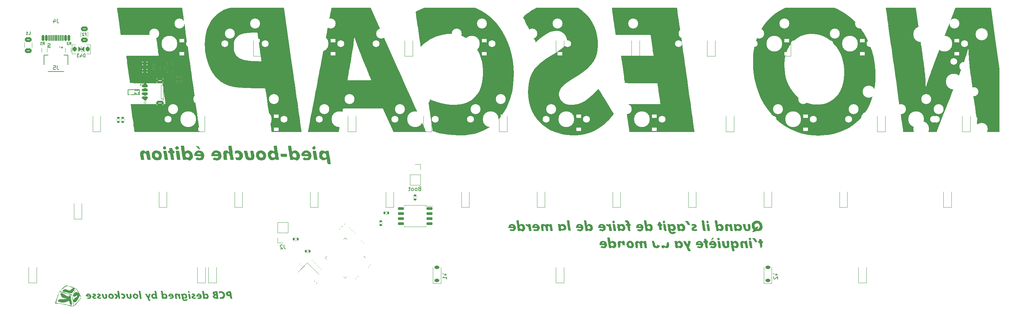
<source format=gbr>
%TF.GenerationSoftware,KiCad,Pcbnew,7.0.5-0*%
%TF.CreationDate,2023-12-30T22:52:48+01:00*%
%TF.ProjectId,no-escape,6e6f2d65-7363-4617-9065-2e6b69636164,rev?*%
%TF.SameCoordinates,Original*%
%TF.FileFunction,Legend,Bot*%
%TF.FilePolarity,Positive*%
%FSLAX46Y46*%
G04 Gerber Fmt 4.6, Leading zero omitted, Abs format (unit mm)*
G04 Created by KiCad (PCBNEW 7.0.5-0) date 2023-12-30 22:52:48*
%MOMM*%
%LPD*%
G01*
G04 APERTURE LIST*
G04 Aperture macros list*
%AMRoundRect*
0 Rectangle with rounded corners*
0 $1 Rounding radius*
0 $2 $3 $4 $5 $6 $7 $8 $9 X,Y pos of 4 corners*
0 Add a 4 corners polygon primitive as box body*
4,1,4,$2,$3,$4,$5,$6,$7,$8,$9,$2,$3,0*
0 Add four circle primitives for the rounded corners*
1,1,$1+$1,$2,$3*
1,1,$1+$1,$4,$5*
1,1,$1+$1,$6,$7*
1,1,$1+$1,$8,$9*
0 Add four rect primitives between the rounded corners*
20,1,$1+$1,$2,$3,$4,$5,0*
20,1,$1+$1,$4,$5,$6,$7,0*
20,1,$1+$1,$6,$7,$8,$9,0*
20,1,$1+$1,$8,$9,$2,$3,0*%
%AMRotRect*
0 Rectangle, with rotation*
0 The origin of the aperture is its center*
0 $1 length*
0 $2 width*
0 $3 Rotation angle, in degrees counterclockwise*
0 Add horizontal line*
21,1,$1,$2,0,0,$3*%
G04 Aperture macros list end*
%ADD10C,0.150000*%
%ADD11C,0.152400*%
%ADD12C,0.200000*%
%ADD13C,0.127000*%
%ADD14C,0.400000*%
%ADD15C,0.120000*%
%ADD16C,0.100000*%
%ADD17C,0.101600*%
%ADD18R,0.250000X0.550000*%
%ADD19R,0.300000X0.550000*%
%ADD20RoundRect,0.125000X0.000000X0.150000X0.000000X0.150000X0.000000X-0.150000X0.000000X-0.150000X0*%
%ADD21RoundRect,0.250000X0.625000X-0.375000X0.625000X0.375000X-0.625000X0.375000X-0.625000X-0.375000X0*%
%ADD22C,3.500001*%
%ADD23RoundRect,0.250000X-0.250000X-0.350000X0.250000X-0.350000X0.250000X0.350000X-0.250000X0.350000X0*%
%ADD24R,0.900000X0.500000*%
%ADD25R,0.600000X1.550000*%
%ADD26R,1.200000X1.800000*%
%ADD27RoundRect,0.250000X-0.625000X0.375000X-0.625000X-0.375000X0.625000X-0.375000X0.625000X0.375000X0*%
%ADD28O,1.300000X1.900000*%
%ADD29O,1.100000X2.200000*%
%ADD30RoundRect,0.075000X-0.075000X-0.650000X0.075000X-0.650000X0.075000X0.650000X-0.075000X0.650000X0*%
%ADD31RoundRect,0.150000X-0.150000X-0.575000X0.150000X-0.575000X0.150000X0.575000X-0.150000X0.575000X0*%
%ADD32C,0.650000*%
%ADD33C,2.500000*%
%ADD34C,3.987800*%
%ADD35C,3.048000*%
%ADD36C,1.750000*%
%ADD37C,1.701800*%
%ADD38C,2.250000*%
%ADD39R,1.200000X0.900000*%
%ADD40RoundRect,0.135000X-0.185000X0.135000X-0.185000X-0.135000X0.185000X-0.135000X0.185000X0.135000X0*%
%ADD41RoundRect,0.140000X0.021213X-0.219203X0.219203X-0.021213X-0.021213X0.219203X-0.219203X0.021213X0*%
%ADD42RoundRect,0.140000X-0.140000X-0.170000X0.140000X-0.170000X0.140000X0.170000X-0.140000X0.170000X0*%
%ADD43RoundRect,0.150000X-0.275000X0.150000X-0.275000X-0.150000X0.275000X-0.150000X0.275000X0.150000X0*%
%ADD44RoundRect,0.175000X-0.225000X0.175000X-0.225000X-0.175000X0.225000X-0.175000X0.225000X0.175000X0*%
%ADD45RoundRect,0.140000X-0.021213X0.219203X-0.219203X0.021213X0.021213X-0.219203X0.219203X-0.021213X0*%
%ADD46RoundRect,0.140000X0.170000X-0.140000X0.170000X0.140000X-0.170000X0.140000X-0.170000X-0.140000X0*%
%ADD47RoundRect,0.243750X0.456250X-0.243750X0.456250X0.243750X-0.456250X0.243750X-0.456250X-0.243750X0*%
%ADD48RoundRect,0.225000X0.375000X-0.225000X0.375000X0.225000X-0.375000X0.225000X-0.375000X-0.225000X0*%
%ADD49RoundRect,0.150000X0.650000X0.150000X-0.650000X0.150000X-0.650000X-0.150000X0.650000X-0.150000X0*%
%ADD50RoundRect,0.135000X0.135000X0.185000X-0.135000X0.185000X-0.135000X-0.185000X0.135000X-0.185000X0*%
%ADD51RoundRect,0.050000X0.309359X-0.238649X-0.238649X0.309359X-0.309359X0.238649X0.238649X-0.309359X0*%
%ADD52RoundRect,0.050000X0.309359X0.238649X0.238649X0.309359X-0.309359X-0.238649X-0.238649X-0.309359X0*%
%ADD53RoundRect,0.144000X2.059095X0.000000X0.000000X2.059095X-2.059095X0.000000X0.000000X-2.059095X0*%
%ADD54RoundRect,0.150000X0.587500X0.150000X-0.587500X0.150000X-0.587500X-0.150000X0.587500X-0.150000X0*%
%ADD55R,1.700000X1.700000*%
%ADD56O,1.700000X1.700000*%
%ADD57RoundRect,0.140000X0.140000X0.170000X-0.140000X0.170000X-0.140000X-0.170000X0.140000X-0.170000X0*%
%ADD58RoundRect,0.140000X0.219203X0.021213X0.021213X0.219203X-0.219203X-0.021213X-0.021213X-0.219203X0*%
%ADD59RotRect,1.400000X1.200000X315.000000*%
%ADD60RoundRect,0.140000X-0.219203X-0.021213X-0.021213X-0.219203X0.219203X0.021213X0.021213X0.219203X0*%
%ADD61RoundRect,0.150000X-0.625000X0.150000X-0.625000X-0.150000X0.625000X-0.150000X0.625000X0.150000X0*%
%ADD62RoundRect,0.250000X-0.650000X0.350000X-0.650000X-0.350000X0.650000X-0.350000X0.650000X0.350000X0*%
%ADD63R,1.000000X0.700000*%
%ADD64R,0.600000X0.700000*%
%ADD65RoundRect,0.135000X0.035355X-0.226274X0.226274X-0.035355X-0.035355X0.226274X-0.226274X0.035355X0*%
G04 APERTURE END LIST*
D10*
%TO.C,U5*%
X31281571Y-44476257D02*
X31767285Y-44476257D01*
X31767285Y-44476257D02*
X31824428Y-44504828D01*
X31824428Y-44504828D02*
X31853000Y-44533400D01*
X31853000Y-44533400D02*
X31881571Y-44590542D01*
X31881571Y-44590542D02*
X31881571Y-44704828D01*
X31881571Y-44704828D02*
X31853000Y-44761971D01*
X31853000Y-44761971D02*
X31824428Y-44790542D01*
X31824428Y-44790542D02*
X31767285Y-44819114D01*
X31767285Y-44819114D02*
X31281571Y-44819114D01*
X31281571Y-45390542D02*
X31281571Y-45104828D01*
X31281571Y-45104828D02*
X31567285Y-45076256D01*
X31567285Y-45076256D02*
X31538714Y-45104828D01*
X31538714Y-45104828D02*
X31510142Y-45161971D01*
X31510142Y-45161971D02*
X31510142Y-45304828D01*
X31510142Y-45304828D02*
X31538714Y-45361971D01*
X31538714Y-45361971D02*
X31567285Y-45390542D01*
X31567285Y-45390542D02*
X31624428Y-45419113D01*
X31624428Y-45419113D02*
X31767285Y-45419113D01*
X31767285Y-45419113D02*
X31824428Y-45390542D01*
X31824428Y-45390542D02*
X31853000Y-45361971D01*
X31853000Y-45361971D02*
X31881571Y-45304828D01*
X31881571Y-45304828D02*
X31881571Y-45161971D01*
X31881571Y-45161971D02*
X31853000Y-45104828D01*
X31853000Y-45104828D02*
X31824428Y-45076256D01*
D11*
%TO.C,L1*%
X26480999Y-42189591D02*
X26843856Y-42189591D01*
X26843856Y-42189591D02*
X26843856Y-41427591D01*
X25827856Y-42189591D02*
X26263285Y-42189591D01*
X26045570Y-42189591D02*
X26045570Y-41427591D01*
X26045570Y-41427591D02*
X26118142Y-41536448D01*
X26118142Y-41536448D02*
X26190713Y-41609020D01*
X26190713Y-41609020D02*
X26263285Y-41645306D01*
D12*
%TO.C,D43*%
X40660428Y-47807695D02*
X40660428Y-47007695D01*
X40660428Y-47007695D02*
X40469952Y-47007695D01*
X40469952Y-47007695D02*
X40355666Y-47045790D01*
X40355666Y-47045790D02*
X40279476Y-47121980D01*
X40279476Y-47121980D02*
X40241381Y-47198171D01*
X40241381Y-47198171D02*
X40203285Y-47350552D01*
X40203285Y-47350552D02*
X40203285Y-47464838D01*
X40203285Y-47464838D02*
X40241381Y-47617219D01*
X40241381Y-47617219D02*
X40279476Y-47693409D01*
X40279476Y-47693409D02*
X40355666Y-47769600D01*
X40355666Y-47769600D02*
X40469952Y-47807695D01*
X40469952Y-47807695D02*
X40660428Y-47807695D01*
X39517571Y-47274361D02*
X39517571Y-47807695D01*
X39708047Y-46969600D02*
X39898524Y-47541028D01*
X39898524Y-47541028D02*
X39403285Y-47541028D01*
X39174714Y-47007695D02*
X38679476Y-47007695D01*
X38679476Y-47007695D02*
X38946142Y-47312457D01*
X38946142Y-47312457D02*
X38831857Y-47312457D01*
X38831857Y-47312457D02*
X38755666Y-47350552D01*
X38755666Y-47350552D02*
X38717571Y-47388647D01*
X38717571Y-47388647D02*
X38679476Y-47464838D01*
X38679476Y-47464838D02*
X38679476Y-47655314D01*
X38679476Y-47655314D02*
X38717571Y-47731504D01*
X38717571Y-47731504D02*
X38755666Y-47769600D01*
X38755666Y-47769600D02*
X38831857Y-47807695D01*
X38831857Y-47807695D02*
X39060428Y-47807695D01*
X39060428Y-47807695D02*
X39136619Y-47769600D01*
X39136619Y-47769600D02*
X39174714Y-47731504D01*
D13*
%TO.C,R2*%
X36738366Y-44648658D02*
X36933099Y-44370467D01*
X37072194Y-44648658D02*
X37072194Y-44064458D01*
X37072194Y-44064458D02*
X36849642Y-44064458D01*
X36849642Y-44064458D02*
X36794004Y-44092277D01*
X36794004Y-44092277D02*
X36766185Y-44120096D01*
X36766185Y-44120096D02*
X36738366Y-44175734D01*
X36738366Y-44175734D02*
X36738366Y-44259191D01*
X36738366Y-44259191D02*
X36766185Y-44314829D01*
X36766185Y-44314829D02*
X36794004Y-44342648D01*
X36794004Y-44342648D02*
X36849642Y-44370467D01*
X36849642Y-44370467D02*
X37072194Y-44370467D01*
X36515813Y-44120096D02*
X36487994Y-44092277D01*
X36487994Y-44092277D02*
X36432356Y-44064458D01*
X36432356Y-44064458D02*
X36293261Y-44064458D01*
X36293261Y-44064458D02*
X36237623Y-44092277D01*
X36237623Y-44092277D02*
X36209804Y-44120096D01*
X36209804Y-44120096D02*
X36181985Y-44175734D01*
X36181985Y-44175734D02*
X36181985Y-44231372D01*
X36181985Y-44231372D02*
X36209804Y-44314829D01*
X36209804Y-44314829D02*
X36543632Y-44648658D01*
X36543632Y-44648658D02*
X36181985Y-44648658D01*
D10*
%TO.C,J5*%
X33666333Y-49965819D02*
X33666333Y-50680104D01*
X33666333Y-50680104D02*
X33713952Y-50822961D01*
X33713952Y-50822961D02*
X33809190Y-50918200D01*
X33809190Y-50918200D02*
X33952047Y-50965819D01*
X33952047Y-50965819D02*
X34047285Y-50965819D01*
X32713952Y-49965819D02*
X33190142Y-49965819D01*
X33190142Y-49965819D02*
X33237761Y-50442009D01*
X33237761Y-50442009D02*
X33190142Y-50394390D01*
X33190142Y-50394390D02*
X33094904Y-50346771D01*
X33094904Y-50346771D02*
X32856809Y-50346771D01*
X32856809Y-50346771D02*
X32761571Y-50394390D01*
X32761571Y-50394390D02*
X32713952Y-50442009D01*
X32713952Y-50442009D02*
X32666333Y-50537247D01*
X32666333Y-50537247D02*
X32666333Y-50775342D01*
X32666333Y-50775342D02*
X32713952Y-50870580D01*
X32713952Y-50870580D02*
X32761571Y-50918200D01*
X32761571Y-50918200D02*
X32856809Y-50965819D01*
X32856809Y-50965819D02*
X33094904Y-50965819D01*
X33094904Y-50965819D02*
X33190142Y-50918200D01*
X33190142Y-50918200D02*
X33237761Y-50870580D01*
D13*
%TO.C,F2*%
X40662666Y-42068540D02*
X40874333Y-42068540D01*
X40874333Y-42401159D02*
X40874333Y-41766159D01*
X40874333Y-41766159D02*
X40571952Y-41766159D01*
X40360285Y-41826635D02*
X40330047Y-41796397D01*
X40330047Y-41796397D02*
X40269571Y-41766159D01*
X40269571Y-41766159D02*
X40118380Y-41766159D01*
X40118380Y-41766159D02*
X40057904Y-41796397D01*
X40057904Y-41796397D02*
X40027666Y-41826635D01*
X40027666Y-41826635D02*
X39997428Y-41887111D01*
X39997428Y-41887111D02*
X39997428Y-41947587D01*
X39997428Y-41947587D02*
X40027666Y-42038301D01*
X40027666Y-42038301D02*
X40390523Y-42401159D01*
X40390523Y-42401159D02*
X39997428Y-42401159D01*
%TO.C,R1*%
X30015833Y-44672160D02*
X30227500Y-44369779D01*
X30378690Y-44672160D02*
X30378690Y-44037160D01*
X30378690Y-44037160D02*
X30136785Y-44037160D01*
X30136785Y-44037160D02*
X30076309Y-44067398D01*
X30076309Y-44067398D02*
X30046071Y-44097636D01*
X30046071Y-44097636D02*
X30015833Y-44158112D01*
X30015833Y-44158112D02*
X30015833Y-44248826D01*
X30015833Y-44248826D02*
X30046071Y-44309302D01*
X30046071Y-44309302D02*
X30076309Y-44339541D01*
X30076309Y-44339541D02*
X30136785Y-44369779D01*
X30136785Y-44369779D02*
X30378690Y-44369779D01*
X29411071Y-44672160D02*
X29773928Y-44672160D01*
X29592500Y-44672160D02*
X29592500Y-44037160D01*
X29592500Y-44037160D02*
X29652976Y-44127874D01*
X29652976Y-44127874D02*
X29713452Y-44188350D01*
X29713452Y-44188350D02*
X29773928Y-44218588D01*
D10*
%TO.C,J4*%
X33672332Y-38204819D02*
X33672332Y-38919104D01*
X33672332Y-38919104D02*
X33719951Y-39061961D01*
X33719951Y-39061961D02*
X33815189Y-39157200D01*
X33815189Y-39157200D02*
X33958046Y-39204819D01*
X33958046Y-39204819D02*
X34053284Y-39204819D01*
X32767570Y-38538152D02*
X32767570Y-39204819D01*
X33005665Y-38157200D02*
X33243760Y-38871485D01*
X33243760Y-38871485D02*
X32624713Y-38871485D01*
%TO.C,F1*%
X57334009Y-50007166D02*
X57334009Y-49673833D01*
X57857819Y-49673833D02*
X56857819Y-49673833D01*
X56857819Y-49673833D02*
X56857819Y-50150023D01*
X57857819Y-51054785D02*
X57857819Y-50483357D01*
X57857819Y-50769071D02*
X56857819Y-50769071D01*
X56857819Y-50769071D02*
X57000676Y-50673833D01*
X57000676Y-50673833D02*
X57095914Y-50578595D01*
X57095914Y-50578595D02*
X57143533Y-50483357D01*
%TO.C,D41*%
X131773069Y-101272714D02*
X130773069Y-101272714D01*
X130773069Y-101272714D02*
X130773069Y-101510809D01*
X130773069Y-101510809D02*
X130820688Y-101653666D01*
X130820688Y-101653666D02*
X130915926Y-101748904D01*
X130915926Y-101748904D02*
X131011164Y-101796523D01*
X131011164Y-101796523D02*
X131201640Y-101844142D01*
X131201640Y-101844142D02*
X131344497Y-101844142D01*
X131344497Y-101844142D02*
X131534973Y-101796523D01*
X131534973Y-101796523D02*
X131630211Y-101748904D01*
X131630211Y-101748904D02*
X131725450Y-101653666D01*
X131725450Y-101653666D02*
X131773069Y-101510809D01*
X131773069Y-101510809D02*
X131773069Y-101272714D01*
X131106402Y-102701285D02*
X131773069Y-102701285D01*
X130725450Y-102463190D02*
X131439735Y-102225095D01*
X131439735Y-102225095D02*
X131439735Y-102844142D01*
X131773069Y-103748904D02*
X131773069Y-103177476D01*
X131773069Y-103463190D02*
X130773069Y-103463190D01*
X130773069Y-103463190D02*
X130915926Y-103367952D01*
X130915926Y-103367952D02*
X131011164Y-103272714D01*
X131011164Y-103272714D02*
X131058783Y-103177476D01*
%TO.C,J2*%
X90820833Y-95134819D02*
X90820833Y-95849104D01*
X90820833Y-95849104D02*
X90868452Y-95991961D01*
X90868452Y-95991961D02*
X90963690Y-96087200D01*
X90963690Y-96087200D02*
X91106547Y-96134819D01*
X91106547Y-96134819D02*
X91201785Y-96134819D01*
X90392261Y-95230057D02*
X90344642Y-95182438D01*
X90344642Y-95182438D02*
X90249404Y-95134819D01*
X90249404Y-95134819D02*
X90011309Y-95134819D01*
X90011309Y-95134819D02*
X89916071Y-95182438D01*
X89916071Y-95182438D02*
X89868452Y-95230057D01*
X89868452Y-95230057D02*
X89820833Y-95325295D01*
X89820833Y-95325295D02*
X89820833Y-95420533D01*
X89820833Y-95420533D02*
X89868452Y-95563390D01*
X89868452Y-95563390D02*
X90439880Y-96134819D01*
X90439880Y-96134819D02*
X89820833Y-96134819D01*
%TO.C,J3*%
X53164569Y-56245166D02*
X53878854Y-56245166D01*
X53878854Y-56245166D02*
X54021711Y-56197547D01*
X54021711Y-56197547D02*
X54116950Y-56102309D01*
X54116950Y-56102309D02*
X54164569Y-55959452D01*
X54164569Y-55959452D02*
X54164569Y-55864214D01*
X53164569Y-56626119D02*
X53164569Y-57245166D01*
X53164569Y-57245166D02*
X53545521Y-56911833D01*
X53545521Y-56911833D02*
X53545521Y-57054690D01*
X53545521Y-57054690D02*
X53593140Y-57149928D01*
X53593140Y-57149928D02*
X53640759Y-57197547D01*
X53640759Y-57197547D02*
X53735997Y-57245166D01*
X53735997Y-57245166D02*
X53974092Y-57245166D01*
X53974092Y-57245166D02*
X54069330Y-57197547D01*
X54069330Y-57197547D02*
X54116950Y-57149928D01*
X54116950Y-57149928D02*
X54164569Y-57054690D01*
X54164569Y-57054690D02*
X54164569Y-56768976D01*
X54164569Y-56768976D02*
X54116950Y-56673738D01*
X54116950Y-56673738D02*
X54069330Y-56626119D01*
%TO.C,D42*%
X215116819Y-101272714D02*
X214116819Y-101272714D01*
X214116819Y-101272714D02*
X214116819Y-101510809D01*
X214116819Y-101510809D02*
X214164438Y-101653666D01*
X214164438Y-101653666D02*
X214259676Y-101748904D01*
X214259676Y-101748904D02*
X214354914Y-101796523D01*
X214354914Y-101796523D02*
X214545390Y-101844142D01*
X214545390Y-101844142D02*
X214688247Y-101844142D01*
X214688247Y-101844142D02*
X214878723Y-101796523D01*
X214878723Y-101796523D02*
X214973961Y-101748904D01*
X214973961Y-101748904D02*
X215069200Y-101653666D01*
X215069200Y-101653666D02*
X215116819Y-101510809D01*
X215116819Y-101510809D02*
X215116819Y-101272714D01*
X214450152Y-102701285D02*
X215116819Y-102701285D01*
X214069200Y-102463190D02*
X214783485Y-102225095D01*
X214783485Y-102225095D02*
X214783485Y-102844142D01*
X214212057Y-103177476D02*
X214164438Y-103225095D01*
X214164438Y-103225095D02*
X214116819Y-103320333D01*
X214116819Y-103320333D02*
X214116819Y-103558428D01*
X214116819Y-103558428D02*
X214164438Y-103653666D01*
X214164438Y-103653666D02*
X214212057Y-103701285D01*
X214212057Y-103701285D02*
X214307295Y-103748904D01*
X214307295Y-103748904D02*
X214402533Y-103748904D01*
X214402533Y-103748904D02*
X214545390Y-103701285D01*
X214545390Y-103701285D02*
X215116819Y-103129857D01*
X215116819Y-103129857D02*
X215116819Y-103748904D01*
%TO.C,SW1*%
X124944047Y-80996009D02*
X124801190Y-81043628D01*
X124801190Y-81043628D02*
X124753571Y-81091247D01*
X124753571Y-81091247D02*
X124705952Y-81186485D01*
X124705952Y-81186485D02*
X124705952Y-81329342D01*
X124705952Y-81329342D02*
X124753571Y-81424580D01*
X124753571Y-81424580D02*
X124801190Y-81472200D01*
X124801190Y-81472200D02*
X124896428Y-81519819D01*
X124896428Y-81519819D02*
X125277380Y-81519819D01*
X125277380Y-81519819D02*
X125277380Y-80519819D01*
X125277380Y-80519819D02*
X124944047Y-80519819D01*
X124944047Y-80519819D02*
X124848809Y-80567438D01*
X124848809Y-80567438D02*
X124801190Y-80615057D01*
X124801190Y-80615057D02*
X124753571Y-80710295D01*
X124753571Y-80710295D02*
X124753571Y-80805533D01*
X124753571Y-80805533D02*
X124801190Y-80900771D01*
X124801190Y-80900771D02*
X124848809Y-80948390D01*
X124848809Y-80948390D02*
X124944047Y-80996009D01*
X124944047Y-80996009D02*
X125277380Y-80996009D01*
X124134523Y-81519819D02*
X124229761Y-81472200D01*
X124229761Y-81472200D02*
X124277380Y-81424580D01*
X124277380Y-81424580D02*
X124324999Y-81329342D01*
X124324999Y-81329342D02*
X124324999Y-81043628D01*
X124324999Y-81043628D02*
X124277380Y-80948390D01*
X124277380Y-80948390D02*
X124229761Y-80900771D01*
X124229761Y-80900771D02*
X124134523Y-80853152D01*
X124134523Y-80853152D02*
X123991666Y-80853152D01*
X123991666Y-80853152D02*
X123896428Y-80900771D01*
X123896428Y-80900771D02*
X123848809Y-80948390D01*
X123848809Y-80948390D02*
X123801190Y-81043628D01*
X123801190Y-81043628D02*
X123801190Y-81329342D01*
X123801190Y-81329342D02*
X123848809Y-81424580D01*
X123848809Y-81424580D02*
X123896428Y-81472200D01*
X123896428Y-81472200D02*
X123991666Y-81519819D01*
X123991666Y-81519819D02*
X124134523Y-81519819D01*
X123229761Y-81519819D02*
X123324999Y-81472200D01*
X123324999Y-81472200D02*
X123372618Y-81424580D01*
X123372618Y-81424580D02*
X123420237Y-81329342D01*
X123420237Y-81329342D02*
X123420237Y-81043628D01*
X123420237Y-81043628D02*
X123372618Y-80948390D01*
X123372618Y-80948390D02*
X123324999Y-80900771D01*
X123324999Y-80900771D02*
X123229761Y-80853152D01*
X123229761Y-80853152D02*
X123086904Y-80853152D01*
X123086904Y-80853152D02*
X122991666Y-80900771D01*
X122991666Y-80900771D02*
X122944047Y-80948390D01*
X122944047Y-80948390D02*
X122896428Y-81043628D01*
X122896428Y-81043628D02*
X122896428Y-81329342D01*
X122896428Y-81329342D02*
X122944047Y-81424580D01*
X122944047Y-81424580D02*
X122991666Y-81472200D01*
X122991666Y-81472200D02*
X123086904Y-81519819D01*
X123086904Y-81519819D02*
X123229761Y-81519819D01*
X122610713Y-80853152D02*
X122229761Y-80853152D01*
X122467856Y-80519819D02*
X122467856Y-81376961D01*
X122467856Y-81376961D02*
X122420237Y-81472200D01*
X122420237Y-81472200D02*
X122324999Y-81519819D01*
X122324999Y-81519819D02*
X122229761Y-81519819D01*
D14*
%TO.C,U5*%
X34839000Y-45333400D02*
G75*
G03*
X34839000Y-45333400I0J0D01*
G01*
D15*
%TO.C,L1*%
X25444000Y-45383065D02*
X25444000Y-44178937D01*
X27264000Y-45383065D02*
X27264000Y-44178937D01*
%TO.C,D43*%
D16*
X40400000Y-46397000D02*
X39689000Y-45797000D01*
X40400000Y-45197000D01*
X40400000Y-46397000D01*
G36*
X40400000Y-46397000D02*
G01*
X39689000Y-45797000D01*
X40400000Y-45197000D01*
X40400000Y-46397000D01*
G37*
X39689000Y-45797000D02*
X38978000Y-46397000D01*
X38978000Y-45197000D01*
X39689000Y-45797000D01*
G36*
X39689000Y-45797000D02*
G01*
X38978000Y-46397000D01*
X38978000Y-45197000D01*
X39689000Y-45797000D01*
G37*
D17*
X42039000Y-44647000D02*
X41089000Y-44647000D01*
X42039000Y-46947000D02*
X42039000Y-44647000D01*
X42039000Y-46947000D02*
X41089000Y-46947000D01*
D15*
X39689000Y-45162000D02*
X39689000Y-46432000D01*
X39689000Y-45162000D02*
X39435000Y-45162000D01*
X39689000Y-46432000D02*
X39943000Y-46432000D01*
D17*
X37339000Y-44647000D02*
X38289000Y-44647000D01*
X37339000Y-44647000D02*
X37339000Y-46947000D01*
X37339000Y-46947000D02*
X38289000Y-46947000D01*
D15*
%TO.C,R2*%
X37067000Y-46536000D02*
X37067000Y-45536000D01*
X35707000Y-45536000D02*
X35707000Y-46536000D01*
D10*
%TO.C,J5*%
X30337000Y-47300000D02*
X30337000Y-49700000D01*
X31337000Y-51500000D02*
X35337000Y-51500000D01*
X31337000Y-47300000D02*
X30337000Y-47300000D01*
X36337000Y-49700000D02*
X36337000Y-47300000D01*
X36337000Y-47300000D02*
X35337000Y-47300000D01*
D15*
%TO.C,F2*%
X41361000Y-41511936D02*
X41361000Y-42716064D01*
X39541000Y-41511936D02*
X39541000Y-42716064D01*
%TO.C,R1*%
X31098000Y-46536001D02*
X31098000Y-45536001D01*
X29738000Y-45536001D02*
X29738000Y-46536001D01*
%TO.C,D17*%
X144987000Y-66637000D02*
X144987000Y-62737000D01*
X146987000Y-66637000D02*
X144987000Y-66637000D01*
X146987000Y-66637000D02*
X146987000Y-62737000D01*
%TO.C,R_DATA1*%
X50545000Y-63473359D02*
X50545000Y-63780641D01*
X49785000Y-63473359D02*
X49785000Y-63780641D01*
%TO.C,C_3V-Decoup2*%
X107238190Y-90880693D02*
X107390693Y-90728190D01*
X107747307Y-91389810D02*
X107899810Y-91237307D01*
%TO.C,C_1V-Decoup1*%
X108127190Y-91642693D02*
X108279693Y-91490190D01*
X108636307Y-92151810D02*
X108788810Y-91999307D01*
%TO.C,C_LDO2*%
X64281164Y-52472000D02*
X64496836Y-52472000D01*
X64281164Y-53192000D02*
X64496836Y-53192000D01*
%TO.C,J1*%
X58929750Y-53168500D02*
X55599750Y-53168500D01*
X55599750Y-53168500D02*
X55599750Y-54218500D01*
X55599750Y-54218500D02*
X55389750Y-54218500D01*
X60319750Y-54238500D02*
X60319750Y-54738500D01*
X54536197Y-54528500D02*
X54889750Y-54778500D01*
X60319750Y-54738500D02*
X59819750Y-55038500D01*
X54889750Y-54778500D02*
X54536197Y-55028500D01*
X54536197Y-55028500D02*
X54536197Y-54528500D01*
X59819750Y-55038500D02*
X59819750Y-58118500D01*
X59819750Y-58118500D02*
X60319750Y-58418500D01*
X60319750Y-58418500D02*
X60319750Y-58918500D01*
X58929750Y-59988500D02*
X55599750Y-59988500D01*
X55599750Y-59988500D02*
X55599750Y-58938500D01*
%TO.C,D9*%
X216424500Y-47587000D02*
X216424500Y-43687000D01*
X218424500Y-47587000D02*
X216424500Y-47587000D01*
X218424500Y-47587000D02*
X218424500Y-43687000D01*
%TO.C,D20*%
X202137000Y-66637000D02*
X202137000Y-62737000D01*
X204137000Y-66637000D02*
X202137000Y-66637000D01*
X204137000Y-66637000D02*
X204137000Y-62737000D01*
%TO.C,D18*%
X164037000Y-66637000D02*
X164037000Y-62737000D01*
X166037000Y-66637000D02*
X164037000Y-66637000D01*
X166037000Y-66637000D02*
X166037000Y-62737000D01*
%TO.C,C_Crystal1*%
X99027861Y-104748174D02*
X98875358Y-104900677D01*
X98518744Y-104239057D02*
X98366241Y-104391560D01*
%TO.C,C_3V-Decoup4*%
X114829000Y-89769836D02*
X114829000Y-89554164D01*
X115549000Y-89769836D02*
X115549000Y-89554164D01*
%TO.C,D4*%
X121174500Y-47587000D02*
X121174500Y-43687000D01*
X123174500Y-47587000D02*
X121174500Y-47587000D01*
X123174500Y-47587000D02*
X123174500Y-43687000D01*
%TO.C,F1*%
X55043000Y-50599078D02*
X55043000Y-50081922D01*
X56463000Y-50599078D02*
X56463000Y-50081922D01*
%TO.C,D8*%
X197374500Y-47587000D02*
X197374500Y-43687000D01*
X199374500Y-47587000D02*
X197374500Y-47587000D01*
X199374500Y-47587000D02*
X199374500Y-43687000D01*
%TO.C,D41*%
X128318250Y-104847000D02*
X128318250Y-100837000D01*
X130318250Y-104847000D02*
X128318250Y-104847000D01*
X130318250Y-104847000D02*
X130318250Y-100837000D01*
%TO.C,D34*%
X230712000Y-85687000D02*
X230712000Y-81787000D01*
X232712000Y-85687000D02*
X230712000Y-85687000D01*
X232712000Y-85687000D02*
X232712000Y-81787000D01*
%TO.C,D40*%
X235474500Y-104737000D02*
X235474500Y-100837000D01*
X237474500Y-104737000D02*
X235474500Y-104737000D01*
X237474500Y-104737000D02*
X237474500Y-100837000D01*
%TO.C,D13*%
X68787000Y-66637000D02*
X68787000Y-62737000D01*
X70787000Y-66637000D02*
X68787000Y-66637000D01*
X70787000Y-66637000D02*
X70787000Y-62737000D01*
%TO.C,D32*%
X192612000Y-85687000D02*
X192612000Y-81787000D01*
X194612000Y-85687000D02*
X192612000Y-85687000D01*
X194612000Y-85687000D02*
X194612000Y-81787000D01*
%TO.C,D7*%
X178324500Y-47587000D02*
X178324500Y-43687000D01*
X180324500Y-47587000D02*
X178324500Y-47587000D01*
X180324500Y-47587000D02*
X180324500Y-43687000D01*
%TO.C,D38*%
X71771000Y-104737000D02*
X71771000Y-100837000D01*
X73771000Y-104737000D02*
X71771000Y-104737000D01*
X73771000Y-104737000D02*
X73771000Y-100837000D01*
%TO.C,C_1V-Decoup3*%
X98501810Y-99365307D02*
X98349307Y-99517810D01*
X97992693Y-98856190D02*
X97840190Y-99008693D01*
%TO.C,U3*%
X126550000Y-90609000D02*
X126550000Y-90349000D01*
X126550000Y-85419000D02*
X128225000Y-85419000D01*
X126550000Y-85159000D02*
X126550000Y-85419000D01*
X123825000Y-90609000D02*
X126550000Y-90609000D01*
X123825000Y-90609000D02*
X121100000Y-90609000D01*
X123825000Y-85159000D02*
X126550000Y-85159000D01*
X123825000Y-85159000D02*
X121100000Y-85159000D01*
X121100000Y-90609000D02*
X121100000Y-90349000D01*
X121100000Y-85159000D02*
X121100000Y-85419000D01*
%TO.C,R_RST1*%
X93879641Y-94106000D02*
X93572359Y-94106000D01*
X93879641Y-93346000D02*
X93572359Y-93346000D01*
%TO.C,U1*%
X106197122Y-103530311D02*
X106656741Y-103070692D01*
X105737503Y-103070692D02*
X106197122Y-103530311D01*
X110842814Y-97965381D02*
X111302433Y-98425000D01*
X101551430Y-98884619D02*
X101091811Y-98425000D01*
X106656741Y-93779308D02*
X106197122Y-93319689D01*
X101091811Y-98425000D02*
X101551430Y-97965381D01*
X106197122Y-93319689D02*
X105737503Y-93779308D01*
%TO.C,C_3V-Decoup3*%
X99263810Y-100127307D02*
X99111307Y-100279810D01*
X98754693Y-99618190D02*
X98602190Y-99770693D01*
%TO.C,D10*%
X235474500Y-47587000D02*
X235474500Y-43687000D01*
X237474500Y-47587000D02*
X235474500Y-47587000D01*
X237474500Y-47587000D02*
X237474500Y-43687000D01*
%TO.C,G\u002A\u002A\u002A*%
G36*
X192858682Y-89631761D02*
G01*
X193177021Y-90160928D01*
X192896088Y-90158406D01*
X192801102Y-90154203D01*
X192676573Y-90123352D01*
X192557914Y-90041671D01*
X192413988Y-89885015D01*
X192213655Y-89629239D01*
X191812156Y-89102595D01*
X192176250Y-89102595D01*
X192540343Y-89102595D01*
X192858682Y-89631761D01*
G37*
G36*
X66949091Y-106855928D02*
G01*
X67030350Y-106999429D01*
X67034950Y-107150958D01*
X66993578Y-107203948D01*
X66857246Y-107243053D01*
X66703320Y-107214289D01*
X66604677Y-107122478D01*
X66598357Y-107000875D01*
X66683237Y-106855589D01*
X66831275Y-106791881D01*
X66831687Y-106791881D01*
X66949091Y-106855928D01*
G37*
G36*
X200362345Y-93378630D02*
G01*
X200520508Y-93501910D01*
X200561934Y-93681859D01*
X200472157Y-93870512D01*
X200363795Y-93967440D01*
X200199198Y-94005469D01*
X200028888Y-93897493D01*
X199977301Y-93835952D01*
X199913904Y-93646864D01*
X199964883Y-93477954D01*
X200107708Y-93370421D01*
X200319849Y-93365460D01*
X200362345Y-93378630D01*
G37*
G36*
X197658240Y-89103537D02*
G01*
X197758890Y-89246540D01*
X197786567Y-89424639D01*
X197714380Y-89598125D01*
X197651012Y-89652836D01*
X197491048Y-89707357D01*
X197397670Y-89691301D01*
X197261408Y-89580690D01*
X197202519Y-89407267D01*
X197231477Y-89221262D01*
X197358756Y-89072904D01*
X197511503Y-89035340D01*
X197658240Y-89103537D01*
G37*
G36*
X186696930Y-89103537D02*
G01*
X186797581Y-89246540D01*
X186825257Y-89424639D01*
X186753071Y-89598125D01*
X186689703Y-89652836D01*
X186529738Y-89707357D01*
X186436361Y-89691301D01*
X186300098Y-89580690D01*
X186241209Y-89407267D01*
X186270168Y-89221262D01*
X186397447Y-89072904D01*
X186550193Y-89035340D01*
X186696930Y-89103537D01*
G37*
G36*
X173934251Y-89084794D02*
G01*
X173955358Y-89095238D01*
X174099952Y-89242933D01*
X174131355Y-89436606D01*
X174038508Y-89619539D01*
X173897497Y-89689675D01*
X173712738Y-89655609D01*
X173552908Y-89510328D01*
X173505511Y-89428316D01*
X173498229Y-89315221D01*
X173592061Y-89172868D01*
X173669960Y-89085801D01*
X173780188Y-89035999D01*
X173934251Y-89084794D01*
G37*
G36*
X98648957Y-70402255D02*
G01*
X98718329Y-70504895D01*
X98754060Y-70721892D01*
X98693036Y-70936025D01*
X98544950Y-71083777D01*
X98376416Y-71135223D01*
X98154318Y-71102028D01*
X97993852Y-70959495D01*
X97932119Y-70729095D01*
X97946496Y-70608933D01*
X98054956Y-70409327D01*
X98235563Y-70295863D01*
X98447251Y-70287265D01*
X98648957Y-70402255D01*
G37*
G36*
X60744394Y-70282422D02*
G01*
X60938293Y-70367095D01*
X61062043Y-70534604D01*
X61104256Y-70739910D01*
X61053545Y-70937972D01*
X60898521Y-71083749D01*
X60729969Y-71135216D01*
X60507883Y-71102026D01*
X60347422Y-70959495D01*
X60285691Y-70729095D01*
X60328029Y-70523224D01*
X60474325Y-70346088D01*
X60695148Y-70279381D01*
X60744394Y-70282422D01*
G37*
G36*
X208356086Y-93450957D02*
G01*
X208433992Y-93603999D01*
X208433925Y-93773288D01*
X208331695Y-93917556D01*
X208241668Y-93976569D01*
X208149976Y-94016285D01*
X208095110Y-93996576D01*
X207968258Y-93917556D01*
X207936570Y-93889834D01*
X207862203Y-93722978D01*
X207891224Y-93532151D01*
X208017685Y-93381833D01*
X208063115Y-93358693D01*
X208224397Y-93355432D01*
X208356086Y-93450957D01*
G37*
G36*
X208602255Y-94677744D02*
G01*
X208644657Y-94934102D01*
X208697212Y-95291108D01*
X208734523Y-95590112D01*
X208776969Y-95992213D01*
X208482557Y-95968089D01*
X208188145Y-95943964D01*
X208100222Y-95452595D01*
X208060375Y-95219812D01*
X208004490Y-94864823D01*
X207962305Y-94564351D01*
X207912312Y-94167476D01*
X208212372Y-94167476D01*
X208512432Y-94167476D01*
X208602255Y-94677744D01*
G37*
G36*
X209390888Y-93455789D02*
G01*
X209511298Y-93553989D01*
X209642032Y-93739195D01*
X209812398Y-94035184D01*
X210054290Y-94469857D01*
X209791540Y-94469857D01*
X209728591Y-94468095D01*
X209601390Y-94441604D01*
X209480732Y-94364171D01*
X209335415Y-94211573D01*
X209134239Y-93959589D01*
X208739687Y-93449321D01*
X209060894Y-93425523D01*
X209063813Y-93425308D01*
X209251496Y-93420821D01*
X209390888Y-93455789D01*
G37*
G36*
X199013195Y-93347621D02*
G01*
X199078548Y-93377765D01*
X199070685Y-93398998D01*
X198996914Y-93513255D01*
X198870661Y-93680143D01*
X198813925Y-93746068D01*
X198658224Y-93885247D01*
X198536096Y-93940688D01*
X198500485Y-93939594D01*
X198450185Y-93914350D01*
X198462056Y-93826755D01*
X198536096Y-93639078D01*
X198618349Y-93470509D01*
X198723344Y-93364157D01*
X198870661Y-93336697D01*
X199013195Y-93347621D01*
G37*
G36*
X68926826Y-70296573D02*
G01*
X68951576Y-70298002D01*
X69148340Y-70318415D01*
X69277310Y-70372578D01*
X69385251Y-70493466D01*
X69518928Y-70714053D01*
X69545142Y-70759606D01*
X69655787Y-70959049D01*
X69695754Y-71063755D01*
X69670003Y-71104217D01*
X69583497Y-71110928D01*
X69444910Y-71058526D01*
X69236886Y-70912202D01*
X68991394Y-70693448D01*
X68563369Y-70275968D01*
X68926826Y-70296573D01*
G37*
G36*
X64003278Y-70312828D02*
G01*
X64174559Y-70447391D01*
X64274646Y-70646773D01*
X64256978Y-70844421D01*
X64093056Y-71029846D01*
X64005362Y-71098522D01*
X63892003Y-71169666D01*
X63800057Y-71166459D01*
X63663608Y-71099611D01*
X63592232Y-71058769D01*
X63433588Y-70906173D01*
X63386253Y-70701107D01*
X63438048Y-70507063D01*
X63588697Y-70357573D01*
X63792549Y-70287858D01*
X64003278Y-70312828D01*
G37*
G36*
X186982017Y-90368815D02*
G01*
X187024419Y-90625174D01*
X187076973Y-90982179D01*
X187114285Y-91281184D01*
X187156731Y-91683285D01*
X186862133Y-91659160D01*
X186567536Y-91635035D01*
X186440055Y-90879083D01*
X186389628Y-90580530D01*
X186339281Y-90262955D01*
X186318147Y-90055308D01*
X186329817Y-89934316D01*
X186377883Y-89876707D01*
X186465938Y-89859208D01*
X186597573Y-89858547D01*
X186892194Y-89858547D01*
X186982017Y-90368815D01*
G37*
G36*
X91533599Y-72528339D02*
G01*
X91539947Y-72567568D01*
X91569031Y-72773166D01*
X91581287Y-72906315D01*
X91557021Y-72942358D01*
X91436868Y-72976282D01*
X91200502Y-72995040D01*
X90830628Y-73000809D01*
X90618265Y-72998520D01*
X90332924Y-72987040D01*
X90130692Y-72968085D01*
X90045598Y-72944113D01*
X90035812Y-72920567D01*
X89999012Y-72777082D01*
X89958897Y-72566136D01*
X89905735Y-72244857D01*
X90696238Y-72244857D01*
X91486742Y-72244857D01*
X91533599Y-72528339D01*
G37*
G36*
X173886435Y-89872883D02*
G01*
X173931652Y-89876730D01*
X174071053Y-89899745D01*
X174152871Y-89961360D01*
X174205873Y-90098186D01*
X174258825Y-90346838D01*
X174291501Y-90522845D01*
X174352306Y-90895971D01*
X174398539Y-91235082D01*
X174449345Y-91672833D01*
X174151128Y-91672833D01*
X173852910Y-91672833D01*
X173727932Y-90920297D01*
X173681748Y-90640904D01*
X173630059Y-90303514D01*
X173608230Y-90079354D01*
X173619608Y-89946316D01*
X173667538Y-89882296D01*
X173755365Y-89865187D01*
X173886435Y-89872883D01*
G37*
G36*
X66957018Y-107476750D02*
G01*
X67049722Y-107513536D01*
X67111059Y-107612513D01*
X67156272Y-107803121D01*
X67200606Y-108114797D01*
X67217947Y-108241335D01*
X67255565Y-108474143D01*
X67287650Y-108625065D01*
X67297021Y-108673877D01*
X67254049Y-108740139D01*
X67094356Y-108757357D01*
X67088048Y-108757350D01*
X66928061Y-108751634D01*
X66860965Y-108738458D01*
X66859272Y-108726437D01*
X66840193Y-108605019D01*
X66804531Y-108382853D01*
X66758045Y-108095898D01*
X66656636Y-107472238D01*
X66867855Y-107472238D01*
X66957018Y-107476750D01*
G37*
G36*
X197732585Y-89879864D02*
G01*
X197832950Y-89936931D01*
X197856396Y-90004840D01*
X197900362Y-90197596D01*
X197951945Y-90468343D01*
X198004200Y-90775656D01*
X198050178Y-91078110D01*
X198082935Y-91334281D01*
X198095522Y-91502744D01*
X198079622Y-91605814D01*
X197997916Y-91660232D01*
X197808081Y-91672833D01*
X197520353Y-91672833D01*
X197391554Y-90860184D01*
X197349596Y-90590004D01*
X197304858Y-90287027D01*
X197274508Y-90062992D01*
X197263509Y-89953041D01*
X197280317Y-89918989D01*
X197394845Y-89872630D01*
X197566076Y-89859010D01*
X197732585Y-89879864D01*
G37*
G36*
X64507633Y-72452744D02*
G01*
X64524742Y-72562273D01*
X64582134Y-72941432D01*
X64628506Y-73265853D01*
X64659476Y-73504033D01*
X64670658Y-73624470D01*
X64669523Y-73645936D01*
X64629834Y-73715060D01*
X64508148Y-73748225D01*
X64270161Y-73756761D01*
X63870107Y-73756761D01*
X63703197Y-72679230D01*
X63680234Y-72530097D01*
X63623554Y-72153589D01*
X63577870Y-71838007D01*
X63547382Y-71612822D01*
X63536286Y-71507504D01*
X63546705Y-71479234D01*
X63671464Y-71429647D01*
X63940224Y-71413309D01*
X64344163Y-71413309D01*
X64507633Y-72452744D01*
G37*
G36*
X200299646Y-94181684D02*
G01*
X200627675Y-94205273D01*
X200754690Y-94999023D01*
X200794567Y-95251212D01*
X200840881Y-95552991D01*
X200873557Y-95776903D01*
X200887269Y-95887267D01*
X200886913Y-95896748D01*
X200805189Y-95959778D01*
X200591893Y-95981761D01*
X200556042Y-95981904D01*
X200430679Y-95979509D01*
X200345085Y-95953561D01*
X200286187Y-95878968D01*
X200240912Y-95730641D01*
X200196187Y-95483487D01*
X200138938Y-95112416D01*
X200093679Y-94826649D01*
X200048082Y-94554234D01*
X200014596Y-94370672D01*
X199999036Y-94285885D01*
X200008742Y-94198988D01*
X200096907Y-94172237D01*
X200299646Y-94181684D01*
G37*
G36*
X54390199Y-106716328D02*
G01*
X54550498Y-106733676D01*
X54617615Y-106772982D01*
X54617638Y-106773593D01*
X54630457Y-106869479D01*
X54663168Y-107082682D01*
X54710902Y-107382147D01*
X54768788Y-107736821D01*
X54770291Y-107745937D01*
X54827857Y-108099618D01*
X54874947Y-108397333D01*
X54906738Y-108608031D01*
X54918411Y-108700660D01*
X54856843Y-108740183D01*
X54702131Y-108757357D01*
X54485832Y-108757357D01*
X54356928Y-107906910D01*
X54310657Y-107607632D01*
X54257988Y-107281213D01*
X54214671Y-107028079D01*
X54187055Y-106886375D01*
X54173418Y-106795321D01*
X54220797Y-106730601D01*
X54381067Y-106716285D01*
X54390199Y-106716328D01*
G37*
G36*
X162576861Y-88959329D02*
G01*
X162641643Y-88985899D01*
X162645691Y-89018077D01*
X162669459Y-89176206D01*
X162710945Y-89441944D01*
X162766039Y-89789072D01*
X162830631Y-90191375D01*
X162866572Y-90416900D01*
X162927151Y-90811336D01*
X162975687Y-91146159D01*
X163007927Y-91391526D01*
X163019619Y-91517594D01*
X163005281Y-91603457D01*
X162923074Y-91659132D01*
X162731575Y-91672833D01*
X162443530Y-91672833D01*
X162238302Y-90368815D01*
X162182234Y-90009924D01*
X162122997Y-89624125D01*
X162076186Y-89311675D01*
X162045585Y-89097894D01*
X162034978Y-89008101D01*
X162091497Y-88978846D01*
X162240993Y-88958027D01*
X162423046Y-88950780D01*
X162576861Y-88959329D01*
G37*
G36*
X98435684Y-71428364D02*
G01*
X98868464Y-71451107D01*
X98994235Y-72244857D01*
X99029145Y-72465990D01*
X99087503Y-72838885D01*
X99138240Y-73166844D01*
X99173254Y-73397684D01*
X99226502Y-73756761D01*
X98806096Y-73756761D01*
X98630803Y-73753184D01*
X98454119Y-73739001D01*
X98385691Y-73717713D01*
X98382144Y-73681941D01*
X98359335Y-73519378D01*
X98320047Y-73260196D01*
X98269723Y-72938384D01*
X98213808Y-72587934D01*
X98157750Y-72242836D01*
X98106991Y-71937079D01*
X98066979Y-71704655D01*
X98043157Y-71579554D01*
X98042942Y-71578622D01*
X98029426Y-71481652D01*
X98068555Y-71432690D01*
X98193063Y-71419130D01*
X98435684Y-71428364D01*
G37*
G36*
X172826197Y-89872883D02*
G01*
X173107774Y-89896345D01*
X173194357Y-90425511D01*
X173239729Y-90707238D01*
X173292616Y-91044872D01*
X173333185Y-91313756D01*
X173385431Y-91672833D01*
X173086178Y-91672833D01*
X172786925Y-91672833D01*
X172698108Y-91162565D01*
X172638922Y-90885551D01*
X172530671Y-90599202D01*
X172387770Y-90438143D01*
X172200812Y-90387714D01*
X172109864Y-90373329D01*
X171982430Y-90250754D01*
X171939857Y-90003555D01*
X171942789Y-89968662D01*
X172018525Y-89872957D01*
X172173521Y-89874828D01*
X172376608Y-89976227D01*
X172464690Y-90034771D01*
X172531352Y-90050620D01*
X172544619Y-89971663D01*
X172553651Y-89921538D01*
X172633996Y-89872212D01*
X172826197Y-89872883D01*
G37*
G36*
X50232832Y-107415998D02*
G01*
X50506847Y-107537553D01*
X50705556Y-107745562D01*
X50811626Y-108007403D01*
X50807725Y-108290457D01*
X50676519Y-108562101D01*
X50571294Y-108675130D01*
X50426259Y-108740356D01*
X50204049Y-108742385D01*
X50032261Y-108721232D01*
X49912269Y-108665094D01*
X49867861Y-108554601D01*
X49864943Y-108474945D01*
X49923567Y-108399142D01*
X50094647Y-108365613D01*
X50169155Y-108356046D01*
X50314446Y-108296696D01*
X50369619Y-108167333D01*
X50346600Y-107958308D01*
X50212615Y-107819572D01*
X49991037Y-107792755D01*
X49972766Y-107795260D01*
X49810817Y-107782825D01*
X49732962Y-107676361D01*
X49728371Y-107553830D01*
X49835660Y-107440128D01*
X50057878Y-107397800D01*
X50232832Y-107415998D01*
G37*
G36*
X196452623Y-88955468D02*
G01*
X196527817Y-88985459D01*
X196585159Y-89061335D01*
X196633239Y-89203738D01*
X196680647Y-89433309D01*
X196735972Y-89770691D01*
X196807805Y-90236523D01*
X196819797Y-90313957D01*
X196881078Y-90704138D01*
X196936769Y-91050229D01*
X196981151Y-91317104D01*
X197008507Y-91469636D01*
X197023762Y-91552174D01*
X197015050Y-91640606D01*
X196928089Y-91667995D01*
X196726667Y-91658624D01*
X196401785Y-91635035D01*
X196231799Y-90538904D01*
X196209924Y-90398187D01*
X196146598Y-89994569D01*
X196089661Y-89636835D01*
X196044638Y-89359503D01*
X196017053Y-89197089D01*
X196003142Y-89116965D01*
X196003861Y-89001201D01*
X196081425Y-88957907D01*
X196273004Y-88951404D01*
X196350987Y-88950722D01*
X196452623Y-88955468D01*
G37*
G36*
X52251894Y-107488365D02*
G01*
X52330021Y-107568323D01*
X52375265Y-107755720D01*
X52410542Y-108008356D01*
X52419950Y-108308184D01*
X52369549Y-108509839D01*
X52255775Y-108639677D01*
X52153292Y-108694296D01*
X51882053Y-108751171D01*
X51597912Y-108727701D01*
X51372083Y-108625065D01*
X51337424Y-108591493D01*
X51211897Y-108365932D01*
X51110717Y-108001404D01*
X51010661Y-107510035D01*
X51194968Y-107485448D01*
X51206995Y-107483863D01*
X51341027Y-107477346D01*
X51421834Y-107523285D01*
X51475139Y-107653955D01*
X51526664Y-107901632D01*
X51596663Y-108170511D01*
X51700181Y-108376680D01*
X51806318Y-108454901D01*
X51895356Y-108404522D01*
X51947574Y-108224894D01*
X51943253Y-107915367D01*
X51896937Y-107472238D01*
X52112673Y-107472238D01*
X52251894Y-107488365D01*
G37*
G36*
X56086936Y-107475069D02*
G01*
X56211184Y-107511168D01*
X56303794Y-107617897D01*
X56405492Y-107831315D01*
X56559822Y-108190392D01*
X56655242Y-107831315D01*
X56684058Y-107727362D01*
X56749165Y-107560189D01*
X56832876Y-107487866D01*
X56968475Y-107472238D01*
X57120384Y-107477652D01*
X57185152Y-107491136D01*
X57183306Y-107499163D01*
X57151414Y-107608519D01*
X57088195Y-107816692D01*
X57004438Y-108088050D01*
X56824858Y-108666064D01*
X57009857Y-108976294D01*
X57194855Y-109286523D01*
X56967485Y-109286523D01*
X56939527Y-109286112D01*
X56821983Y-109264985D01*
X56721602Y-109191587D01*
X56610690Y-109037987D01*
X56461554Y-108776256D01*
X56300063Y-108480549D01*
X56117428Y-108146328D01*
X55965839Y-107869113D01*
X55748684Y-107472238D01*
X55999923Y-107472238D01*
X56086936Y-107475069D01*
G37*
G36*
X152566950Y-89872883D02*
G01*
X152848805Y-89896345D01*
X152978025Y-90652297D01*
X153013798Y-90865640D01*
X153062980Y-91174492D01*
X153097655Y-91412460D01*
X153111944Y-91540541D01*
X153100597Y-91605519D01*
X153014515Y-91658613D01*
X152814262Y-91672833D01*
X152746669Y-91671396D01*
X152578845Y-91651654D01*
X152511443Y-91616136D01*
X152503830Y-91545967D01*
X152477199Y-91361457D01*
X152438111Y-91114322D01*
X152415849Y-90994466D01*
X152306587Y-90654529D01*
X152149376Y-90453704D01*
X151941288Y-90387714D01*
X151850340Y-90373329D01*
X151722907Y-90250754D01*
X151680334Y-90003555D01*
X151683265Y-89968662D01*
X151759001Y-89872957D01*
X151913997Y-89874828D01*
X152117085Y-89976227D01*
X152205166Y-90034771D01*
X152271828Y-90050620D01*
X152285095Y-89971663D01*
X152294182Y-89921423D01*
X152374634Y-89872190D01*
X152566950Y-89872883D01*
G37*
G36*
X47855264Y-108444840D02*
G01*
X47681231Y-108662863D01*
X47640992Y-108689465D01*
X47396375Y-108758125D01*
X47108458Y-108735989D01*
X46832624Y-108633606D01*
X46624256Y-108461527D01*
X46568075Y-108351284D01*
X46533021Y-108108475D01*
X46932045Y-108108475D01*
X47051876Y-108299137D01*
X47193591Y-108419205D01*
X47314837Y-108441595D01*
X47431047Y-108345744D01*
X47501606Y-108186098D01*
X47480615Y-108007023D01*
X47384667Y-107860019D01*
X47240643Y-107784756D01*
X47075423Y-107820905D01*
X46957871Y-107933577D01*
X46932045Y-108108475D01*
X46533021Y-108108475D01*
X46531853Y-108100387D01*
X46567758Y-107830961D01*
X46671869Y-107612904D01*
X46686896Y-107595471D01*
X46896581Y-107465150D01*
X47168970Y-107424129D01*
X47449929Y-107472536D01*
X47685322Y-107610500D01*
X47705257Y-107629971D01*
X47867453Y-107883356D01*
X47917396Y-108169992D01*
X47913755Y-108186098D01*
X47855264Y-108444840D01*
G37*
G36*
X207086384Y-90351575D02*
G01*
X207152151Y-90698943D01*
X207220868Y-90962461D01*
X207296614Y-91121074D01*
X207391251Y-91198701D01*
X207516638Y-91219261D01*
X207718590Y-91219261D01*
X207670992Y-90656172D01*
X207668104Y-90622263D01*
X207642324Y-90339046D01*
X207619118Y-90114527D01*
X207603203Y-89994714D01*
X207602010Y-89976389D01*
X207674575Y-89915779D01*
X207883675Y-89896345D01*
X208184337Y-89896345D01*
X208276711Y-90425511D01*
X208325284Y-90783588D01*
X208321974Y-91131101D01*
X208238653Y-91380739D01*
X208067082Y-91554009D01*
X207799022Y-91672418D01*
X207615516Y-91708603D01*
X207431822Y-91706883D01*
X207337242Y-91690299D01*
X207162594Y-91673865D01*
X207024201Y-91636673D01*
X206839879Y-91463852D01*
X206677711Y-91161435D01*
X206543840Y-90741875D01*
X206444406Y-90217625D01*
X206394119Y-89858547D01*
X206697323Y-89858547D01*
X207000527Y-89858547D01*
X207086384Y-90351575D01*
G37*
G36*
X61077425Y-71427241D02*
G01*
X61161384Y-71479417D01*
X61221093Y-71591436D01*
X61269026Y-71785587D01*
X61317660Y-72084159D01*
X61379470Y-72509440D01*
X61420500Y-72786198D01*
X61471769Y-73121868D01*
X61514388Y-73389737D01*
X61541958Y-73548875D01*
X61543061Y-73554493D01*
X61558497Y-73670872D01*
X61523325Y-73730982D01*
X61404018Y-73753415D01*
X61167049Y-73756761D01*
X61078928Y-73757782D01*
X60938739Y-73758031D01*
X60838909Y-73738045D01*
X60768185Y-73676407D01*
X60715311Y-73551703D01*
X60669032Y-73342517D01*
X60618093Y-73027433D01*
X60551238Y-72585035D01*
X60519925Y-72382994D01*
X60467169Y-72053060D01*
X60422235Y-71784423D01*
X60392392Y-71621196D01*
X60390905Y-71614021D01*
X60374452Y-71498409D01*
X60409273Y-71438775D01*
X60528673Y-71416587D01*
X60765959Y-71413309D01*
X60786857Y-71413263D01*
X60956741Y-71412620D01*
X61077425Y-71427241D01*
G37*
G36*
X43191697Y-107474101D02*
G01*
X43361851Y-107614670D01*
X43427953Y-107810537D01*
X43365166Y-107983571D01*
X43163369Y-108152595D01*
X43162939Y-108152861D01*
X42964841Y-108297237D01*
X42905747Y-108394986D01*
X42984807Y-108439944D01*
X43201167Y-108425946D01*
X43213288Y-108424021D01*
X43401424Y-108404035D01*
X43484737Y-108432823D01*
X43503548Y-108523378D01*
X43488154Y-108609096D01*
X43409054Y-108707291D01*
X43309867Y-108736983D01*
X43044271Y-108754436D01*
X42783241Y-108707942D01*
X42596405Y-108606166D01*
X42489276Y-108473395D01*
X42450666Y-108298068D01*
X42555229Y-108134405D01*
X42806764Y-107970935D01*
X42937184Y-107885864D01*
X43001388Y-107781921D01*
X42935137Y-107719539D01*
X42745265Y-107725948D01*
X42621816Y-107732270D01*
X42502620Y-107677428D01*
X42485870Y-107578490D01*
X42594250Y-107473391D01*
X42708145Y-107427163D01*
X42959719Y-107405906D01*
X43191697Y-107474101D01*
G37*
G36*
X184990419Y-94181382D02*
G01*
X185279790Y-94205273D01*
X185371759Y-94734440D01*
X185380170Y-94783826D01*
X185427991Y-95177475D01*
X185415655Y-95463135D01*
X185338239Y-95670596D01*
X185190823Y-95829650D01*
X185166830Y-95847305D01*
X184903858Y-95955370D01*
X184580908Y-95987632D01*
X184261252Y-95944307D01*
X184008162Y-95825611D01*
X183923239Y-95738916D01*
X183768193Y-95458333D01*
X183640409Y-95049397D01*
X183545034Y-94526553D01*
X183496665Y-94167476D01*
X183797671Y-94167476D01*
X183895428Y-94167660D01*
X184008092Y-94180793D01*
X184081618Y-94233664D01*
X184131933Y-94353635D01*
X184174966Y-94568066D01*
X184226646Y-94904316D01*
X184273516Y-95110930D01*
X184382718Y-95350038D01*
X184522795Y-95488838D01*
X184674736Y-95501973D01*
X184710142Y-95485272D01*
X184759320Y-95429594D01*
X184780749Y-95318585D01*
X184778066Y-95120606D01*
X184754904Y-94804017D01*
X184701049Y-94157490D01*
X184990419Y-94181382D01*
G37*
G36*
X68213981Y-107473853D02*
G01*
X68384043Y-107617800D01*
X68449976Y-107819252D01*
X68449098Y-107843740D01*
X68380442Y-108009506D01*
X68185393Y-108162611D01*
X67987552Y-108300904D01*
X67928010Y-108395974D01*
X68006896Y-108440027D01*
X68223191Y-108425946D01*
X68293984Y-108415532D01*
X68459448Y-108400445D01*
X68525572Y-108410102D01*
X68530429Y-108437667D01*
X68568920Y-108555574D01*
X68573307Y-108627210D01*
X68474426Y-108704178D01*
X68203578Y-108751374D01*
X67881569Y-108731876D01*
X67644816Y-108618377D01*
X67514395Y-108417178D01*
X67508429Y-108395066D01*
X67506424Y-108238017D01*
X67605687Y-108107319D01*
X67828787Y-107970935D01*
X67959207Y-107885864D01*
X68023412Y-107781921D01*
X67957160Y-107719539D01*
X67767289Y-107725948D01*
X67643839Y-107732270D01*
X67524643Y-107677428D01*
X67507894Y-107578490D01*
X67616274Y-107473391D01*
X67727901Y-107427519D01*
X67981398Y-107404672D01*
X68213981Y-107473853D01*
G37*
G36*
X54051727Y-108346533D02*
G01*
X53922513Y-108582395D01*
X53737099Y-108713063D01*
X53463972Y-108757357D01*
X53436822Y-108757176D01*
X53121782Y-108712858D01*
X52905136Y-108576782D01*
X52753842Y-108329015D01*
X52707114Y-108180789D01*
X52706222Y-108010799D01*
X53118938Y-108010799D01*
X53132145Y-108164400D01*
X53218831Y-108332079D01*
X53317153Y-108416390D01*
X53445630Y-108441742D01*
X53590112Y-108336183D01*
X53595404Y-108330876D01*
X53689847Y-108212214D01*
X53687549Y-108102066D01*
X53588213Y-107938328D01*
X53495782Y-107841507D01*
X53333068Y-107783952D01*
X53192656Y-107842668D01*
X53118938Y-108010799D01*
X52706222Y-108010799D01*
X52705547Y-107882081D01*
X52822569Y-107632107D01*
X53039644Y-107460437D01*
X53338240Y-107396642D01*
X53399942Y-107401431D01*
X53635906Y-107476545D01*
X53862390Y-107612612D01*
X54009045Y-107770431D01*
X54014744Y-107781374D01*
X54084901Y-108056711D01*
X54067102Y-108212214D01*
X54051727Y-108346533D01*
G37*
G36*
X44401481Y-107473853D02*
G01*
X44571543Y-107617800D01*
X44637476Y-107819252D01*
X44636598Y-107843740D01*
X44567942Y-108009506D01*
X44372893Y-108162611D01*
X44175052Y-108300904D01*
X44115510Y-108395974D01*
X44194396Y-108440027D01*
X44410691Y-108425946D01*
X44481484Y-108415532D01*
X44646948Y-108400445D01*
X44713072Y-108410102D01*
X44717929Y-108437667D01*
X44756420Y-108555574D01*
X44760807Y-108627210D01*
X44661926Y-108704178D01*
X44391078Y-108751374D01*
X44069069Y-108731876D01*
X43832316Y-108618377D01*
X43701895Y-108417178D01*
X43695929Y-108395066D01*
X43693924Y-108238017D01*
X43793187Y-108107319D01*
X44016287Y-107970935D01*
X44146707Y-107885864D01*
X44210912Y-107781921D01*
X44144660Y-107719539D01*
X43954789Y-107725948D01*
X43831339Y-107732270D01*
X43712143Y-107677428D01*
X43695394Y-107578490D01*
X43803774Y-107473391D01*
X43915401Y-107427519D01*
X44168898Y-107404672D01*
X44401481Y-107473853D01*
G37*
G36*
X196929744Y-93652116D02*
G01*
X197111877Y-93680240D01*
X197219132Y-93756631D01*
X197280949Y-93921791D01*
X197357345Y-94099672D01*
X197484629Y-94167476D01*
X197597061Y-94218125D01*
X197658363Y-94394261D01*
X197668349Y-94484718D01*
X197645197Y-94593957D01*
X197543659Y-94621047D01*
X197453441Y-94637894D01*
X197422214Y-94718627D01*
X197443307Y-94904529D01*
X197459859Y-95008182D01*
X197501248Y-95294299D01*
X197539815Y-95590107D01*
X197588686Y-95992202D01*
X197294183Y-95968083D01*
X196999679Y-95943964D01*
X196890597Y-95282506D01*
X196849251Y-95040551D01*
X196801360Y-94813945D01*
X196753245Y-94687636D01*
X196692599Y-94632908D01*
X196607115Y-94621047D01*
X196540599Y-94616588D01*
X196454049Y-94557384D01*
X196432714Y-94394261D01*
X196433135Y-94364036D01*
X196467111Y-94211437D01*
X196568725Y-94167476D01*
X196635113Y-94156673D01*
X196680830Y-94080667D01*
X196673253Y-93897801D01*
X196641770Y-93628125D01*
X196929744Y-93652116D01*
G37*
G36*
X46085432Y-107505023D02*
G01*
X46179781Y-107625431D01*
X46233798Y-107854130D01*
X46255885Y-108211650D01*
X46255333Y-108312826D01*
X46217964Y-108522531D01*
X46116034Y-108650023D01*
X46085957Y-108668580D01*
X45893464Y-108731820D01*
X45656741Y-108757357D01*
X45452043Y-108735043D01*
X45223134Y-108616547D01*
X45060094Y-108382217D01*
X44948124Y-108016582D01*
X44906521Y-107814115D01*
X44875797Y-107617329D01*
X44888404Y-107515738D01*
X44951522Y-107477867D01*
X45072336Y-107472238D01*
X45077859Y-107472248D01*
X45191778Y-107485404D01*
X45267176Y-107546179D01*
X45326856Y-107688104D01*
X45393616Y-107944708D01*
X45427492Y-108079569D01*
X45495564Y-108287464D01*
X45566714Y-108389833D01*
X45658012Y-108417178D01*
X45735841Y-108405465D01*
X45780426Y-108345596D01*
X45793631Y-108203392D01*
X45784605Y-107944708D01*
X45780750Y-107869259D01*
X45774508Y-107643369D01*
X45792897Y-107525099D01*
X45848339Y-107479654D01*
X45953254Y-107472238D01*
X46085432Y-107505023D01*
G37*
G36*
X202833818Y-89970854D02*
G01*
X202905107Y-90018112D01*
X202990404Y-90041564D01*
X203039107Y-89966025D01*
X203124445Y-89886051D01*
X203330260Y-89872618D01*
X203345324Y-89874100D01*
X203477128Y-89898059D01*
X203557509Y-89960906D01*
X203612386Y-90099303D01*
X203667678Y-90349916D01*
X203701854Y-90530822D01*
X203763376Y-90902404D01*
X203809734Y-91238160D01*
X203860577Y-91672833D01*
X203561857Y-91672833D01*
X203263138Y-91672833D01*
X203180740Y-91140493D01*
X203165007Y-91043123D01*
X203095138Y-90720616D01*
X203008387Y-90519775D01*
X202890375Y-90416755D01*
X202726719Y-90387714D01*
X202538046Y-90387714D01*
X202591571Y-91030273D01*
X202645096Y-91672833D01*
X202347385Y-91672833D01*
X202049674Y-91672833D01*
X201962526Y-91049172D01*
X201927344Y-90794126D01*
X201893493Y-90512725D01*
X201884689Y-90327297D01*
X201903045Y-90205557D01*
X201950680Y-90115218D01*
X202029707Y-90023992D01*
X202072912Y-89983764D01*
X202307315Y-89876170D01*
X202581488Y-89870509D01*
X202833818Y-89970854D01*
G37*
G36*
X75070420Y-106848045D02*
G01*
X75322599Y-106893040D01*
X75505104Y-106965382D01*
X75743934Y-107195975D01*
X75893923Y-107498436D01*
X75949000Y-107832532D01*
X75908457Y-108161517D01*
X75771586Y-108448647D01*
X75537681Y-108657176D01*
X75485014Y-108680538D01*
X75269822Y-108732624D01*
X75016680Y-108754678D01*
X74982602Y-108754822D01*
X74776826Y-108742589D01*
X74671161Y-108693049D01*
X74620837Y-108587267D01*
X74595471Y-108486666D01*
X74590285Y-108362783D01*
X74672923Y-108317299D01*
X74874855Y-108316694D01*
X74898992Y-108317325D01*
X75190308Y-108264825D01*
X75388616Y-108118860D01*
X75480000Y-107909668D01*
X75450545Y-107667487D01*
X75286334Y-107422557D01*
X75253923Y-107391634D01*
X75072418Y-107281274D01*
X74856601Y-107271309D01*
X74563943Y-107357935D01*
X74546818Y-107363801D01*
X74454341Y-107342377D01*
X74399669Y-107193140D01*
X74390384Y-107029173D01*
X74428895Y-106907973D01*
X74431187Y-106905706D01*
X74571179Y-106851523D01*
X74802102Y-106833255D01*
X75070420Y-106848045D01*
G37*
G36*
X192989812Y-94167766D02*
G01*
X193187197Y-94194959D01*
X193256853Y-94261970D01*
X193246570Y-94323052D01*
X193200173Y-94510305D01*
X193125013Y-94782431D01*
X193030581Y-95104113D01*
X192805171Y-95851762D01*
X193031443Y-96247243D01*
X193132617Y-96429122D01*
X193222923Y-96604183D01*
X193257714Y-96690219D01*
X193252148Y-96699478D01*
X193152622Y-96726745D01*
X192967883Y-96737714D01*
X192678052Y-96737714D01*
X192022943Y-95521258D01*
X191825458Y-95151347D01*
X191642333Y-94801649D01*
X191497427Y-94517653D01*
X191402130Y-94321701D01*
X191367834Y-94236139D01*
X191376398Y-94220055D01*
X191483839Y-94182488D01*
X191674955Y-94167476D01*
X191792488Y-94169257D01*
X191912554Y-94192049D01*
X192002418Y-94264934D01*
X192092982Y-94417102D01*
X192215149Y-94677744D01*
X192239296Y-94729950D01*
X192349157Y-94949870D01*
X192431562Y-95086622D01*
X192470204Y-95112416D01*
X192487611Y-95039337D01*
X192527893Y-94850040D01*
X192577929Y-94602148D01*
X192663672Y-94167476D01*
X192960693Y-94167476D01*
X192989812Y-94167766D01*
G37*
G36*
X185456459Y-89405294D02*
G01*
X185619595Y-89421231D01*
X185685752Y-89484403D01*
X185698191Y-89626504D01*
X185699294Y-89673033D01*
X185741634Y-89817192D01*
X185868280Y-89872188D01*
X185931425Y-89893378D01*
X186032065Y-89997068D01*
X186077262Y-90136759D01*
X186056198Y-90259444D01*
X185958056Y-90312119D01*
X185909697Y-90321310D01*
X185873428Y-90369098D01*
X185861561Y-90477779D01*
X185874466Y-90669371D01*
X185912510Y-90965889D01*
X185976061Y-91389351D01*
X186019895Y-91672833D01*
X185712484Y-91672833D01*
X185405074Y-91672833D01*
X185353344Y-91313756D01*
X185296958Y-90930213D01*
X185251271Y-90656633D01*
X185210802Y-90484232D01*
X185167774Y-90388279D01*
X185114408Y-90344048D01*
X185042928Y-90326809D01*
X185032362Y-90325010D01*
X184902427Y-90244966D01*
X184837692Y-90105518D01*
X184849934Y-89964108D01*
X184950934Y-89878177D01*
X185051513Y-89809353D01*
X185093429Y-89622945D01*
X185093832Y-89581432D01*
X185115531Y-89462636D01*
X185201788Y-89414200D01*
X185395810Y-89404976D01*
X185456459Y-89405294D01*
G37*
G36*
X202926145Y-94646138D02*
G01*
X202934689Y-94695769D01*
X202993068Y-95108610D01*
X203001413Y-95407227D01*
X202954033Y-95619294D01*
X202845234Y-95772483D01*
X202669322Y-95894469D01*
X202517068Y-95945440D01*
X202241653Y-95975829D01*
X201944291Y-95964178D01*
X201695125Y-95909414D01*
X201600705Y-95860320D01*
X201436816Y-95682954D01*
X201306456Y-95388857D01*
X201200867Y-94961226D01*
X201160863Y-94754987D01*
X201110766Y-94501631D01*
X201076283Y-94333093D01*
X201067318Y-94286780D01*
X201074805Y-94202481D01*
X201159804Y-94174012D01*
X201358682Y-94181903D01*
X201678464Y-94205273D01*
X201771140Y-94709528D01*
X201771212Y-94709918D01*
X201855101Y-95095389D01*
X201944417Y-95348046D01*
X202048206Y-95486207D01*
X202175518Y-95528190D01*
X202253189Y-95513896D01*
X202351717Y-95398717D01*
X202377986Y-95162528D01*
X202333439Y-94798666D01*
X202329827Y-94779127D01*
X202277556Y-94480369D01*
X202263232Y-94299286D01*
X202296877Y-94206417D01*
X202388515Y-94172301D01*
X202548169Y-94167476D01*
X202842789Y-94167476D01*
X202926145Y-94646138D01*
G37*
G36*
X178915679Y-95426406D02*
G01*
X178779097Y-95709501D01*
X178565859Y-95897020D01*
X178461110Y-95928643D01*
X178229593Y-95955521D01*
X177957340Y-95956294D01*
X177810863Y-95946485D01*
X177594498Y-95910654D01*
X177443413Y-95834767D01*
X177299935Y-95695986D01*
X177102609Y-95390517D01*
X177043931Y-95104735D01*
X177612080Y-95104735D01*
X177703994Y-95317120D01*
X177778599Y-95394683D01*
X177973147Y-95489215D01*
X178163450Y-95472222D01*
X178308041Y-95354403D01*
X178365453Y-95146457D01*
X178351425Y-95043846D01*
X178263050Y-94844970D01*
X178126954Y-94686031D01*
X177982507Y-94621047D01*
X177931945Y-94624516D01*
X177744111Y-94713306D01*
X177631471Y-94888421D01*
X177612080Y-95104735D01*
X177043931Y-95104735D01*
X177030250Y-95038105D01*
X177105697Y-94676945D01*
X177242665Y-94435474D01*
X177453132Y-94260767D01*
X177749799Y-94172909D01*
X178158676Y-94159108D01*
X178170794Y-94159767D01*
X178425724Y-94244163D01*
X178665082Y-94436905D01*
X178851716Y-94698870D01*
X178948478Y-94990929D01*
X178957016Y-95091756D01*
X178950259Y-95146457D01*
X178915679Y-95426406D01*
G37*
G36*
X49354931Y-107604529D02*
G01*
X49407233Y-107943596D01*
X49458697Y-108261819D01*
X49499944Y-108500681D01*
X49525118Y-108625065D01*
X49533011Y-108665440D01*
X49494912Y-108738120D01*
X49340216Y-108757357D01*
X49304857Y-108756917D01*
X49177287Y-108731774D01*
X49104036Y-108638439D01*
X49047956Y-108436077D01*
X48976835Y-108114797D01*
X48808893Y-108436077D01*
X48775552Y-108498633D01*
X48664850Y-108666849D01*
X48548441Y-108740850D01*
X48376956Y-108757357D01*
X48112961Y-108757357D01*
X48302897Y-108456478D01*
X48361315Y-108361261D01*
X48455617Y-108192152D01*
X48492834Y-108100588D01*
X48471739Y-108058091D01*
X48370187Y-107929544D01*
X48212908Y-107758907D01*
X47932983Y-107472238D01*
X48213974Y-107472238D01*
X48328421Y-107478635D01*
X48528567Y-107547155D01*
X48725716Y-107717922D01*
X48956467Y-107963607D01*
X48909823Y-107585631D01*
X48895599Y-107474044D01*
X48856217Y-107189630D01*
X48820783Y-106961970D01*
X48803037Y-106798053D01*
X48851017Y-106729026D01*
X48999685Y-106716285D01*
X49220981Y-106716285D01*
X49354931Y-107604529D01*
G37*
G36*
X210818860Y-93676444D02*
G01*
X210983803Y-93693647D01*
X211056435Y-93762284D01*
X211083733Y-93917115D01*
X211088672Y-93959462D01*
X211145580Y-94120530D01*
X211272721Y-94181699D01*
X211332618Y-94201573D01*
X211432195Y-94304512D01*
X211476418Y-94444551D01*
X211454932Y-94567970D01*
X211357387Y-94621047D01*
X211346638Y-94621549D01*
X211288992Y-94657411D01*
X211262502Y-94763693D01*
X211267443Y-94959716D01*
X211304090Y-95264804D01*
X211372718Y-95698279D01*
X211420354Y-95981761D01*
X211114912Y-95981761D01*
X210809470Y-95981761D01*
X210722962Y-95433696D01*
X210719493Y-95411701D01*
X210675194Y-95128864D01*
X210639860Y-94899782D01*
X210620866Y-94772238D01*
X210575550Y-94697640D01*
X210435960Y-94634688D01*
X210330965Y-94597594D01*
X210266643Y-94508579D01*
X210262220Y-94453508D01*
X210220758Y-94287051D01*
X210220713Y-94197368D01*
X210339848Y-94167476D01*
X210423759Y-94158681D01*
X210482107Y-94091866D01*
X210480227Y-93921791D01*
X210473501Y-93847639D01*
X210483744Y-93728792D01*
X210565267Y-93683390D01*
X210758012Y-93676107D01*
X210818860Y-93676444D01*
G37*
G36*
X86230430Y-73154909D02*
G01*
X86063049Y-73477873D01*
X85782170Y-73702950D01*
X85383310Y-73835768D01*
X85174833Y-73859408D01*
X84761041Y-73822346D01*
X84377924Y-73688200D01*
X84077671Y-73471532D01*
X83898637Y-73241472D01*
X83762204Y-72902400D01*
X83732926Y-72606413D01*
X84496656Y-72606413D01*
X84626529Y-72906315D01*
X84699879Y-73014173D01*
X84838153Y-73124288D01*
X85036620Y-73152000D01*
X85263705Y-73113423D01*
X85451206Y-72977603D01*
X85532384Y-72770149D01*
X85497995Y-72518641D01*
X85338792Y-72250657D01*
X85300825Y-72208070D01*
X85074995Y-72048721D01*
X84845781Y-72035245D01*
X84627357Y-72169261D01*
X84506307Y-72355088D01*
X84496656Y-72606413D01*
X83732926Y-72606413D01*
X83720214Y-72477900D01*
X83741772Y-72248561D01*
X83876111Y-71894375D01*
X84113195Y-71616863D01*
X84429431Y-71428021D01*
X84801224Y-71339845D01*
X85204979Y-71364331D01*
X85617104Y-71513474D01*
X85730563Y-71579967D01*
X86039243Y-71865001D01*
X86225738Y-72238480D01*
X86288926Y-72698428D01*
X86288795Y-72728426D01*
X86283085Y-72770149D01*
X86230430Y-73154909D01*
G37*
G36*
X70027031Y-107901718D02*
G01*
X70065067Y-108179968D01*
X70001983Y-108448310D01*
X69830636Y-108662863D01*
X69785074Y-108690040D01*
X69586567Y-108743114D01*
X69345034Y-108753643D01*
X69123435Y-108722535D01*
X68984729Y-108650694D01*
X68962277Y-108619265D01*
X68959872Y-108512046D01*
X69093973Y-108443047D01*
X69355370Y-108418050D01*
X69389967Y-108417489D01*
X69572363Y-108382828D01*
X69644395Y-108284886D01*
X69643484Y-108220492D01*
X69584702Y-108177193D01*
X69435465Y-108157350D01*
X69165479Y-108152595D01*
X68660372Y-108152595D01*
X68709211Y-107944708D01*
X68752964Y-107831315D01*
X69149232Y-107831315D01*
X69183835Y-107900849D01*
X69357119Y-107925809D01*
X69525669Y-107903001D01*
X69565006Y-107831315D01*
X69506737Y-107772457D01*
X69357119Y-107736821D01*
X69240349Y-107757526D01*
X69149232Y-107831315D01*
X68752964Y-107831315D01*
X68757685Y-107819079D01*
X68904788Y-107615609D01*
X69093144Y-107459188D01*
X69274459Y-107396642D01*
X69431743Y-107418763D01*
X69637381Y-107475854D01*
X69676179Y-107491017D01*
X69895021Y-107657440D01*
X69988985Y-107831315D01*
X70027031Y-107901718D01*
G37*
G36*
X62961730Y-107838555D02*
G01*
X63013269Y-108111946D01*
X62978413Y-108388776D01*
X62855929Y-108606166D01*
X62805086Y-108647192D01*
X62595161Y-108731795D01*
X62342061Y-108760744D01*
X62106019Y-108731652D01*
X61947270Y-108642137D01*
X61914990Y-108598046D01*
X61899793Y-108494339D01*
X62017492Y-108435662D01*
X62275138Y-108417178D01*
X62401041Y-108412933D01*
X62554644Y-108374600D01*
X62613875Y-108284886D01*
X62613826Y-108222242D01*
X62557262Y-108177841D01*
X62410578Y-108157479D01*
X62143317Y-108152595D01*
X61997811Y-108151102D01*
X61767448Y-108129926D01*
X61659432Y-108068230D01*
X61654104Y-107946567D01*
X61698640Y-107831315D01*
X62118875Y-107831315D01*
X62153478Y-107900849D01*
X62326762Y-107925809D01*
X62495311Y-107903001D01*
X62534649Y-107831315D01*
X62476380Y-107772457D01*
X62326762Y-107736821D01*
X62209992Y-107757526D01*
X62118875Y-107831315D01*
X61698640Y-107831315D01*
X61731806Y-107745487D01*
X61808629Y-107624430D01*
X62021644Y-107472135D01*
X62290479Y-107421864D01*
X62575488Y-107477321D01*
X62837030Y-107642209D01*
X62957132Y-107831315D01*
X62961730Y-107838555D01*
G37*
G36*
X42192059Y-107877216D02*
G01*
X42247537Y-108167367D01*
X42186874Y-108443661D01*
X42011588Y-108662863D01*
X41959778Y-108692543D01*
X41762504Y-108742513D01*
X41524079Y-108753674D01*
X41306978Y-108726216D01*
X41173676Y-108660327D01*
X41145089Y-108619731D01*
X41137109Y-108501788D01*
X41259358Y-108427062D01*
X41497752Y-108406579D01*
X41619405Y-108406737D01*
X41767177Y-108373754D01*
X41824575Y-108284886D01*
X41824801Y-108222091D01*
X41768408Y-108177773D01*
X41621823Y-108157462D01*
X41354627Y-108152595D01*
X41209121Y-108151102D01*
X40978758Y-108129926D01*
X40870742Y-108068230D01*
X40865414Y-107946567D01*
X40909950Y-107831315D01*
X41330185Y-107831315D01*
X41364787Y-107900849D01*
X41538072Y-107925809D01*
X41706621Y-107903001D01*
X41745959Y-107831315D01*
X41687690Y-107772457D01*
X41538072Y-107736821D01*
X41421301Y-107757526D01*
X41330185Y-107831315D01*
X40909950Y-107831315D01*
X40943116Y-107745487D01*
X41046744Y-107597716D01*
X41270418Y-107461533D01*
X41541224Y-107421578D01*
X41814932Y-107481824D01*
X42047310Y-107646248D01*
X42163293Y-107831315D01*
X42192059Y-107877216D01*
G37*
G36*
X79597190Y-71438265D02*
G01*
X79908057Y-71601292D01*
X80113720Y-71795326D01*
X80330970Y-72142963D01*
X80435517Y-72529138D01*
X80425083Y-72921828D01*
X80297391Y-73289012D01*
X80050161Y-73598666D01*
X79973980Y-73663147D01*
X79805810Y-73771749D01*
X79618930Y-73820854D01*
X79347509Y-73832357D01*
X79331500Y-73832328D01*
X79011710Y-73809979D01*
X78807641Y-73731327D01*
X78688895Y-73574758D01*
X78625074Y-73318657D01*
X78610883Y-73219214D01*
X78601022Y-73074443D01*
X78634831Y-73035749D01*
X78724517Y-73072973D01*
X78824429Y-73117580D01*
X79096406Y-73155887D01*
X79332703Y-73081067D01*
X79499376Y-72909886D01*
X79562476Y-72659109D01*
X79526206Y-72426013D01*
X79388930Y-72194203D01*
X79178944Y-72056889D01*
X78927854Y-72032427D01*
X78667265Y-72139174D01*
X78664221Y-72141307D01*
X78545114Y-72218234D01*
X78478418Y-72217605D01*
X78438751Y-72115500D01*
X78400732Y-71887999D01*
X78387988Y-71799919D01*
X78383005Y-71633236D01*
X78442844Y-71534355D01*
X78593119Y-71444187D01*
X78866512Y-71360914D01*
X79230541Y-71355813D01*
X79597190Y-71438265D01*
G37*
G36*
X60002791Y-73123071D02*
G01*
X59832118Y-73460981D01*
X59548051Y-73699247D01*
X59151762Y-73836390D01*
X59077387Y-73848781D01*
X58621766Y-73847839D01*
X58203914Y-73720633D01*
X57852197Y-73479883D01*
X57594980Y-73138308D01*
X57531449Y-72960055D01*
X57484713Y-72637157D01*
X57488237Y-72427695D01*
X58254707Y-72427695D01*
X58275772Y-72699664D01*
X58401296Y-72952817D01*
X58551817Y-73085694D01*
X58785095Y-73159516D01*
X59015662Y-73119019D01*
X59196150Y-72963562D01*
X59198028Y-72960677D01*
X59277803Y-72731039D01*
X59249548Y-72498622D01*
X59138459Y-72288040D01*
X58969734Y-72123905D01*
X58768573Y-72030830D01*
X58560171Y-72033429D01*
X58369728Y-72156315D01*
X58340327Y-72193037D01*
X58254707Y-72427695D01*
X57488237Y-72427695D01*
X57490446Y-72296438D01*
X57551482Y-72011368D01*
X57597444Y-71917966D01*
X57799150Y-71677711D01*
X58073665Y-71480066D01*
X58365026Y-71369208D01*
X58704217Y-71339154D01*
X59140317Y-71408196D01*
X59513181Y-71593284D01*
X59803464Y-71879294D01*
X59991820Y-72251100D01*
X60058905Y-72693576D01*
X60054010Y-72731039D01*
X60002791Y-73123071D01*
G37*
G36*
X194248711Y-89890063D02*
G01*
X194529649Y-90021189D01*
X194701788Y-90255268D01*
X194745652Y-90394948D01*
X194730532Y-90569314D01*
X194602998Y-90726156D01*
X194346597Y-90895103D01*
X194264647Y-90945376D01*
X194112011Y-91066471D01*
X194051464Y-91159687D01*
X194057956Y-91185877D01*
X194158401Y-91237859D01*
X194349899Y-91237200D01*
X194593058Y-91182259D01*
X194738890Y-91176226D01*
X194845745Y-91295848D01*
X194870020Y-91346711D01*
X194883546Y-91489638D01*
X194775434Y-91592814D01*
X194530939Y-91673949D01*
X194473892Y-91686258D01*
X194125121Y-91704670D01*
X193816319Y-91631053D01*
X193581370Y-91478435D01*
X193454158Y-91259849D01*
X193453591Y-91257573D01*
X193452605Y-91011330D01*
X193587218Y-90800515D01*
X193865004Y-90613210D01*
X193948909Y-90567760D01*
X194103542Y-90465403D01*
X194164857Y-90394265D01*
X194164459Y-90386289D01*
X194093903Y-90302803D01*
X193946436Y-90273532D01*
X193786375Y-90312390D01*
X193653151Y-90374191D01*
X193562858Y-90356106D01*
X193477589Y-90223609D01*
X193445707Y-90130075D01*
X193492128Y-89986483D01*
X193664565Y-89892345D01*
X193948963Y-89858547D01*
X194248711Y-89890063D01*
G37*
G36*
X63922174Y-107490780D02*
G01*
X63948567Y-107505366D01*
X64085328Y-107558574D01*
X64141048Y-107539296D01*
X64198053Y-107492822D01*
X64347238Y-107486115D01*
X64376937Y-107489463D01*
X64456592Y-107503723D01*
X64513476Y-107541958D01*
X64556874Y-107629241D01*
X64596068Y-107790641D01*
X64640340Y-108051229D01*
X64698975Y-108436077D01*
X64716408Y-108557636D01*
X64719265Y-108696244D01*
X64663966Y-108748991D01*
X64528501Y-108757357D01*
X64451610Y-108754933D01*
X64351289Y-108720895D01*
X64295914Y-108615132D01*
X64255563Y-108398279D01*
X64223527Y-108213727D01*
X64147636Y-107955619D01*
X64044204Y-107816329D01*
X63901163Y-107774619D01*
X63881856Y-107774814D01*
X63806011Y-107790381D01*
X63770807Y-107854977D01*
X63768797Y-108002285D01*
X63792535Y-108265988D01*
X63842877Y-108757357D01*
X63624262Y-108757357D01*
X63553114Y-108755400D01*
X63450059Y-108723301D01*
X63394991Y-108620343D01*
X63357573Y-108406627D01*
X63329432Y-108183786D01*
X63306917Y-107872104D01*
X63326039Y-107665063D01*
X63391100Y-107535156D01*
X63506401Y-107454878D01*
X63577677Y-107425896D01*
X63737061Y-107410803D01*
X63922174Y-107490780D01*
G37*
G36*
X81357216Y-71414944D02*
G01*
X81460636Y-71442621D01*
X81529020Y-71520298D01*
X81578198Y-71672605D01*
X81624000Y-71924171D01*
X81682254Y-72299629D01*
X81746318Y-72609333D01*
X81870112Y-72944429D01*
X82027441Y-73154707D01*
X82211137Y-73227595D01*
X82286940Y-73221141D01*
X82385735Y-73172700D01*
X82445551Y-73062311D01*
X82467560Y-72872860D01*
X82452933Y-72587232D01*
X82402841Y-72188315D01*
X82318454Y-71658994D01*
X82277054Y-71413309D01*
X82688493Y-71413309D01*
X83099932Y-71413309D01*
X83180181Y-71885779D01*
X83244857Y-72277754D01*
X83296910Y-72639414D01*
X83321038Y-72902012D01*
X83318257Y-73092492D01*
X83289586Y-73237797D01*
X83236042Y-73364868D01*
X83235448Y-73366015D01*
X83088221Y-73565697D01*
X82906615Y-73714021D01*
X82747329Y-73774633D01*
X82426948Y-73825183D01*
X82067354Y-73826118D01*
X81729647Y-73778708D01*
X81474926Y-73684227D01*
X81334059Y-73583145D01*
X81212213Y-73450180D01*
X81109466Y-73269407D01*
X81018404Y-73020365D01*
X80931616Y-72682590D01*
X80841686Y-72235620D01*
X80741203Y-71658994D01*
X80700185Y-71413309D01*
X81112628Y-71413309D01*
X81202931Y-71412634D01*
X81357216Y-71414944D01*
G37*
G36*
X206156545Y-91150243D02*
G01*
X206020851Y-91431810D01*
X205777575Y-91626906D01*
X205608325Y-91685806D01*
X205303796Y-91681452D01*
X205031673Y-91537571D01*
X204977396Y-91492151D01*
X204912431Y-91465963D01*
X204899381Y-91552287D01*
X204888438Y-91612368D01*
X204808064Y-91660032D01*
X204617804Y-91658497D01*
X204336226Y-91635035D01*
X204249644Y-91105869D01*
X204204271Y-90824142D01*
X204179496Y-90665980D01*
X204782264Y-90665980D01*
X204807017Y-90888651D01*
X204947531Y-91105421D01*
X205059849Y-91185370D01*
X205262570Y-91204320D01*
X205454629Y-91081017D01*
X205556892Y-90918514D01*
X205551557Y-90717387D01*
X205399084Y-90502568D01*
X205245979Y-90387082D01*
X205056512Y-90364257D01*
X205056314Y-90364309D01*
X204867340Y-90477751D01*
X204782264Y-90665980D01*
X204179496Y-90665980D01*
X204151384Y-90486508D01*
X204110815Y-90217625D01*
X204058570Y-89858547D01*
X204330157Y-89858547D01*
X204534002Y-89885489D01*
X204646299Y-89974653D01*
X204673625Y-90030976D01*
X204736684Y-90048634D01*
X204868053Y-89974653D01*
X205025377Y-89897212D01*
X205329896Y-89860695D01*
X205630093Y-89946985D01*
X205891655Y-90143029D01*
X206080268Y-90435776D01*
X206178032Y-90808282D01*
X206171106Y-90918514D01*
X206156545Y-91150243D01*
G37*
G36*
X181285442Y-90436762D02*
G01*
X181354157Y-90724098D01*
X181329331Y-91051674D01*
X181211544Y-91347857D01*
X181016471Y-91575095D01*
X180759789Y-91695840D01*
X180539449Y-91730281D01*
X180334047Y-91725733D01*
X180087976Y-91669612D01*
X179974489Y-91634456D01*
X179794582Y-91540649D01*
X179755868Y-91428797D01*
X179851221Y-91287395D01*
X179940725Y-91211160D01*
X180059351Y-91184240D01*
X180240294Y-91236724D01*
X180484487Y-91280839D01*
X180673283Y-91213622D01*
X180771144Y-91041070D01*
X180774010Y-91016865D01*
X180749314Y-90965039D01*
X180654701Y-90934692D01*
X180463111Y-90920435D01*
X180147484Y-90916881D01*
X179499381Y-90916881D01*
X179499381Y-90693652D01*
X179536755Y-90489884D01*
X180074259Y-90489884D01*
X180161373Y-90528367D01*
X180371099Y-90538904D01*
X180530422Y-90530994D01*
X180679674Y-90487486D01*
X180689599Y-90411807D01*
X180554859Y-90310590D01*
X180385458Y-90263814D01*
X180195103Y-90302076D01*
X180075702Y-90428389D01*
X180074259Y-90489884D01*
X179536755Y-90489884D01*
X179556973Y-90379654D01*
X179719789Y-90128095D01*
X179958938Y-89956162D01*
X180245443Y-89868022D01*
X180550323Y-89867845D01*
X180844602Y-89959797D01*
X181099301Y-90148046D01*
X181269353Y-90411807D01*
X181285442Y-90436762D01*
G37*
G36*
X77597000Y-107812416D02*
G01*
X77640778Y-108097895D01*
X77685502Y-108370760D01*
X77718911Y-108554795D01*
X77720535Y-108562763D01*
X77736389Y-108701652D01*
X77679078Y-108750426D01*
X77510301Y-108743783D01*
X77478794Y-108740329D01*
X77302541Y-108685767D01*
X77235599Y-108568369D01*
X77221433Y-108474658D01*
X77177423Y-108250019D01*
X77116847Y-108131380D01*
X77012248Y-108084965D01*
X76836171Y-108077000D01*
X76685734Y-108063572D01*
X76410631Y-107949995D01*
X76227547Y-107739952D01*
X76161848Y-107456775D01*
X76162576Y-107428075D01*
X76629491Y-107428075D01*
X76690656Y-107586593D01*
X76758516Y-107644117D01*
X76925899Y-107699023D01*
X76952567Y-107697696D01*
X77042625Y-107640114D01*
X77067834Y-107472238D01*
X77063152Y-107371916D01*
X77013119Y-107269396D01*
X76876473Y-107245452D01*
X76868049Y-107245538D01*
X76696242Y-107300399D01*
X76629491Y-107428075D01*
X76162576Y-107428075D01*
X76163115Y-107406854D01*
X76219416Y-107154776D01*
X76370432Y-106988009D01*
X76631775Y-106895820D01*
X77019060Y-106867476D01*
X77135940Y-106866628D01*
X77281146Y-106871813D01*
X77379461Y-106906018D01*
X77445543Y-106993211D01*
X77494054Y-107157362D01*
X77539653Y-107422441D01*
X77546976Y-107472238D01*
X77597000Y-107812416D01*
G37*
G36*
X176625469Y-94677744D02*
G01*
X176667871Y-94934102D01*
X176720426Y-95291108D01*
X176757738Y-95590112D01*
X176800183Y-95992213D01*
X176507271Y-95968089D01*
X176391617Y-95956537D01*
X176264650Y-95916192D01*
X176200924Y-95813130D01*
X176158762Y-95603785D01*
X176146796Y-95530844D01*
X176087861Y-95188935D01*
X176040014Y-94963205D01*
X175994259Y-94825128D01*
X175941597Y-94746179D01*
X175873033Y-94697832D01*
X175771528Y-94663640D01*
X175603059Y-94670521D01*
X175541072Y-94711301D01*
X175507830Y-94800672D01*
X175505057Y-94970797D01*
X175528360Y-95256113D01*
X175529900Y-95271741D01*
X175557622Y-95545879D01*
X175580494Y-95759802D01*
X175593701Y-95868369D01*
X175588484Y-95885730D01*
X175489890Y-95927328D01*
X175304099Y-95943964D01*
X175001973Y-95943964D01*
X174907622Y-95339202D01*
X174905530Y-95325723D01*
X174854228Y-94886549D01*
X174858214Y-94571151D01*
X174919585Y-94362218D01*
X175040437Y-94242442D01*
X175097646Y-94216641D01*
X175349405Y-94170527D01*
X175610706Y-94197439D01*
X175808161Y-94292585D01*
X175877416Y-94352893D01*
X175935601Y-94375596D01*
X175946405Y-94292585D01*
X175955163Y-94243997D01*
X176039923Y-94184341D01*
X176241026Y-94167476D01*
X176535646Y-94167476D01*
X176625469Y-94677744D01*
G37*
G36*
X171821501Y-90594615D02*
G01*
X171849077Y-90923144D01*
X171770575Y-91233459D01*
X171595935Y-91488115D01*
X171335095Y-91649667D01*
X171241911Y-91680212D01*
X170994055Y-91734968D01*
X170775009Y-91717904D01*
X170505078Y-91626827D01*
X170341902Y-91556399D01*
X170226146Y-91473026D01*
X170235000Y-91381931D01*
X170356586Y-91253232D01*
X170400262Y-91215646D01*
X170526365Y-91155282D01*
X170657941Y-91203718D01*
X170832772Y-91275072D01*
X171041154Y-91272983D01*
X171197741Y-91181847D01*
X171259500Y-91015154D01*
X171248199Y-90985898D01*
X171155125Y-90945515D01*
X170951375Y-90923529D01*
X170616941Y-90916881D01*
X169974381Y-90916881D01*
X169974381Y-90644738D01*
X170014528Y-90472565D01*
X170579143Y-90472565D01*
X170586837Y-90487420D01*
X170692145Y-90524186D01*
X170881524Y-90538904D01*
X171034730Y-90529006D01*
X171163547Y-90479438D01*
X171152961Y-90398882D01*
X170997156Y-90299384D01*
X170981360Y-90292648D01*
X170794960Y-90271296D01*
X170642361Y-90338944D01*
X170579143Y-90472565D01*
X170014528Y-90472565D01*
X170043562Y-90348049D01*
X170229569Y-90096898D01*
X170498705Y-89923639D01*
X170817268Y-89859662D01*
X171164419Y-89899565D01*
X171454790Y-90041777D01*
X171691904Y-90305500D01*
X171769872Y-90479438D01*
X171821501Y-90594615D01*
G37*
G36*
X166227453Y-90594615D02*
G01*
X166255030Y-90923144D01*
X166176528Y-91233459D01*
X166001887Y-91488115D01*
X165741048Y-91649667D01*
X165647864Y-91680212D01*
X165400007Y-91734968D01*
X165180961Y-91717904D01*
X164911030Y-91626827D01*
X164747854Y-91556399D01*
X164632098Y-91473026D01*
X164640952Y-91381931D01*
X164762538Y-91253232D01*
X164806214Y-91215646D01*
X164932317Y-91155282D01*
X165063894Y-91203718D01*
X165238725Y-91275072D01*
X165447106Y-91272983D01*
X165603694Y-91181847D01*
X165665453Y-91015154D01*
X165654152Y-90985898D01*
X165561078Y-90945515D01*
X165357327Y-90923529D01*
X165022893Y-90916881D01*
X164380334Y-90916881D01*
X164380334Y-90644738D01*
X164420480Y-90472565D01*
X164985095Y-90472565D01*
X164992790Y-90487420D01*
X165098097Y-90524186D01*
X165287476Y-90538904D01*
X165440682Y-90529006D01*
X165569499Y-90479438D01*
X165558913Y-90398882D01*
X165403108Y-90299384D01*
X165387313Y-90292648D01*
X165200913Y-90271296D01*
X165048313Y-90338944D01*
X164985095Y-90472565D01*
X164420480Y-90472565D01*
X164449514Y-90348049D01*
X164635522Y-90096898D01*
X164904657Y-89923639D01*
X165223220Y-89859662D01*
X165570371Y-89899565D01*
X165860743Y-90041777D01*
X166097856Y-90305500D01*
X166175824Y-90479438D01*
X166227453Y-90594615D01*
G37*
G36*
X155188991Y-90631887D02*
G01*
X155191934Y-91013652D01*
X155185759Y-91046132D01*
X155064491Y-91341736D01*
X154857855Y-91573959D01*
X154603400Y-91699072D01*
X154562596Y-91706526D01*
X154320209Y-91715336D01*
X154056701Y-91682228D01*
X153815148Y-91618020D01*
X153638627Y-91533530D01*
X153570214Y-91439579D01*
X153601809Y-91381874D01*
X153707149Y-91269961D01*
X153779765Y-91213657D01*
X153902885Y-91185748D01*
X154087048Y-91237746D01*
X154328555Y-91281035D01*
X154517235Y-91213540D01*
X154615192Y-91041070D01*
X154618057Y-91016865D01*
X154593361Y-90965039D01*
X154498748Y-90934692D01*
X154307158Y-90920435D01*
X153991531Y-90916881D01*
X153343429Y-90916881D01*
X153343429Y-90644738D01*
X153379524Y-90489884D01*
X153918307Y-90489884D01*
X154005420Y-90528367D01*
X154215147Y-90538904D01*
X154374470Y-90530994D01*
X154523722Y-90487486D01*
X154533647Y-90411807D01*
X154398907Y-90310590D01*
X154229505Y-90263814D01*
X154039151Y-90302076D01*
X153919749Y-90428389D01*
X153918307Y-90489884D01*
X153379524Y-90489884D01*
X153412468Y-90348548D01*
X153598418Y-90097230D01*
X153867596Y-89923522D01*
X154186316Y-89858830D01*
X154485898Y-89897012D01*
X154816671Y-90051400D01*
X155057470Y-90303747D01*
X155100781Y-90411807D01*
X155188991Y-90631887D01*
G37*
G36*
X149208618Y-90793909D02*
G01*
X149178207Y-91101904D01*
X149063996Y-91376702D01*
X148868436Y-91585890D01*
X148593976Y-91697054D01*
X148360684Y-91711968D01*
X148089932Y-91687273D01*
X147844671Y-91629445D01*
X147666793Y-91548662D01*
X147598191Y-91455104D01*
X147629319Y-91388182D01*
X147735125Y-91269961D01*
X147807741Y-91213657D01*
X147930861Y-91185748D01*
X148115024Y-91237746D01*
X148356531Y-91281035D01*
X148545211Y-91213540D01*
X148643168Y-91041070D01*
X148645584Y-91007504D01*
X148612454Y-90960494D01*
X148507351Y-90932992D01*
X148303894Y-90920090D01*
X147975703Y-90916881D01*
X147283797Y-90916881D01*
X147332004Y-90671196D01*
X147386345Y-90461688D01*
X147900572Y-90461688D01*
X147920360Y-90486982D01*
X148048928Y-90524248D01*
X148257549Y-90538904D01*
X148614527Y-90538904D01*
X148449742Y-90374120D01*
X148372671Y-90303372D01*
X148248279Y-90250845D01*
X148092764Y-90296904D01*
X147961928Y-90377298D01*
X147900572Y-90461688D01*
X147386345Y-90461688D01*
X147394789Y-90429132D01*
X147542795Y-90144566D01*
X147761853Y-89965491D01*
X148047817Y-89877193D01*
X148403398Y-89873430D01*
X148724647Y-89968076D01*
X148772561Y-89994884D01*
X149008245Y-90207986D01*
X149152781Y-90485132D01*
X149162505Y-90538904D01*
X149208618Y-90793909D01*
G37*
G36*
X207569113Y-94980125D02*
G01*
X207610977Y-95249934D01*
X207655762Y-95554146D01*
X207686145Y-95779906D01*
X207697158Y-95891831D01*
X207696186Y-95903177D01*
X207619672Y-95963276D01*
X207412923Y-95967426D01*
X207307456Y-95956771D01*
X207180368Y-95916458D01*
X207114365Y-95813266D01*
X207068309Y-95603785D01*
X207038411Y-95442550D01*
X206961418Y-95090007D01*
X206885854Y-94856695D01*
X206802858Y-94719583D01*
X206703571Y-94655640D01*
X206547291Y-94636279D01*
X206426708Y-94720700D01*
X206382363Y-94928749D01*
X206411989Y-95265166D01*
X206434494Y-95403479D01*
X206475620Y-95689132D01*
X206480938Y-95861876D01*
X206442583Y-95948187D01*
X206352692Y-95974545D01*
X206203399Y-95967426D01*
X206199405Y-95967095D01*
X206038425Y-95945985D01*
X205945177Y-95891305D01*
X205887370Y-95764794D01*
X205832712Y-95528190D01*
X205823628Y-95484181D01*
X205748376Y-94989991D01*
X205750837Y-94618792D01*
X205833317Y-94363017D01*
X205998123Y-94215100D01*
X206247562Y-94167476D01*
X206268483Y-94167787D01*
X206506388Y-94204939D01*
X206696846Y-94285155D01*
X206783439Y-94342824D01*
X206851192Y-94360575D01*
X206864857Y-94285155D01*
X206869532Y-94252338D01*
X206950608Y-94186912D01*
X207152586Y-94167476D01*
X207440314Y-94167476D01*
X207569113Y-94980125D01*
G37*
G36*
X177099490Y-88943632D02*
G01*
X177322154Y-88985942D01*
X177492106Y-89055224D01*
X177582676Y-89121599D01*
X177665481Y-89222656D01*
X177726989Y-89380654D01*
X177790635Y-89641627D01*
X177855024Y-89782090D01*
X177975949Y-89877436D01*
X178078627Y-89951475D01*
X178155281Y-90113255D01*
X178164540Y-90170124D01*
X178148732Y-90283570D01*
X178043139Y-90312119D01*
X177990566Y-90315530D01*
X177923397Y-90368802D01*
X177934447Y-90520006D01*
X177957736Y-90657310D01*
X177994281Y-90915771D01*
X178029842Y-91205543D01*
X178083773Y-91683194D01*
X177789940Y-91659114D01*
X177496107Y-91635035D01*
X177402374Y-91068071D01*
X177382189Y-90946546D01*
X177329519Y-90650696D01*
X177284060Y-90466581D01*
X177233322Y-90365644D01*
X177164818Y-90319330D01*
X177066057Y-90299083D01*
X176928952Y-90236191D01*
X176867425Y-90066434D01*
X176861124Y-89974394D01*
X176900751Y-89879614D01*
X177042609Y-89858547D01*
X177124640Y-89855340D01*
X177206178Y-89812703D01*
X177188632Y-89688458D01*
X177159922Y-89611682D01*
X177041427Y-89463168D01*
X176886480Y-89455101D01*
X176863682Y-89455402D01*
X176792975Y-89378452D01*
X176733361Y-89232416D01*
X176704967Y-89078082D01*
X176727922Y-88976237D01*
X176742172Y-88965367D01*
X176885650Y-88934653D01*
X177099490Y-88943632D01*
G37*
G36*
X61406766Y-108320733D02*
G01*
X61301940Y-108589346D01*
X61216007Y-108670538D01*
X61008292Y-108749804D01*
X60780921Y-108751061D01*
X60603191Y-108666642D01*
X60534789Y-108614049D01*
X60512476Y-108666642D01*
X60451953Y-108729688D01*
X60298362Y-108757357D01*
X60084247Y-108757357D01*
X59972607Y-107996706D01*
X60395531Y-107996706D01*
X60424146Y-108192631D01*
X60443380Y-108227536D01*
X60585067Y-108347778D01*
X60764725Y-108387762D01*
X60915651Y-108328984D01*
X60916381Y-108328246D01*
X60963520Y-108192970D01*
X60947363Y-108010214D01*
X60875334Y-107865333D01*
X60791877Y-107802721D01*
X60619332Y-107772782D01*
X60473904Y-107847100D01*
X60395531Y-107996706D01*
X59972607Y-107996706D01*
X59953880Y-107869113D01*
X59902794Y-107530397D01*
X59851976Y-107212015D01*
X59810746Y-106973025D01*
X59784925Y-106848577D01*
X59775971Y-106805656D01*
X59813956Y-106734857D01*
X59968766Y-106716285D01*
X60072279Y-106722679D01*
X60182179Y-106785139D01*
X60238444Y-106952520D01*
X60270285Y-107161232D01*
X60285691Y-107377111D01*
X60288143Y-107446326D01*
X60329671Y-107529097D01*
X60455780Y-107508862D01*
X60703453Y-107453886D01*
X61008014Y-107487933D01*
X61244713Y-107655304D01*
X61299672Y-107730377D01*
X61404705Y-108013121D01*
X61405910Y-108192970D01*
X61406766Y-108320733D01*
G37*
G36*
X199748563Y-94941973D02*
G01*
X199747378Y-95274803D01*
X199641781Y-95589659D01*
X199428778Y-95847789D01*
X199324862Y-95905790D01*
X199067754Y-95967523D01*
X198763615Y-95980937D01*
X198473459Y-95945384D01*
X198258302Y-95860217D01*
X198084772Y-95738672D01*
X198247897Y-95565033D01*
X198252143Y-95560517D01*
X198371696Y-95450373D01*
X198473244Y-95438796D01*
X198629944Y-95516489D01*
X198648017Y-95526443D01*
X198870162Y-95586165D01*
X199045408Y-95523769D01*
X199140787Y-95349998D01*
X199143652Y-95323526D01*
X199117028Y-95272865D01*
X199020008Y-95243208D01*
X198825690Y-95229280D01*
X198507173Y-95225809D01*
X197849117Y-95225809D01*
X197892201Y-94904529D01*
X197910734Y-94807266D01*
X197920194Y-94787357D01*
X198473786Y-94787357D01*
X198492239Y-94806641D01*
X198618744Y-94836193D01*
X198825681Y-94847833D01*
X198986508Y-94846646D01*
X199106025Y-94832524D01*
X199115932Y-94788268D01*
X199040750Y-94696642D01*
X198921222Y-94598030D01*
X198779570Y-94545452D01*
X198677025Y-94568621D01*
X198536237Y-94665358D01*
X198473786Y-94787357D01*
X197920194Y-94787357D01*
X198053666Y-94506456D01*
X198294002Y-94290719D01*
X198602578Y-94172874D01*
X198950234Y-94165743D01*
X199307808Y-94282148D01*
X199449672Y-94377406D01*
X199648329Y-94629923D01*
X199699191Y-94788268D01*
X199748563Y-94941973D01*
G37*
G36*
X172090590Y-94775271D02*
G01*
X172152989Y-95090727D01*
X172126592Y-95403436D01*
X172009434Y-95675028D01*
X171799548Y-95867129D01*
X171751693Y-95890062D01*
X171486518Y-95958347D01*
X171175189Y-95975879D01*
X170880699Y-95943040D01*
X170666040Y-95860217D01*
X170492510Y-95738672D01*
X170655635Y-95565033D01*
X170659881Y-95560517D01*
X170779434Y-95450373D01*
X170880982Y-95438796D01*
X171037682Y-95516489D01*
X171055755Y-95526443D01*
X171277900Y-95586165D01*
X171453146Y-95523769D01*
X171548525Y-95349998D01*
X171551391Y-95325794D01*
X171526695Y-95273968D01*
X171432082Y-95243621D01*
X171240492Y-95229364D01*
X170924865Y-95225809D01*
X170276762Y-95225809D01*
X170276762Y-94991788D01*
X170277013Y-94973449D01*
X170329170Y-94735880D01*
X170881524Y-94735880D01*
X170886326Y-94765768D01*
X170972619Y-94828671D01*
X171183905Y-94847833D01*
X171255467Y-94846462D01*
X171437473Y-94815334D01*
X171476247Y-94741294D01*
X171373875Y-94621862D01*
X171266199Y-94573576D01*
X171094361Y-94573960D01*
X170945201Y-94632910D01*
X170881524Y-94735880D01*
X170329170Y-94735880D01*
X170341527Y-94679595D01*
X170496658Y-94418904D01*
X170708587Y-94249513D01*
X170789917Y-94218854D01*
X171104476Y-94171256D01*
X171440298Y-94198332D01*
X171719085Y-94296446D01*
X171941361Y-94495443D01*
X172072470Y-94741294D01*
X172090590Y-94775271D01*
G37*
G36*
X191848205Y-91043105D02*
G01*
X191757232Y-91334834D01*
X191583177Y-91563114D01*
X191330036Y-91694057D01*
X191237412Y-91716461D01*
X191141048Y-91739193D01*
X191137323Y-91739483D01*
X191041117Y-91707598D01*
X190877977Y-91630032D01*
X190706379Y-91563932D01*
X190625993Y-91592700D01*
X190617440Y-91606186D01*
X190505362Y-91653651D01*
X190314787Y-91672833D01*
X190030291Y-91672833D01*
X189905312Y-90920297D01*
X189866500Y-90685576D01*
X189863517Y-90666343D01*
X190481223Y-90666343D01*
X190489158Y-90868120D01*
X190607302Y-91063492D01*
X190684501Y-91130470D01*
X190890145Y-91216925D01*
X191064328Y-91172894D01*
X191178197Y-91013397D01*
X191202902Y-90753453D01*
X191147213Y-90552827D01*
X190990564Y-90411195D01*
X190908587Y-90380137D01*
X190711946Y-90386596D01*
X190562488Y-90493916D01*
X190481223Y-90666343D01*
X189863517Y-90666343D01*
X189812567Y-90337799D01*
X189787794Y-90104421D01*
X189795007Y-89962625D01*
X189837033Y-89889592D01*
X189916698Y-89862505D01*
X190036829Y-89858547D01*
X190226392Y-89885203D01*
X190338636Y-89976628D01*
X190365666Y-90033735D01*
X190426451Y-90052615D01*
X190552533Y-89976628D01*
X190636460Y-89927349D01*
X190932322Y-89856694D01*
X191244721Y-89904654D01*
X191521906Y-90066434D01*
X191582689Y-90126092D01*
X191764929Y-90404846D01*
X191852103Y-90721813D01*
X191851719Y-90753453D01*
X191848205Y-91043105D01*
G37*
G36*
X77160314Y-70143138D02*
G01*
X77555175Y-70165988D01*
X77789446Y-71640095D01*
X77792228Y-71657596D01*
X77868111Y-72134718D01*
X77939122Y-72580584D01*
X78000552Y-72965677D01*
X78047692Y-73260481D01*
X78075836Y-73435482D01*
X78127954Y-73756761D01*
X77717931Y-73756761D01*
X77307909Y-73756761D01*
X77259226Y-73435482D01*
X77209007Y-73124341D01*
X77119736Y-72683251D01*
X77023755Y-72368142D01*
X76913862Y-72162950D01*
X76782850Y-72051614D01*
X76623518Y-72018071D01*
X76606206Y-72018272D01*
X76462719Y-72047335D01*
X76375107Y-72140077D01*
X76338712Y-72317213D01*
X76348874Y-72599455D01*
X76400932Y-73007517D01*
X76513978Y-73763570D01*
X76091650Y-73741267D01*
X75669322Y-73718964D01*
X75579572Y-73152000D01*
X75554161Y-72980371D01*
X75503999Y-72505688D01*
X75492190Y-72105463D01*
X75518675Y-71803642D01*
X75583392Y-71624168D01*
X75783639Y-71450246D01*
X76076226Y-71357874D01*
X76400289Y-71381464D01*
X76717106Y-71524424D01*
X76796341Y-71577490D01*
X76936631Y-71666791D01*
X76992135Y-71694513D01*
X76990030Y-71679500D01*
X76968859Y-71552676D01*
X76929787Y-71326254D01*
X76878845Y-71035333D01*
X76854154Y-70895626D01*
X76796403Y-70555579D01*
X76772114Y-70333241D01*
X76788823Y-70204719D01*
X76854068Y-70146122D01*
X76975386Y-70133559D01*
X77160314Y-70143138D01*
G37*
G36*
X191257703Y-95448406D02*
G01*
X191096530Y-95749176D01*
X191044176Y-95805077D01*
X190786229Y-95958019D01*
X190491044Y-95977638D01*
X190193448Y-95859674D01*
X190082417Y-95791337D01*
X190019217Y-95782956D01*
X190007119Y-95864238D01*
X189997249Y-95919645D01*
X189917507Y-95968500D01*
X189727247Y-95967426D01*
X189447375Y-95943964D01*
X189317092Y-95150214D01*
X189301470Y-95053886D01*
X189902000Y-95053886D01*
X189972366Y-95279910D01*
X190149721Y-95447998D01*
X190183993Y-95466410D01*
X190297147Y-95517315D01*
X190383368Y-95501277D01*
X190519466Y-95410511D01*
X190545879Y-95390385D01*
X190667627Y-95205146D01*
X190664828Y-94983947D01*
X190536286Y-94772238D01*
X190335498Y-94642396D01*
X190136790Y-94649905D01*
X189969056Y-94799831D01*
X189953928Y-94824839D01*
X189902000Y-95053886D01*
X189301470Y-95053886D01*
X189276140Y-94897692D01*
X189228678Y-94596064D01*
X189195210Y-94372276D01*
X189181190Y-94261970D01*
X189181575Y-94252249D01*
X189263749Y-94189370D01*
X189477953Y-94167476D01*
X189581312Y-94170376D01*
X189735177Y-94204364D01*
X189780334Y-94285155D01*
X189784592Y-94342824D01*
X189827002Y-94360575D01*
X189948344Y-94285155D01*
X190082793Y-94215770D01*
X190382298Y-94164861D01*
X190690334Y-94212289D01*
X190941791Y-94353568D01*
X191024106Y-94438565D01*
X191217193Y-94754339D01*
X191296491Y-95103873D01*
X191285090Y-95205146D01*
X191257703Y-95448406D01*
G37*
G36*
X183702927Y-90926003D02*
G01*
X183635936Y-91241633D01*
X183480782Y-91504499D01*
X183241345Y-91676964D01*
X183236956Y-91678756D01*
X183061444Y-91733838D01*
X182912556Y-91719868D01*
X182713691Y-91630032D01*
X182542093Y-91563932D01*
X182461707Y-91592700D01*
X182453205Y-91606135D01*
X182341236Y-91653635D01*
X182150750Y-91672833D01*
X181866504Y-91672833D01*
X181703060Y-90621818D01*
X182312047Y-90621818D01*
X182321263Y-90855244D01*
X182447595Y-91068071D01*
X182466898Y-91086611D01*
X182672748Y-91202182D01*
X182861291Y-91183848D01*
X182999003Y-91046247D01*
X183052357Y-90804018D01*
X183041598Y-90692150D01*
X182948358Y-90482703D01*
X182788868Y-90355288D01*
X182599143Y-90330994D01*
X182415197Y-90430911D01*
X182312047Y-90621818D01*
X181703060Y-90621818D01*
X181698983Y-90595601D01*
X181680800Y-90478632D01*
X181617534Y-90071044D01*
X181560641Y-89703618D01*
X181515751Y-89412762D01*
X181488498Y-89234886D01*
X181445534Y-88951404D01*
X181747205Y-88951404D01*
X182048876Y-88951404D01*
X182140337Y-89518369D01*
X182149799Y-89575903D01*
X182197351Y-89834678D01*
X182239041Y-90016609D01*
X182266761Y-90085333D01*
X182344988Y-90050087D01*
X182489517Y-89962287D01*
X182580667Y-89916046D01*
X182856242Y-89875577D01*
X183149882Y-89938468D01*
X183404225Y-90096315D01*
X183556913Y-90286993D01*
X183677879Y-90595244D01*
X183693689Y-90804018D01*
X183702927Y-90926003D01*
G37*
G36*
X161890172Y-90938607D02*
G01*
X161825506Y-91244267D01*
X161672921Y-91497801D01*
X161432119Y-91663985D01*
X161334525Y-91693680D01*
X161068283Y-91687140D01*
X160770661Y-91549826D01*
X160694577Y-91504249D01*
X160617360Y-91484478D01*
X160600572Y-91557697D01*
X160599761Y-91571491D01*
X160530470Y-91648883D01*
X160335988Y-91672833D01*
X160302182Y-91672678D01*
X160136964Y-91666450D01*
X160067859Y-91653934D01*
X160049904Y-91556615D01*
X159989187Y-91205903D01*
X159931346Y-90843100D01*
X159910971Y-90704520D01*
X160520471Y-90704520D01*
X160550757Y-90917527D01*
X160663220Y-91094152D01*
X160765607Y-91169009D01*
X160969717Y-91209710D01*
X161162136Y-91100469D01*
X161236032Y-90988157D01*
X161278134Y-90768303D01*
X161223075Y-90569120D01*
X161134464Y-90476216D01*
X160919247Y-90380707D01*
X160695066Y-90394211D01*
X160569808Y-90511235D01*
X160520471Y-90704520D01*
X159910971Y-90704520D01*
X159880964Y-90500421D01*
X159842626Y-90210076D01*
X159820916Y-90004280D01*
X159820418Y-89915244D01*
X159908107Y-89865254D01*
X160076534Y-89860319D01*
X160250635Y-89902505D01*
X160360335Y-89983017D01*
X160405669Y-90050746D01*
X160475987Y-90063545D01*
X160607697Y-89983017D01*
X160821891Y-89889470D01*
X161127799Y-89871440D01*
X161417775Y-89960817D01*
X161559616Y-90061095D01*
X161756930Y-90311798D01*
X161867214Y-90616043D01*
X161878051Y-90768303D01*
X161890172Y-90938607D01*
G37*
G36*
X201528364Y-91142541D02*
G01*
X201400688Y-91433380D01*
X201173047Y-91627252D01*
X200986565Y-91693512D01*
X200686155Y-91687957D01*
X200420363Y-91541834D01*
X200362144Y-91491236D01*
X200300160Y-91464722D01*
X200288072Y-91547724D01*
X200280584Y-91593253D01*
X200198285Y-91655225D01*
X199999578Y-91672833D01*
X199711083Y-91672833D01*
X199548853Y-90621818D01*
X200152523Y-90621818D01*
X200161739Y-90855244D01*
X200288072Y-91068071D01*
X200307374Y-91086611D01*
X200513224Y-91202182D01*
X200701767Y-91183848D01*
X200839479Y-91046247D01*
X200892834Y-90804018D01*
X200882074Y-90692150D01*
X200788834Y-90482703D01*
X200629344Y-90355288D01*
X200439619Y-90330994D01*
X200255674Y-90430911D01*
X200152523Y-90621818D01*
X199548853Y-90621818D01*
X199544806Y-90595601D01*
X199526774Y-90478883D01*
X199463560Y-90071222D01*
X199406236Y-89703719D01*
X199360498Y-89412798D01*
X199332040Y-89234886D01*
X199285551Y-88951404D01*
X199589410Y-88951404D01*
X199605161Y-88951378D01*
X199738606Y-88953198D01*
X199829214Y-88976684D01*
X199890205Y-89047380D01*
X199934803Y-89190831D01*
X199976229Y-89432581D01*
X200027705Y-89798175D01*
X200077350Y-90153577D01*
X200291307Y-89995393D01*
X200403733Y-89928149D01*
X200683815Y-89867960D01*
X200966146Y-89929285D01*
X201221446Y-90095973D01*
X201420433Y-90351872D01*
X201533827Y-90680827D01*
X201546973Y-90778605D01*
X201545674Y-90804018D01*
X201528364Y-91142541D01*
G37*
G36*
X196405988Y-95065654D02*
G01*
X196381435Y-95390239D01*
X196251542Y-95677176D01*
X196016941Y-95890456D01*
X195942385Y-95923796D01*
X195688864Y-95973650D01*
X195392606Y-95975950D01*
X195116441Y-95933149D01*
X194923198Y-95847705D01*
X194816191Y-95753141D01*
X194807257Y-95680321D01*
X194909436Y-95576281D01*
X195013221Y-95498603D01*
X195136566Y-95480068D01*
X195326220Y-95534736D01*
X195447211Y-95574191D01*
X195597528Y-95589720D01*
X195709583Y-95532320D01*
X195774579Y-95461158D01*
X195827953Y-95329946D01*
X195809884Y-95289369D01*
X195713559Y-95251530D01*
X195513195Y-95231607D01*
X195185393Y-95225809D01*
X194542834Y-95225809D01*
X194542834Y-94929243D01*
X194547188Y-94826016D01*
X194550581Y-94814267D01*
X195117641Y-94814267D01*
X195203109Y-94842343D01*
X195409519Y-94847833D01*
X195524675Y-94845446D01*
X195701325Y-94817215D01*
X195743577Y-94750312D01*
X195661643Y-94636166D01*
X195653189Y-94628077D01*
X195478019Y-94551067D01*
X195285948Y-94576692D01*
X195147595Y-94696642D01*
X195122958Y-94746198D01*
X195117641Y-94814267D01*
X194550581Y-94814267D01*
X194610343Y-94607356D01*
X194775434Y-94400076D01*
X194821649Y-94355008D01*
X194978931Y-94234661D01*
X195153656Y-94180231D01*
X195412194Y-94167476D01*
X195647105Y-94178794D01*
X195858852Y-94235620D01*
X196043892Y-94358938D01*
X196136536Y-94447588D01*
X196324566Y-94739434D01*
X196327281Y-94750312D01*
X196405988Y-95065654D01*
G37*
G36*
X71802824Y-108273938D02*
G01*
X71737003Y-108530542D01*
X71601348Y-108697964D01*
X71475252Y-108743125D01*
X71239313Y-108746397D01*
X71015245Y-108679102D01*
X70915299Y-108639459D01*
X70869024Y-108679102D01*
X70822838Y-108730389D01*
X70681476Y-108757357D01*
X70625787Y-108756656D01*
X70557392Y-108742587D01*
X70505481Y-108692714D01*
X70462067Y-108584323D01*
X70419165Y-108394704D01*
X70368788Y-108101146D01*
X70345152Y-107950292D01*
X70807457Y-107950292D01*
X70824514Y-108190561D01*
X70834470Y-108225866D01*
X70918538Y-108347160D01*
X71092156Y-108379381D01*
X71257575Y-108350434D01*
X71359487Y-108231045D01*
X71365827Y-108208595D01*
X71355330Y-108000777D01*
X71239874Y-107839478D01*
X71052980Y-107774619D01*
X70899424Y-107810582D01*
X70807457Y-107950292D01*
X70345152Y-107950292D01*
X70302950Y-107680938D01*
X70286727Y-107576360D01*
X70232122Y-107213538D01*
X70203022Y-106970513D01*
X70201345Y-106823281D01*
X70229008Y-106747835D01*
X70287929Y-106720172D01*
X70380028Y-106716285D01*
X70427114Y-106717148D01*
X70528358Y-106739016D01*
X70592092Y-106814817D01*
X70636032Y-106976698D01*
X70677894Y-107256810D01*
X70724836Y-107608347D01*
X70943187Y-107499419D01*
X71079935Y-107441883D01*
X71229115Y-107434361D01*
X71426602Y-107501241D01*
X71532797Y-107552339D01*
X71682410Y-107688165D01*
X71772643Y-107912724D01*
X71787889Y-107978208D01*
X71799524Y-108208595D01*
X71802824Y-108273938D01*
G37*
G36*
X62474248Y-70735667D02*
G01*
X62626629Y-70755145D01*
X62691672Y-70806086D01*
X62705771Y-70903041D01*
X62728474Y-71156722D01*
X62815600Y-71349860D01*
X62970051Y-71413309D01*
X63093282Y-71440123D01*
X63199968Y-71575393D01*
X63233905Y-71835266D01*
X63232922Y-71871631D01*
X63186700Y-71988270D01*
X63039823Y-72018071D01*
X63010876Y-72018518D01*
X62890317Y-72050589D01*
X62883017Y-72150363D01*
X62885402Y-72159305D01*
X62916250Y-72310105D01*
X62958907Y-72556422D01*
X63004898Y-72849619D01*
X63008986Y-72876934D01*
X63055156Y-73175713D01*
X63096801Y-73429778D01*
X63125347Y-73586672D01*
X63136249Y-73670200D01*
X63101856Y-73728354D01*
X62983423Y-73752176D01*
X62747402Y-73756761D01*
X62698378Y-73757108D01*
X62545506Y-73758920D01*
X62437629Y-73744813D01*
X62362740Y-73692647D01*
X62308833Y-73580285D01*
X62263902Y-73385588D01*
X62215939Y-73086416D01*
X62152939Y-72660631D01*
X62126446Y-72489213D01*
X62081540Y-72252713D01*
X62033718Y-72118352D01*
X61968944Y-72054455D01*
X61873183Y-72029349D01*
X61718923Y-71985346D01*
X61605646Y-71857598D01*
X61571967Y-71621196D01*
X61574364Y-71549313D01*
X61622259Y-71439601D01*
X61764430Y-71413309D01*
X61840011Y-71411176D01*
X61916059Y-71380546D01*
X61932788Y-71281254D01*
X61907037Y-71073131D01*
X61856024Y-70732952D01*
X62280381Y-70732952D01*
X62474248Y-70735667D01*
G37*
G36*
X58852425Y-108388579D02*
G01*
X58881128Y-108549470D01*
X58896361Y-108663177D01*
X58854894Y-108741471D01*
X58702600Y-108757357D01*
X58541928Y-108731024D01*
X58449356Y-108662863D01*
X58404256Y-108606278D01*
X58314545Y-108662863D01*
X58239592Y-108713931D01*
X58019017Y-108758145D01*
X57776548Y-108710892D01*
X57574446Y-108579209D01*
X57499864Y-108484698D01*
X57380472Y-108209423D01*
X57371374Y-108094596D01*
X57797285Y-108094596D01*
X57870096Y-108270149D01*
X57877536Y-108278514D01*
X58024040Y-108357983D01*
X58207583Y-108378220D01*
X58345413Y-108328984D01*
X58351969Y-108321806D01*
X58395435Y-108177454D01*
X58370224Y-107993823D01*
X58286578Y-107853667D01*
X58187878Y-107804828D01*
X58003096Y-107787714D01*
X57946715Y-107803464D01*
X57828144Y-107919736D01*
X57797285Y-108094596D01*
X57371374Y-108094596D01*
X57357381Y-107917997D01*
X57439202Y-107668423D01*
X57597486Y-107498746D01*
X57826428Y-107427287D01*
X58097839Y-107500904D01*
X58248533Y-107570255D01*
X58303343Y-107567170D01*
X58291807Y-107487272D01*
X58282541Y-107450720D01*
X58244727Y-107265554D01*
X58204727Y-107031809D01*
X58184437Y-106894559D01*
X58182080Y-106763860D01*
X58236798Y-106721497D01*
X58369294Y-106729428D01*
X58427224Y-106737169D01*
X58506146Y-106764275D01*
X58562723Y-106831613D01*
X58608409Y-106966465D01*
X58654659Y-107196111D01*
X58712929Y-107547833D01*
X58752007Y-107788160D01*
X58807016Y-108120703D01*
X58816636Y-108177454D01*
X58852425Y-108388579D01*
G37*
G36*
X74143518Y-107680125D02*
G01*
X74184689Y-107947128D01*
X74214293Y-108152595D01*
X74229814Y-108260324D01*
X74260451Y-108498696D01*
X74271563Y-108625065D01*
X74270381Y-108646762D01*
X74231052Y-108715451D01*
X74110435Y-108747181D01*
X73873935Y-108753090D01*
X73584156Y-108738203D01*
X73232869Y-108665490D01*
X73002803Y-108528071D01*
X72882281Y-108320856D01*
X72855742Y-108210365D01*
X72863784Y-108076840D01*
X73347490Y-108076840D01*
X73369865Y-108239771D01*
X73438159Y-108318590D01*
X73593112Y-108379381D01*
X73628695Y-108377328D01*
X73717505Y-108319076D01*
X73741643Y-108152595D01*
X73741218Y-108122232D01*
X73707221Y-107969729D01*
X73605572Y-107925809D01*
X73448713Y-107960696D01*
X73347490Y-108076840D01*
X72863784Y-108076840D01*
X72865305Y-108051591D01*
X72971769Y-107902830D01*
X72974299Y-107900137D01*
X73078423Y-107779079D01*
X73080591Y-107710749D01*
X72983229Y-107639434D01*
X72937236Y-107602873D01*
X72847145Y-107425482D01*
X72848320Y-107387256D01*
X73304032Y-107387256D01*
X73357409Y-107469373D01*
X73503787Y-107535116D01*
X73571873Y-107542258D01*
X73646874Y-107511991D01*
X73625916Y-107383926D01*
X73619709Y-107363755D01*
X73568818Y-107220613D01*
X73513637Y-107182941D01*
X73408573Y-107215387D01*
X73343989Y-107260599D01*
X73304032Y-107387256D01*
X72848320Y-107387256D01*
X72853867Y-107206705D01*
X72959609Y-107005720D01*
X73069674Y-106925901D01*
X73255115Y-106880509D01*
X73549719Y-106867476D01*
X74014719Y-106867476D01*
X74116870Y-107511991D01*
X74143518Y-107680125D01*
G37*
G36*
X176782434Y-90938607D02*
G01*
X176717768Y-91244267D01*
X176565183Y-91497801D01*
X176324381Y-91663985D01*
X176226787Y-91693680D01*
X175960545Y-91687140D01*
X175662923Y-91549826D01*
X175586839Y-91504249D01*
X175509621Y-91484478D01*
X175492834Y-91557697D01*
X175492291Y-91569053D01*
X175424793Y-91648228D01*
X175231676Y-91672833D01*
X175214223Y-91672917D01*
X175113722Y-91673244D01*
X175041022Y-91657309D01*
X174987178Y-91602997D01*
X174943247Y-91488191D01*
X174900284Y-91290773D01*
X174849345Y-90988627D01*
X174804508Y-90705182D01*
X175412648Y-90705182D01*
X175443085Y-90917792D01*
X175555482Y-91094152D01*
X175560580Y-91098705D01*
X175764845Y-91202510D01*
X175963369Y-91184881D01*
X176113652Y-91062483D01*
X176173191Y-90851977D01*
X176150333Y-90678265D01*
X176030851Y-90470666D01*
X175833843Y-90369033D01*
X175587328Y-90395211D01*
X175461621Y-90512311D01*
X175412648Y-90705182D01*
X174804508Y-90705182D01*
X174781484Y-90559636D01*
X174766036Y-90458462D01*
X174730975Y-90185261D01*
X174715331Y-89986004D01*
X174722449Y-89898178D01*
X174725637Y-89895545D01*
X174830965Y-89869328D01*
X175014064Y-89858547D01*
X175015928Y-89858549D01*
X175205595Y-89886151D01*
X175266048Y-89971940D01*
X175281419Y-90053403D01*
X175362636Y-90069665D01*
X175526181Y-89969536D01*
X175531033Y-89965932D01*
X175761437Y-89877162D01*
X176044401Y-89875198D01*
X176310037Y-89960817D01*
X176451878Y-90061095D01*
X176649192Y-90311798D01*
X176759476Y-90616043D01*
X176776268Y-90851977D01*
X176782434Y-90938607D01*
G37*
G36*
X70716307Y-72698428D02*
G01*
X70716162Y-72729586D01*
X70657220Y-73156365D01*
X70489178Y-73479477D01*
X70208260Y-73703656D01*
X69810691Y-73833635D01*
X69657972Y-73852699D01*
X69318933Y-73843889D01*
X68992261Y-73778375D01*
X68723662Y-73667512D01*
X68558843Y-73522652D01*
X68553107Y-73506796D01*
X68588553Y-73389975D01*
X68704686Y-73240905D01*
X68747176Y-73198705D01*
X68868733Y-73098893D01*
X68971111Y-73094069D01*
X69122544Y-73173171D01*
X69328193Y-73264950D01*
X69514021Y-73303190D01*
X69527572Y-73302916D01*
X69732786Y-73238726D01*
X69895590Y-73094124D01*
X69961881Y-72915897D01*
X69960842Y-72895293D01*
X69936300Y-72842514D01*
X69860221Y-72806789D01*
X69707693Y-72783677D01*
X69453803Y-72768736D01*
X69073637Y-72757524D01*
X68185393Y-72736226D01*
X68209253Y-72433845D01*
X68213051Y-72392646D01*
X68260130Y-72216315D01*
X68979143Y-72216315D01*
X69018756Y-72275583D01*
X69162232Y-72310115D01*
X69432714Y-72320452D01*
X69478049Y-72320297D01*
X69737300Y-72307078D01*
X69859328Y-72265558D01*
X69855604Y-72185867D01*
X69737600Y-72058136D01*
X69626016Y-71984133D01*
X69412198Y-71932140D01*
X69202363Y-71959920D01*
X69042636Y-72057851D01*
X68979143Y-72216315D01*
X68260130Y-72216315D01*
X68322335Y-71983329D01*
X68547066Y-71666963D01*
X68875848Y-71454815D01*
X69297288Y-71358151D01*
X69360733Y-71354534D01*
X69806347Y-71403590D01*
X70180266Y-71577199D01*
X70466935Y-71860669D01*
X70650801Y-72239309D01*
X70654546Y-72265558D01*
X70716307Y-72698428D01*
G37*
G36*
X168608857Y-90857478D02*
G01*
X168573904Y-91191374D01*
X168434903Y-91463995D01*
X168199725Y-91644617D01*
X168031325Y-91696995D01*
X167726304Y-91685999D01*
X167460839Y-91541834D01*
X167402620Y-91491236D01*
X167340637Y-91464722D01*
X167328548Y-91547724D01*
X167324943Y-91580817D01*
X167251734Y-91652151D01*
X167061592Y-91672833D01*
X167029906Y-91672176D01*
X166851604Y-91641252D01*
X166761039Y-91578339D01*
X166749712Y-91526797D01*
X166717336Y-91346834D01*
X166670373Y-91069536D01*
X166634381Y-90850977D01*
X167198954Y-90850977D01*
X167328548Y-91068071D01*
X167486698Y-91186697D01*
X167668338Y-91198610D01*
X167861581Y-91064204D01*
X167884768Y-91039058D01*
X167968828Y-90852418D01*
X167946362Y-90658120D01*
X167843964Y-90487467D01*
X167688230Y-90371763D01*
X167505754Y-90342311D01*
X167323130Y-90430414D01*
X167200912Y-90620072D01*
X167198954Y-90850977D01*
X166634381Y-90850977D01*
X166613736Y-90725611D01*
X166552336Y-90345765D01*
X166491085Y-89960707D01*
X166434895Y-89601143D01*
X166388678Y-89297780D01*
X166357345Y-89081326D01*
X166345810Y-88982489D01*
X166352129Y-88976090D01*
X166453863Y-88958477D01*
X166640430Y-88951404D01*
X166935051Y-88951404D01*
X167018407Y-89430067D01*
X167056627Y-89664285D01*
X167089227Y-89899153D01*
X167101762Y-90040315D01*
X167111612Y-90115311D01*
X167166456Y-90112611D01*
X167300945Y-90015224D01*
X167484006Y-89910400D01*
X167777418Y-89866382D01*
X168067336Y-89946652D01*
X168321947Y-90140141D01*
X168509435Y-90435776D01*
X168531892Y-90493031D01*
X168607788Y-90852418D01*
X168608857Y-90857478D01*
G37*
G36*
X151545053Y-90951835D02*
G01*
X151488415Y-91256926D01*
X151349706Y-91509131D01*
X151127861Y-91672107D01*
X150979833Y-91721736D01*
X150762820Y-91727397D01*
X150549062Y-91620828D01*
X150542543Y-91616290D01*
X150400789Y-91543818D01*
X150336954Y-91583031D01*
X150269856Y-91624731D01*
X150114973Y-91659233D01*
X149931766Y-91677158D01*
X149778854Y-91673013D01*
X149714857Y-91641308D01*
X149710217Y-91604852D01*
X149686061Y-91441479D01*
X149644773Y-91171126D01*
X149590313Y-90819644D01*
X149574718Y-90720013D01*
X150161108Y-90720013D01*
X150196815Y-90930134D01*
X150336440Y-91101582D01*
X150517434Y-91188967D01*
X150722870Y-91185114D01*
X150868842Y-91063332D01*
X150924381Y-90837529D01*
X150910353Y-90734918D01*
X150821979Y-90536042D01*
X150685882Y-90377102D01*
X150541435Y-90312119D01*
X150354196Y-90365722D01*
X150217506Y-90516712D01*
X150161108Y-90720013D01*
X149574718Y-90720013D01*
X149526644Y-90412886D01*
X149514641Y-90336663D01*
X149438448Y-89853164D01*
X149385398Y-89497232D01*
X149356875Y-89249417D01*
X149354261Y-89090270D01*
X149378939Y-89000344D01*
X149432292Y-88960190D01*
X149515702Y-88950359D01*
X149630552Y-88951404D01*
X149924222Y-88951404D01*
X149975221Y-89386077D01*
X149983369Y-89455099D01*
X150023987Y-89765513D01*
X150063076Y-89951076D01*
X150112086Y-90033559D01*
X150182465Y-90034735D01*
X150285664Y-89976374D01*
X150427677Y-89904904D01*
X150741650Y-89867958D01*
X151078046Y-89973220D01*
X151233200Y-90082679D01*
X151416380Y-90328367D01*
X151520686Y-90630200D01*
X151536393Y-90837529D01*
X151545053Y-90951835D01*
G37*
G36*
X74992060Y-72306168D02*
G01*
X75046989Y-72666399D01*
X75005004Y-73074099D01*
X74849742Y-73416471D01*
X74591287Y-73673172D01*
X74239720Y-73823861D01*
X74179583Y-73836571D01*
X73948575Y-73867510D01*
X73779441Y-73864728D01*
X73686589Y-73849807D01*
X73477060Y-73833106D01*
X73451018Y-73831076D01*
X73273637Y-73777741D01*
X73068646Y-73674978D01*
X72811422Y-73518164D01*
X73035309Y-73294277D01*
X73104138Y-73226449D01*
X73228237Y-73128615D01*
X73333775Y-73120141D01*
X73481521Y-73186324D01*
X73535627Y-73212602D01*
X73812995Y-73286851D01*
X74047659Y-73256158D01*
X74210103Y-73130491D01*
X74270810Y-72919814D01*
X74269208Y-72889015D01*
X74245065Y-72836218D01*
X74171710Y-72802595D01*
X74023652Y-72783872D01*
X73775401Y-72775773D01*
X73401464Y-72774023D01*
X72532119Y-72774023D01*
X72532119Y-72445024D01*
X72537023Y-72338394D01*
X72570628Y-72216315D01*
X73288072Y-72216315D01*
X73327684Y-72275583D01*
X73471161Y-72310115D01*
X73741643Y-72320452D01*
X73786977Y-72320297D01*
X74046229Y-72307078D01*
X74168257Y-72265558D01*
X74164533Y-72185867D01*
X74046529Y-72058136D01*
X73934945Y-71984133D01*
X73721127Y-71932140D01*
X73511291Y-71959920D01*
X73351564Y-72057851D01*
X73288072Y-72216315D01*
X72570628Y-72216315D01*
X72637049Y-71975027D01*
X72847600Y-71682154D01*
X73144354Y-71472990D01*
X73502988Y-71360748D01*
X73899180Y-71358643D01*
X74308607Y-71479888D01*
X74350238Y-71499476D01*
X74657755Y-71694240D01*
X74859545Y-71948447D01*
X74977016Y-72265558D01*
X74992060Y-72306168D01*
G37*
G36*
X66407473Y-108207798D02*
G01*
X66342379Y-108501145D01*
X66186324Y-108675405D01*
X65947489Y-108725311D01*
X65634054Y-108645597D01*
X65599149Y-108634293D01*
X65513081Y-108660342D01*
X65508303Y-108761943D01*
X65592476Y-108893428D01*
X65677019Y-108946009D01*
X65831128Y-108980639D01*
X65970352Y-108968885D01*
X66030929Y-108908547D01*
X66030946Y-108907607D01*
X66098481Y-108854849D01*
X66257714Y-108832952D01*
X66348088Y-108840234D01*
X66470267Y-108907114D01*
X66461122Y-109024582D01*
X66316489Y-109168844D01*
X66209712Y-109222430D01*
X65945287Y-109277891D01*
X65657524Y-109274632D01*
X65422930Y-109209196D01*
X65328331Y-109139983D01*
X65197154Y-108979981D01*
X65184814Y-108950974D01*
X65136005Y-108783786D01*
X65075072Y-108528302D01*
X65011364Y-108229762D01*
X64970141Y-108015923D01*
X65406822Y-108015923D01*
X65431859Y-108192857D01*
X65562704Y-108360482D01*
X65656728Y-108425679D01*
X65777439Y-108439828D01*
X65914702Y-108333617D01*
X65988340Y-108179328D01*
X65967101Y-107984525D01*
X65850651Y-107832473D01*
X65769688Y-107790282D01*
X65595424Y-107778534D01*
X65467906Y-107865782D01*
X65406822Y-108015923D01*
X64970141Y-108015923D01*
X64954234Y-107933408D01*
X64913030Y-107684481D01*
X64897104Y-107528221D01*
X64908514Y-107513377D01*
X65022160Y-107486279D01*
X65218280Y-107479664D01*
X65272832Y-107480382D01*
X65533844Y-107467382D01*
X65744930Y-107434249D01*
X65806728Y-107423838D01*
X66025265Y-107472486D01*
X66218436Y-107630615D01*
X66356297Y-107866091D01*
X66408905Y-108146780D01*
X66408141Y-108179328D01*
X66407473Y-108207798D01*
G37*
G36*
X55445716Y-71376234D02*
G01*
X55768875Y-71517725D01*
X55868226Y-71584629D01*
X55992402Y-71655818D01*
X56042839Y-71646631D01*
X56052357Y-71562221D01*
X56053724Y-71530796D01*
X56089708Y-71455768D01*
X56202428Y-71421484D01*
X56428893Y-71413309D01*
X56515662Y-71413989D01*
X56705923Y-71430089D01*
X56801094Y-71480777D01*
X56843446Y-71583398D01*
X56854756Y-71641110D01*
X56888223Y-71832133D01*
X56934801Y-72110378D01*
X56989074Y-72442079D01*
X57045626Y-72793470D01*
X57099040Y-73130785D01*
X57143899Y-73420257D01*
X57174786Y-73628119D01*
X57186286Y-73720606D01*
X57151801Y-73735114D01*
X57003645Y-73750706D01*
X56778342Y-73756761D01*
X56370398Y-73756761D01*
X56274798Y-73114182D01*
X56274696Y-73113496D01*
X56178819Y-72627328D01*
X56056384Y-72285776D01*
X55905068Y-72084228D01*
X55722546Y-72018071D01*
X55593183Y-72029981D01*
X55469585Y-72097921D01*
X55408152Y-72245567D01*
X55401646Y-72494912D01*
X55442829Y-72867944D01*
X55455182Y-72953871D01*
X55500882Y-73251791D01*
X55541726Y-73490416D01*
X55570096Y-73624470D01*
X55578822Y-73669841D01*
X55547872Y-73725381D01*
X55428543Y-73750729D01*
X55189547Y-73756761D01*
X55171192Y-73756792D01*
X54984243Y-73757126D01*
X54860291Y-73739374D01*
X54780516Y-73677563D01*
X54726100Y-73545717D01*
X54678220Y-73317863D01*
X54618058Y-72968026D01*
X54549376Y-72462052D01*
X54541106Y-72057262D01*
X54598335Y-71764650D01*
X54722010Y-71571480D01*
X54812013Y-71498260D01*
X55115021Y-71370348D01*
X55445716Y-71376234D01*
G37*
G36*
X211308617Y-90883853D02*
G01*
X211153898Y-91239277D01*
X210887674Y-91494269D01*
X210513421Y-91645658D01*
X210034618Y-91690275D01*
X209990396Y-91689587D01*
X209710091Y-91696261D01*
X209549516Y-91728185D01*
X209481824Y-91790211D01*
X209462492Y-91820644D01*
X209325040Y-91880502D01*
X209055645Y-91899619D01*
X208671449Y-91899619D01*
X208869027Y-91640581D01*
X209066604Y-91381543D01*
X208855251Y-91062166D01*
X208826614Y-91018039D01*
X208712501Y-90800771D01*
X208657448Y-90574412D01*
X208642621Y-90268673D01*
X208643464Y-90255016D01*
X209310552Y-90255016D01*
X209364261Y-90591128D01*
X209367562Y-90601101D01*
X209431055Y-90765904D01*
X209482864Y-90805738D01*
X209548155Y-90741132D01*
X209559113Y-90727460D01*
X209716046Y-90641829D01*
X209995342Y-90614500D01*
X210349933Y-90614500D01*
X210148125Y-90879083D01*
X210060314Y-91005805D01*
X210025922Y-91115702D01*
X210110634Y-91134826D01*
X210318398Y-91067543D01*
X210457985Y-90979023D01*
X210598686Y-90765790D01*
X210647214Y-90494404D01*
X210598859Y-90205558D01*
X210448911Y-89939942D01*
X210334672Y-89820181D01*
X210168066Y-89729757D01*
X209931461Y-89707357D01*
X209849127Y-89710901D01*
X209564551Y-89796881D01*
X209381170Y-89984259D01*
X209310552Y-90255016D01*
X208643464Y-90255016D01*
X208661674Y-89959840D01*
X208759355Y-89646479D01*
X208960610Y-89403219D01*
X209288331Y-89191885D01*
X209669783Y-89061284D01*
X210078747Y-89052854D01*
X210468379Y-89163447D01*
X210814488Y-89377817D01*
X211092884Y-89680718D01*
X211279377Y-90056903D01*
X211349777Y-90491127D01*
X211349434Y-90494404D01*
X211308617Y-90883853D01*
G37*
G36*
X205372468Y-95367962D02*
G01*
X205284138Y-95656546D01*
X205107178Y-95865601D01*
X205019295Y-95914409D01*
X204757441Y-95975090D01*
X204485339Y-95952997D01*
X204272228Y-95849470D01*
X204173188Y-95768469D01*
X204143921Y-95792032D01*
X204166686Y-95943964D01*
X204168512Y-95953816D01*
X204211300Y-96194564D01*
X204255152Y-96454232D01*
X204301470Y-96737714D01*
X204001670Y-96737714D01*
X203997842Y-96737712D01*
X203801620Y-96724539D01*
X203705220Y-96665321D01*
X203658782Y-96529827D01*
X203654496Y-96508683D01*
X203617080Y-96303734D01*
X203567616Y-96009773D01*
X203511354Y-95660825D01*
X203453547Y-95290913D01*
X203428159Y-95123459D01*
X204007336Y-95123459D01*
X204086732Y-95317120D01*
X204162348Y-95396737D01*
X204359928Y-95494705D01*
X204549529Y-95472006D01*
X204692000Y-95340725D01*
X204748191Y-95112946D01*
X204747788Y-95093541D01*
X204680261Y-94861691D01*
X204524690Y-94688870D01*
X204320996Y-94621047D01*
X204263163Y-94628183D01*
X204112317Y-94729174D01*
X204021452Y-94910872D01*
X204007336Y-95123459D01*
X203428159Y-95123459D01*
X203399445Y-94934063D01*
X203354299Y-94624298D01*
X203323361Y-94395642D01*
X203311881Y-94282119D01*
X203337964Y-94226857D01*
X203461331Y-94174217D01*
X203633581Y-94165332D01*
X203795753Y-94200441D01*
X203888889Y-94279782D01*
X203910210Y-94326084D01*
X203969640Y-94351534D01*
X204092325Y-94279782D01*
X204179879Y-94229350D01*
X204471159Y-94164826D01*
X204780033Y-94215258D01*
X205053392Y-94375363D01*
X205120782Y-94443548D01*
X205289279Y-94719612D01*
X205373678Y-95041700D01*
X205373414Y-95112946D01*
X205372468Y-95367962D01*
G37*
G36*
X174487602Y-95105303D02*
G01*
X174496275Y-95197760D01*
X174497473Y-95413934D01*
X174445686Y-95571559D01*
X174323275Y-95738614D01*
X174233973Y-95835970D01*
X174059914Y-95951329D01*
X173839839Y-95981761D01*
X173821331Y-95981513D01*
X173583932Y-95944611D01*
X173392987Y-95864082D01*
X173304906Y-95805538D01*
X173238244Y-95789689D01*
X173224976Y-95868645D01*
X173215679Y-95919328D01*
X173134818Y-95968202D01*
X172942057Y-95967426D01*
X172659137Y-95943964D01*
X172494728Y-94933363D01*
X173093096Y-94933363D01*
X173097558Y-95141968D01*
X173212030Y-95327486D01*
X173276756Y-95376299D01*
X173486804Y-95447716D01*
X173690448Y-95420921D01*
X173831266Y-95298549D01*
X173837646Y-95286020D01*
X173871989Y-95069850D01*
X173800511Y-94853740D01*
X173651130Y-94687526D01*
X173451762Y-94621047D01*
X173350028Y-94635999D01*
X173182601Y-94748948D01*
X173093096Y-94933363D01*
X172494728Y-94933363D01*
X172456217Y-94696642D01*
X172407149Y-94393236D01*
X172345152Y-94004178D01*
X172295132Y-93683457D01*
X172261275Y-93458024D01*
X172247768Y-93354827D01*
X172248025Y-93346127D01*
X172328189Y-93282597D01*
X172538613Y-93260333D01*
X172638617Y-93261135D01*
X172750252Y-93277686D01*
X172824006Y-93336518D01*
X172874693Y-93464480D01*
X172917124Y-93688420D01*
X172966113Y-94035184D01*
X172993128Y-94199972D01*
X173045396Y-94355076D01*
X173118514Y-94378089D01*
X173224976Y-94280869D01*
X173333065Y-94209885D01*
X173555190Y-94171894D01*
X173813578Y-94198694D01*
X174051074Y-94289674D01*
X174115843Y-94330494D01*
X174308386Y-94509913D01*
X174424922Y-94754387D01*
X174481269Y-95069850D01*
X174487602Y-95105303D01*
G37*
G36*
X97703807Y-72698428D02*
G01*
X97703662Y-72729586D01*
X97644720Y-73156365D01*
X97476678Y-73479477D01*
X97195760Y-73703656D01*
X96798191Y-73833635D01*
X96645472Y-73852699D01*
X96306433Y-73843889D01*
X95979761Y-73778375D01*
X95711162Y-73667512D01*
X95546343Y-73522652D01*
X95540607Y-73506796D01*
X95576053Y-73389975D01*
X95692186Y-73240905D01*
X95734676Y-73198705D01*
X95856233Y-73098893D01*
X95958611Y-73094069D01*
X96110044Y-73173171D01*
X96315693Y-73264950D01*
X96501521Y-73303190D01*
X96513476Y-73302978D01*
X96719753Y-73239149D01*
X96883001Y-73093707D01*
X96949381Y-72913498D01*
X96948216Y-72889717D01*
X96924573Y-72837267D01*
X96851008Y-72803523D01*
X96702210Y-72784434D01*
X96452865Y-72775951D01*
X96077663Y-72774023D01*
X95985234Y-72773970D01*
X95607569Y-72769059D01*
X95356627Y-72747074D01*
X95212024Y-72695288D01*
X95153375Y-72600977D01*
X95160296Y-72451417D01*
X95212403Y-72233881D01*
X95218782Y-72216315D01*
X95966643Y-72216315D01*
X96006256Y-72275583D01*
X96149732Y-72310115D01*
X96420214Y-72320452D01*
X96465549Y-72320297D01*
X96724800Y-72307078D01*
X96846828Y-72265558D01*
X96843104Y-72185867D01*
X96725100Y-72058136D01*
X96613516Y-71984133D01*
X96399698Y-71932140D01*
X96189863Y-71959920D01*
X96030136Y-72057851D01*
X95966643Y-72216315D01*
X95218782Y-72216315D01*
X95294578Y-72007602D01*
X95522629Y-71679104D01*
X95834371Y-71455950D01*
X96205828Y-71347632D01*
X96613024Y-71363643D01*
X97031985Y-71513474D01*
X97145444Y-71579967D01*
X97454124Y-71865001D01*
X97640619Y-72238480D01*
X97644339Y-72265558D01*
X97703807Y-72698428D01*
G37*
G36*
X94801626Y-73020216D02*
G01*
X94749001Y-73223534D01*
X94593110Y-73515870D01*
X94376711Y-73739309D01*
X94132817Y-73852754D01*
X94110209Y-73856539D01*
X93739875Y-73837909D01*
X93339709Y-73674857D01*
X93204652Y-73603706D01*
X93116219Y-73585294D01*
X93094024Y-73645918D01*
X93071740Y-73700959D01*
X92955454Y-73744099D01*
X92716048Y-73756761D01*
X92580072Y-73754763D01*
X92406114Y-73744009D01*
X92338072Y-73727061D01*
X92335637Y-73707805D01*
X92314437Y-73566987D01*
X92274249Y-73308553D01*
X92218487Y-72954254D01*
X92150920Y-72528056D01*
X92941274Y-72528056D01*
X92990109Y-72784419D01*
X93117795Y-72987632D01*
X93204633Y-73054278D01*
X93473619Y-73142507D01*
X93760368Y-73100306D01*
X93800766Y-73078847D01*
X93911711Y-72928067D01*
X93953864Y-72705666D01*
X93930238Y-72460078D01*
X93843846Y-72239739D01*
X93697702Y-72093086D01*
X93506671Y-72029926D01*
X93256726Y-72036800D01*
X93061626Y-72136863D01*
X92975437Y-72281381D01*
X92941274Y-72528056D01*
X92150920Y-72528056D01*
X92150569Y-72525842D01*
X92073910Y-72045067D01*
X92040840Y-71837168D01*
X91966917Y-71364333D01*
X91903310Y-70946228D01*
X91853512Y-70606476D01*
X91821020Y-70368703D01*
X91809327Y-70256531D01*
X91811579Y-70221444D01*
X91852342Y-70159519D01*
X91971867Y-70136813D01*
X92205780Y-70143138D01*
X92602655Y-70165988D01*
X92716048Y-70936912D01*
X92829441Y-71707837D01*
X93018429Y-71562217D01*
X93325903Y-71396654D01*
X93660628Y-71351109D01*
X93985776Y-71423998D01*
X94282313Y-71599757D01*
X94531201Y-71862823D01*
X94713407Y-72197631D01*
X94809893Y-72588617D01*
X94807651Y-72705666D01*
X94801626Y-73020216D01*
G37*
G36*
X89432363Y-73092111D02*
G01*
X89476716Y-73362869D01*
X89502142Y-73511077D01*
X89547899Y-73756761D01*
X89170253Y-73756761D01*
X89123020Y-73756315D01*
X88857250Y-73725547D01*
X88730453Y-73645696D01*
X88685161Y-73590098D01*
X88600210Y-73592121D01*
X88443214Y-73682996D01*
X88304320Y-73754012D01*
X87969733Y-73826083D01*
X87614188Y-73804411D01*
X87303068Y-73688671D01*
X87214323Y-73628166D01*
X86940697Y-73334474D01*
X86762260Y-72957852D01*
X86691806Y-72534521D01*
X86698665Y-72475396D01*
X87499976Y-72475396D01*
X87510681Y-72571908D01*
X87587745Y-72793297D01*
X87710227Y-72992135D01*
X87843542Y-73105041D01*
X88065886Y-73150742D01*
X88301146Y-73098091D01*
X88470429Y-72949658D01*
X88555657Y-72734201D01*
X88538751Y-72480480D01*
X88401633Y-72217254D01*
X88373010Y-72184022D01*
X88171353Y-72056756D01*
X87940983Y-72034354D01*
X87724138Y-72104721D01*
X87563057Y-72255766D01*
X87499976Y-72475396D01*
X86698665Y-72475396D01*
X86742130Y-72100699D01*
X86839450Y-71844122D01*
X87055979Y-71558046D01*
X87341257Y-71395775D01*
X87676559Y-71366260D01*
X88043165Y-71478458D01*
X88146044Y-71528099D01*
X88305899Y-71598681D01*
X88375077Y-71619021D01*
X88376046Y-71609959D01*
X88364346Y-71495503D01*
X88333553Y-71279258D01*
X88288714Y-70997535D01*
X88270296Y-70887096D01*
X88215133Y-70547325D01*
X88191441Y-70326471D01*
X88207430Y-70200078D01*
X88271311Y-70143695D01*
X88391295Y-70132866D01*
X88575593Y-70143138D01*
X88970852Y-70165988D01*
X89213619Y-71715690D01*
X89228869Y-71812952D01*
X89304125Y-72290309D01*
X89373394Y-72725643D01*
X89374771Y-72734201D01*
X89432363Y-73092111D01*
G37*
G36*
X187806764Y-95342020D02*
G01*
X187711453Y-95649341D01*
X187519027Y-95884863D01*
X187458531Y-95921027D01*
X187223397Y-95974023D01*
X186952569Y-95952840D01*
X186716067Y-95859674D01*
X186606575Y-95792144D01*
X186542245Y-95781855D01*
X186529738Y-95859674D01*
X186527461Y-95885186D01*
X186456560Y-95959685D01*
X186266595Y-95981761D01*
X186179659Y-95982600D01*
X186098701Y-95974693D01*
X186037534Y-95938083D01*
X185988878Y-95852672D01*
X185945454Y-95698361D01*
X185899983Y-95455051D01*
X185845187Y-95102646D01*
X185839581Y-95064835D01*
X186390290Y-95064835D01*
X186496227Y-95284584D01*
X186535199Y-95330164D01*
X186722699Y-95433531D01*
X186940245Y-95446934D01*
X187119381Y-95361880D01*
X187201678Y-95190720D01*
X187181285Y-94972487D01*
X187058905Y-94772238D01*
X186903833Y-94659762D01*
X186695644Y-94635908D01*
X186503657Y-94759291D01*
X186419712Y-94875428D01*
X186390290Y-95064835D01*
X185839581Y-95064835D01*
X185773786Y-94621047D01*
X185761229Y-94536824D01*
X185702833Y-94152972D01*
X185650115Y-93818302D01*
X185608436Y-93566293D01*
X185583156Y-93430422D01*
X185579551Y-93414192D01*
X185576484Y-93312539D01*
X185651046Y-93269340D01*
X185839853Y-93260333D01*
X186004192Y-93267873D01*
X186115265Y-93310221D01*
X186184379Y-93416326D01*
X186229999Y-93615132D01*
X186270588Y-93935586D01*
X186272822Y-93955125D01*
X186313195Y-94225840D01*
X186362218Y-94360703D01*
X186430772Y-94374214D01*
X186529738Y-94280869D01*
X186535928Y-94273864D01*
X186696016Y-94194003D01*
X186933465Y-94170923D01*
X187189565Y-94203871D01*
X187405607Y-94292094D01*
X187539585Y-94404576D01*
X187717873Y-94678105D01*
X187807919Y-95004430D01*
X187807282Y-95190720D01*
X187806764Y-95342020D01*
G37*
G36*
X67839460Y-72737125D02*
G01*
X67801433Y-73100750D01*
X67682175Y-73423839D01*
X67485977Y-73674954D01*
X67217129Y-73822654D01*
X67026580Y-73858735D01*
X66704796Y-73828476D01*
X66352209Y-73674857D01*
X66217152Y-73603706D01*
X66128719Y-73585294D01*
X66106524Y-73645918D01*
X66084240Y-73700959D01*
X65967954Y-73744099D01*
X65728548Y-73756761D01*
X65592558Y-73754367D01*
X65418609Y-73741489D01*
X65350572Y-73721192D01*
X65347910Y-73699380D01*
X65326380Y-73553906D01*
X65286044Y-73291286D01*
X65230280Y-72933272D01*
X65168228Y-72538273D01*
X65953588Y-72538273D01*
X65993300Y-72779642D01*
X66130295Y-72987632D01*
X66142198Y-72998532D01*
X66382667Y-73128814D01*
X66637823Y-73129844D01*
X66862476Y-73000809D01*
X66969499Y-72852883D01*
X67003314Y-72615754D01*
X66903070Y-72325859D01*
X66827514Y-72203884D01*
X66644735Y-72060045D01*
X66376641Y-72018071D01*
X66314127Y-72023308D01*
X66124403Y-72119166D01*
X66000756Y-72304468D01*
X65953588Y-72538273D01*
X65168228Y-72538273D01*
X65162469Y-72501616D01*
X65085988Y-72018071D01*
X65050444Y-71793046D01*
X64977137Y-71322124D01*
X64914149Y-70908236D01*
X64864911Y-70574439D01*
X64832853Y-70343793D01*
X64821405Y-70239355D01*
X64842655Y-70184944D01*
X64957303Y-70141067D01*
X65194920Y-70128190D01*
X65324503Y-70131627D01*
X65513933Y-70152199D01*
X65603648Y-70185167D01*
X65616402Y-70226084D01*
X65649350Y-70393726D01*
X65691542Y-70654583D01*
X65736955Y-70973061D01*
X65835049Y-71703978D01*
X66040020Y-71558026D01*
X66085653Y-71527005D01*
X66441297Y-71376678D01*
X66805628Y-71372084D01*
X67162193Y-71510603D01*
X67494534Y-71789616D01*
X67654666Y-72014023D01*
X67791968Y-72364403D01*
X67823995Y-72615754D01*
X67839460Y-72737125D01*
G37*
G36*
X189477454Y-90865999D02*
G01*
X189464501Y-91092596D01*
X189400302Y-91278222D01*
X189256982Y-91451862D01*
X189239129Y-91469242D01*
X188978570Y-91635062D01*
X188705938Y-91667376D01*
X188452967Y-91561844D01*
X188349111Y-91491229D01*
X188256607Y-91448451D01*
X188233937Y-91478619D01*
X188245593Y-91597306D01*
X188293961Y-91751217D01*
X188364199Y-91880720D01*
X188444303Y-91934581D01*
X188618655Y-91971279D01*
X188798808Y-91960475D01*
X188910988Y-91899619D01*
X188925317Y-91885241D01*
X189054338Y-91841596D01*
X189255628Y-91824023D01*
X189449251Y-91843846D01*
X189547002Y-91918106D01*
X189504222Y-92047742D01*
X189320962Y-92233077D01*
X189212980Y-92308432D01*
X188906776Y-92416734D01*
X188567965Y-92428663D01*
X188238623Y-92351649D01*
X187960828Y-92193117D01*
X187776657Y-91960494D01*
X187775338Y-91957596D01*
X187723234Y-91797374D01*
X187660774Y-91540098D01*
X187594141Y-91220714D01*
X187529517Y-90874166D01*
X187494035Y-90661158D01*
X188105944Y-90661158D01*
X188124836Y-90872805D01*
X188249170Y-91086970D01*
X188294220Y-91130071D01*
X188481897Y-91206062D01*
X188670274Y-91166417D01*
X188815077Y-91030329D01*
X188872033Y-90816987D01*
X188869035Y-90752516D01*
X188798132Y-90552657D01*
X188608607Y-90407964D01*
X188508298Y-90369302D01*
X188315036Y-90376609D01*
X188175131Y-90484827D01*
X188105944Y-90661158D01*
X187494035Y-90661158D01*
X187473087Y-90535400D01*
X187431033Y-90239361D01*
X187409537Y-90020994D01*
X187414783Y-89915244D01*
X187503685Y-89864496D01*
X187671055Y-89860559D01*
X187843809Y-89902979D01*
X187952597Y-89983017D01*
X187997931Y-90050746D01*
X188068249Y-90063545D01*
X188199959Y-89983017D01*
X188483656Y-89860977D01*
X188774477Y-89868079D01*
X189044214Y-89989375D01*
X189267921Y-90207622D01*
X189420650Y-90505578D01*
X189469729Y-90816987D01*
X189477454Y-90865999D01*
G37*
G36*
X157322643Y-89892032D02*
G01*
X157552991Y-90022915D01*
X157727953Y-90187283D01*
X157727953Y-90018125D01*
X157736973Y-89930203D01*
X157803738Y-89871299D01*
X157973637Y-89872656D01*
X158219322Y-89896345D01*
X158347771Y-90614500D01*
X158378008Y-90787706D01*
X158429242Y-91103124D01*
X158465391Y-91355775D01*
X158480063Y-91502744D01*
X158471138Y-91594263D01*
X158399594Y-91657834D01*
X158220762Y-91672833D01*
X158104887Y-91672832D01*
X158021813Y-91656139D01*
X157964105Y-91596524D01*
X157917557Y-91467747D01*
X157867963Y-91243568D01*
X157801115Y-90897747D01*
X157721469Y-90606274D01*
X157605695Y-90408589D01*
X157467422Y-90349603D01*
X157313081Y-90435408D01*
X157245705Y-90531568D01*
X157227905Y-90656940D01*
X157249786Y-90746954D01*
X157283934Y-90953313D01*
X157317612Y-91214157D01*
X157369505Y-91672833D01*
X157103353Y-91672833D01*
X157068482Y-91672708D01*
X156940656Y-91661971D01*
X156856033Y-91613770D01*
X156798750Y-91500016D01*
X156752942Y-91292616D01*
X156702744Y-90963479D01*
X156656204Y-90752676D01*
X156546410Y-90511767D01*
X156403624Y-90373986D01*
X156246115Y-90363343D01*
X156227245Y-90371677D01*
X156174936Y-90423795D01*
X156150677Y-90531984D01*
X156151077Y-90727597D01*
X156172748Y-91041986D01*
X156223935Y-91672833D01*
X155964225Y-91672833D01*
X155865820Y-91669076D01*
X155757692Y-91638253D01*
X155683914Y-91555253D01*
X155633749Y-91395384D01*
X155596460Y-91133954D01*
X155561310Y-90746270D01*
X155541399Y-90440391D01*
X155546043Y-90239089D01*
X155580506Y-90108631D01*
X155649555Y-90009217D01*
X155699947Y-89962958D01*
X155924505Y-89871813D01*
X156187923Y-89884240D01*
X156434522Y-90000831D01*
X156559688Y-90087927D01*
X156648355Y-90091550D01*
X156755802Y-89999150D01*
X156822018Y-89945636D01*
X157059414Y-89865689D01*
X157322643Y-89892032D01*
G37*
G36*
X102292172Y-72925214D02*
G01*
X102298672Y-72965078D01*
X102373047Y-73430786D01*
X102438118Y-73855201D01*
X102489954Y-74211370D01*
X102524620Y-74472339D01*
X102538184Y-74611158D01*
X102535265Y-74725687D01*
X102494230Y-74790622D01*
X102377252Y-74809411D01*
X102146872Y-74800147D01*
X101750315Y-74777297D01*
X101661181Y-74172535D01*
X101648272Y-74085161D01*
X101608385Y-73818192D01*
X101579225Y-73627596D01*
X101566369Y-73549986D01*
X101560707Y-73549359D01*
X101473202Y-73590469D01*
X101315006Y-73681995D01*
X101176682Y-73752802D01*
X100813207Y-73830477D01*
X100443730Y-73772755D01*
X100094347Y-73586544D01*
X99791153Y-73278748D01*
X99729617Y-73182895D01*
X99670222Y-73021666D01*
X99640883Y-72797903D01*
X99633012Y-72467553D01*
X99633040Y-72462239D01*
X100430749Y-72462239D01*
X100453844Y-72691025D01*
X100535056Y-72914684D01*
X100656802Y-73084561D01*
X100801500Y-73152000D01*
X100831269Y-73154287D01*
X100968645Y-73187764D01*
X101111939Y-73179052D01*
X101290563Y-73095036D01*
X101427241Y-72969472D01*
X101470177Y-72859240D01*
X101473018Y-72622119D01*
X101399080Y-72365569D01*
X101339326Y-72268693D01*
X101144781Y-72121979D01*
X100904311Y-72070855D01*
X100667671Y-72120245D01*
X100484616Y-72275072D01*
X100483353Y-72276983D01*
X100430749Y-72462239D01*
X99633040Y-72462239D01*
X99634118Y-72260114D01*
X99646198Y-72029102D01*
X99682469Y-71875806D01*
X99756072Y-71755299D01*
X99880150Y-71622650D01*
X100053004Y-71471950D01*
X100234251Y-71394212D01*
X100484912Y-71375511D01*
X100791838Y-71409938D01*
X101081178Y-71545734D01*
X101147548Y-71592847D01*
X101264068Y-71667086D01*
X101298095Y-71655524D01*
X101279125Y-71560337D01*
X101266323Y-71488985D01*
X101296848Y-71435586D01*
X101412058Y-71419207D01*
X101644917Y-71427913D01*
X102051405Y-71451107D01*
X102242667Y-72622119D01*
X102292172Y-72925214D01*
G37*
G36*
X181763949Y-94167959D02*
G01*
X181927598Y-94186681D01*
X181994312Y-94224172D01*
X181997116Y-94253320D01*
X182018726Y-94406827D01*
X182057015Y-94655067D01*
X182106385Y-94961226D01*
X182128155Y-95096825D01*
X182174487Y-95409182D01*
X182206924Y-95662442D01*
X182219490Y-95811672D01*
X182210737Y-95897767D01*
X182140797Y-95965543D01*
X181964422Y-95981761D01*
X181940671Y-95981696D01*
X181812994Y-95971657D01*
X181728234Y-95924684D01*
X181670715Y-95812539D01*
X181624757Y-95606982D01*
X181574682Y-95279774D01*
X181526309Y-95052153D01*
X181418962Y-94801209D01*
X181280476Y-94659487D01*
X181125759Y-94647970D01*
X181055961Y-94692199D01*
X181021354Y-94780485D01*
X181017496Y-94947876D01*
X181039121Y-95229736D01*
X181039692Y-95235871D01*
X181066778Y-95512800D01*
X181090762Y-95733852D01*
X181106512Y-95851665D01*
X181107307Y-95861223D01*
X181036080Y-95928568D01*
X180846466Y-95967112D01*
X180568253Y-95990260D01*
X180518279Y-95626933D01*
X180455276Y-95237609D01*
X180377879Y-94930280D01*
X180287632Y-94742773D01*
X180178729Y-94658524D01*
X180131680Y-94645054D01*
X179992083Y-94639954D01*
X179913973Y-94724338D01*
X179888301Y-94917459D01*
X179906013Y-95238568D01*
X179932794Y-95512671D01*
X179956764Y-95733503D01*
X179972583Y-95851665D01*
X179973395Y-95860612D01*
X179903420Y-95928261D01*
X179715735Y-95966921D01*
X179440720Y-95989879D01*
X179356658Y-95507158D01*
X179317202Y-95259155D01*
X179277517Y-94829189D01*
X179301525Y-94518898D01*
X179393832Y-94314423D01*
X179559043Y-94201902D01*
X179801762Y-94167476D01*
X180003532Y-94192753D01*
X180217573Y-94318707D01*
X180354435Y-94469938D01*
X180460361Y-94318707D01*
X180586862Y-94221002D01*
X180814735Y-94168662D01*
X181070764Y-94189270D01*
X181296846Y-94285155D01*
X181383439Y-94342824D01*
X181451192Y-94360575D01*
X181464857Y-94285155D01*
X181466233Y-94266522D01*
X181536549Y-94190576D01*
X181729441Y-94167476D01*
X181763949Y-94167959D01*
G37*
G36*
X121018592Y-54154896D02*
G01*
X121627747Y-55515571D01*
X122214721Y-56826601D01*
X122776687Y-58081675D01*
X123310819Y-59274482D01*
X123814289Y-60398711D01*
X124284270Y-61448050D01*
X124717936Y-62416188D01*
X125112459Y-63296814D01*
X125465013Y-64083617D01*
X125772770Y-64770286D01*
X126032904Y-65350509D01*
X126242587Y-65817975D01*
X126398993Y-66166373D01*
X126499295Y-66389392D01*
X126540665Y-66480720D01*
X126655864Y-66726404D01*
X122508426Y-66726404D01*
X118360988Y-66726404D01*
X117010096Y-63742616D01*
X115659203Y-60758828D01*
X110666722Y-60756604D01*
X105674242Y-60754381D01*
X105108662Y-63721494D01*
X104543082Y-66688607D01*
X100669023Y-66708193D01*
X96794965Y-66727779D01*
X96835487Y-66557002D01*
X96844660Y-66511489D01*
X96880909Y-66324430D01*
X96943063Y-66000623D01*
X97029787Y-65547087D01*
X97139745Y-64970845D01*
X97271604Y-64278916D01*
X97424027Y-63478322D01*
X97595681Y-62576083D01*
X97785230Y-61579221D01*
X97991339Y-60494756D01*
X98212674Y-59329710D01*
X98447899Y-58091104D01*
X98695680Y-56785957D01*
X98954682Y-55421292D01*
X99223570Y-54004129D01*
X99291041Y-53648428D01*
X106764749Y-53648428D01*
X109756768Y-53648428D01*
X109964277Y-53648330D01*
X110606502Y-53646733D01*
X111194060Y-53643351D01*
X111710862Y-53638406D01*
X112140823Y-53632118D01*
X112467856Y-53624708D01*
X112675872Y-53616396D01*
X112748786Y-53607402D01*
X112741678Y-53586291D01*
X112686667Y-53445785D01*
X112581682Y-53185040D01*
X112432021Y-52817009D01*
X112242986Y-52354644D01*
X112019877Y-51810895D01*
X111767995Y-51198715D01*
X111492641Y-50531055D01*
X111199114Y-49820866D01*
X111175039Y-49762642D01*
X110854474Y-48980914D01*
X110533136Y-48186143D01*
X110219533Y-47400093D01*
X109922173Y-46644525D01*
X109649563Y-45941203D01*
X109410209Y-45311889D01*
X109212620Y-44778347D01*
X109065302Y-44362339D01*
X108481163Y-42649321D01*
X108390696Y-43707654D01*
X108348293Y-44146089D01*
X108284180Y-44708595D01*
X108211910Y-45267322D01*
X108140499Y-45748726D01*
X108124645Y-45845247D01*
X108073128Y-46152765D01*
X108002621Y-46568220D01*
X107916308Y-47073257D01*
X107817373Y-47649524D01*
X107708998Y-48278668D01*
X107594367Y-48942334D01*
X107476662Y-49622169D01*
X107359069Y-50299821D01*
X107244769Y-50956935D01*
X107136946Y-51575158D01*
X107038783Y-52136137D01*
X106953463Y-52621518D01*
X106884171Y-53012948D01*
X106834088Y-53292074D01*
X106806400Y-53440541D01*
X106764749Y-53648428D01*
X99291041Y-53648428D01*
X99501009Y-52541489D01*
X99785665Y-51040392D01*
X99980084Y-50015084D01*
X100259956Y-48539399D01*
X100531690Y-47106949D01*
X100793953Y-45724754D01*
X101045409Y-44399835D01*
X101284725Y-43139213D01*
X101510566Y-41949909D01*
X101721598Y-40838943D01*
X101916487Y-39813337D01*
X102093899Y-38880111D01*
X102252499Y-38046287D01*
X102390954Y-37318884D01*
X102507929Y-36704923D01*
X102602089Y-36211426D01*
X102672102Y-35845413D01*
X102716632Y-35613905D01*
X102734345Y-35523923D01*
X102773370Y-35353288D01*
X107696879Y-35372732D01*
X112620389Y-35392178D01*
X119522927Y-50813607D01*
X119745049Y-51309857D01*
X120390084Y-52750888D01*
X120773505Y-53607402D01*
X121018592Y-54154896D01*
G37*
G36*
X139781797Y-35760781D02*
G01*
X140661694Y-36233575D01*
X141868863Y-37024498D01*
X142986959Y-37936605D01*
X144016584Y-38970519D01*
X144958339Y-40126866D01*
X145812827Y-41406269D01*
X146580651Y-42809353D01*
X147100674Y-43944882D01*
X147667867Y-45462968D01*
X148104538Y-47020246D01*
X148413792Y-48630515D01*
X148598731Y-50307575D01*
X148662460Y-52065225D01*
X148662519Y-52204397D01*
X148636275Y-53444983D01*
X148558470Y-54581747D01*
X148424697Y-55650835D01*
X148230548Y-56688395D01*
X147971615Y-57730571D01*
X147855287Y-58129252D01*
X147379453Y-59457107D01*
X146791809Y-60711695D01*
X146099791Y-61884445D01*
X145310836Y-62966784D01*
X144432380Y-63950138D01*
X143471859Y-64825935D01*
X142436709Y-65585602D01*
X141334366Y-66220565D01*
X140172266Y-66722253D01*
X139733350Y-66873641D01*
X139179845Y-67038464D01*
X138602636Y-67178269D01*
X137969854Y-67299769D01*
X137249630Y-67409675D01*
X136410095Y-67514702D01*
X136401280Y-67515622D01*
X136231839Y-67523158D01*
X135942144Y-67526774D01*
X135560403Y-67526477D01*
X135114821Y-67522277D01*
X134633607Y-67514182D01*
X133520157Y-67473371D01*
X132257517Y-67374284D01*
X131095698Y-67218347D01*
X130011785Y-67002350D01*
X128982863Y-66723087D01*
X128760362Y-66653540D01*
X128494355Y-66567974D01*
X128312150Y-66506276D01*
X128244169Y-66478519D01*
X128240397Y-66452010D01*
X128217810Y-66295850D01*
X128176570Y-66011604D01*
X128118656Y-65612902D01*
X128046052Y-65113378D01*
X127960737Y-64526661D01*
X127864695Y-63866385D01*
X127759906Y-63146180D01*
X127648352Y-62379678D01*
X127583087Y-61930585D01*
X127475820Y-61189279D01*
X127376971Y-60502151D01*
X127288468Y-59882833D01*
X127212237Y-59344956D01*
X127150207Y-58902150D01*
X127104305Y-58568046D01*
X127076460Y-58356274D01*
X127068600Y-58280466D01*
X127070395Y-58280076D01*
X127156638Y-58308027D01*
X127351734Y-58383706D01*
X127628964Y-58496484D01*
X127961607Y-58635731D01*
X129098149Y-59073098D01*
X130349860Y-59451300D01*
X131571963Y-59712086D01*
X132755275Y-59855300D01*
X133890613Y-59880786D01*
X134968795Y-59788388D01*
X135980638Y-59577951D01*
X136916962Y-59249317D01*
X137768582Y-58802331D01*
X138015442Y-58634952D01*
X138595010Y-58149328D01*
X139144051Y-57566275D01*
X139629728Y-56922939D01*
X140019204Y-56256464D01*
X140048195Y-56197273D01*
X140402191Y-55314803D01*
X140664788Y-54337690D01*
X140836144Y-53289876D01*
X140916418Y-52195303D01*
X140905767Y-51077911D01*
X140804350Y-49961643D01*
X140612325Y-48870441D01*
X140329851Y-47828247D01*
X139957086Y-46859001D01*
X139479603Y-45940544D01*
X138870907Y-45040018D01*
X138173384Y-44237065D01*
X137398294Y-43541701D01*
X136556899Y-42963941D01*
X135660460Y-42513802D01*
X134720236Y-42201298D01*
X133999891Y-42064382D01*
X133048240Y-41991602D01*
X132044808Y-42019752D01*
X131020532Y-42146207D01*
X130006348Y-42368346D01*
X129033192Y-42683544D01*
X128399063Y-42961523D01*
X127652427Y-43361956D01*
X126904479Y-43831426D01*
X126200468Y-44341327D01*
X125585643Y-44863055D01*
X125231130Y-45193911D01*
X125187705Y-44942151D01*
X125169567Y-44832089D01*
X125126706Y-44556618D01*
X125068777Y-44172661D01*
X124998088Y-43696347D01*
X124916946Y-43143808D01*
X124827658Y-42531174D01*
X124732532Y-41874575D01*
X124633875Y-41190143D01*
X124533994Y-40494008D01*
X124435196Y-39802300D01*
X124339789Y-39131151D01*
X124250079Y-38496691D01*
X124168375Y-37915050D01*
X124096983Y-37402359D01*
X124038211Y-36974750D01*
X123994365Y-36648352D01*
X123967754Y-36439296D01*
X123960684Y-36363712D01*
X123981990Y-36351234D01*
X124114778Y-36283687D01*
X124347652Y-36169175D01*
X124656333Y-36019585D01*
X125016544Y-35846802D01*
X126047915Y-35354381D01*
X132502939Y-35354381D01*
X138957963Y-35354381D01*
X139781797Y-35760781D01*
G37*
G36*
X239798895Y-53081464D02*
G01*
X239767292Y-53829554D01*
X239691968Y-54789617D01*
X239574066Y-55673987D01*
X239406197Y-56525123D01*
X239180971Y-57385486D01*
X238890996Y-58297535D01*
X238847318Y-58424118D01*
X238328963Y-59737547D01*
X237728695Y-60934067D01*
X237037274Y-62028454D01*
X236245460Y-63035484D01*
X235344013Y-63969934D01*
X235319175Y-63993256D01*
X234250702Y-64892451D01*
X233102896Y-65662979D01*
X231875916Y-66304776D01*
X230569921Y-66817779D01*
X229185071Y-67201926D01*
X227721524Y-67457154D01*
X226179441Y-67583400D01*
X225619525Y-67596647D01*
X224044371Y-67538719D01*
X222515648Y-67340043D01*
X221038134Y-67002389D01*
X219616608Y-66527525D01*
X218255851Y-65917221D01*
X216960640Y-65173246D01*
X215735755Y-64297370D01*
X214585976Y-63291362D01*
X213518772Y-62165998D01*
X212520608Y-60900614D01*
X211637626Y-59542713D01*
X210872580Y-58098125D01*
X210228227Y-56572683D01*
X209707324Y-54972220D01*
X209312625Y-53302568D01*
X209046887Y-51569559D01*
X209025875Y-51354351D01*
X208993102Y-50849624D01*
X208970494Y-50255302D01*
X208963083Y-49868666D01*
X216883957Y-49868666D01*
X216884561Y-50045536D01*
X216912428Y-50973759D01*
X216987268Y-51797845D01*
X217116554Y-52553637D01*
X217307759Y-53276978D01*
X217568357Y-54003711D01*
X217905821Y-54769679D01*
X218383601Y-55667007D01*
X219012273Y-56603951D01*
X219719155Y-57436406D01*
X220494696Y-58155653D01*
X221329345Y-58752970D01*
X222213553Y-59219637D01*
X223137768Y-59546934D01*
X223313359Y-59591137D01*
X224070113Y-59721440D01*
X224892828Y-59779468D01*
X225725869Y-59760629D01*
X226575501Y-59646090D01*
X227498810Y-59387245D01*
X228353797Y-58997584D01*
X229134098Y-58482166D01*
X229833348Y-57846051D01*
X230445184Y-57094300D01*
X230963243Y-56231971D01*
X231381160Y-55264125D01*
X231400711Y-55208919D01*
X231664131Y-54268870D01*
X231835236Y-53241515D01*
X231914296Y-52157164D01*
X231901579Y-51046130D01*
X231797354Y-49938724D01*
X231601891Y-48865258D01*
X231315457Y-47856044D01*
X230981262Y-47013788D01*
X230470851Y-46037868D01*
X229862054Y-45140190D01*
X229166454Y-44332447D01*
X228395632Y-43626334D01*
X227561171Y-43033545D01*
X226674654Y-42565772D01*
X225747663Y-42234709D01*
X225440905Y-42161020D01*
X224764921Y-42053779D01*
X224039135Y-41999170D01*
X223311062Y-41998141D01*
X222628221Y-42051642D01*
X222038128Y-42160622D01*
X221908034Y-42195926D01*
X221011027Y-42526632D01*
X220174058Y-42988562D01*
X219407958Y-43570973D01*
X218723556Y-44263124D01*
X218131686Y-45054273D01*
X217643177Y-45933678D01*
X217268861Y-46890597D01*
X217156461Y-47258153D01*
X217054204Y-47638524D01*
X216980754Y-47993805D01*
X216931558Y-48359227D01*
X216902062Y-48770024D01*
X216887713Y-49261426D01*
X216883957Y-49868666D01*
X208963083Y-49868666D01*
X208958043Y-49605736D01*
X208955744Y-48935274D01*
X208963587Y-48278267D01*
X208981566Y-47669063D01*
X209009674Y-47142012D01*
X209047904Y-46731464D01*
X209071487Y-46552400D01*
X209343659Y-45036447D01*
X209735484Y-43609936D01*
X210249524Y-42266981D01*
X210888340Y-41001693D01*
X211654493Y-39808185D01*
X212550546Y-38680571D01*
X212612958Y-38610002D01*
X213490443Y-37722155D01*
X214465904Y-36908746D01*
X215505831Y-36195351D01*
X216576713Y-35607548D01*
X217103747Y-35354381D01*
X223289381Y-35354381D01*
X229475015Y-35354381D01*
X230246276Y-35718947D01*
X231191939Y-36206675D01*
X232251802Y-36867678D01*
X233263173Y-37633931D01*
X234258258Y-38527983D01*
X234466371Y-38731292D01*
X234946906Y-39221519D01*
X235368796Y-39690297D01*
X235764260Y-40176459D01*
X236165517Y-40718840D01*
X236604786Y-41356275D01*
X236925323Y-41851311D01*
X237718312Y-43263258D01*
X238388006Y-44754735D01*
X238931886Y-46316496D01*
X239347434Y-47939295D01*
X239632130Y-49613887D01*
X239783457Y-51331025D01*
X239790743Y-52157164D01*
X239798895Y-53081464D01*
G37*
G36*
X189816322Y-35524470D02*
G01*
X189822299Y-35560727D01*
X189848529Y-35736944D01*
X189894176Y-36051542D01*
X189958236Y-36497407D01*
X190039698Y-37067427D01*
X190137558Y-37754488D01*
X190250807Y-38551477D01*
X190378438Y-39451282D01*
X190519444Y-40446790D01*
X190672818Y-41530888D01*
X190837553Y-42696462D01*
X191012640Y-43936400D01*
X191197074Y-45243589D01*
X191389846Y-46610916D01*
X191589950Y-48031268D01*
X191796378Y-49497532D01*
X192008123Y-51002595D01*
X192133667Y-51895148D01*
X192342440Y-53378960D01*
X192545289Y-54820094D01*
X192741206Y-56211413D01*
X192929183Y-57545782D01*
X193108213Y-58816063D01*
X193277288Y-60015122D01*
X193435401Y-61135822D01*
X193581544Y-62171027D01*
X193714709Y-63113601D01*
X193833890Y-63956407D01*
X193938078Y-64692311D01*
X194026265Y-65314175D01*
X194097445Y-65814864D01*
X194150610Y-66187241D01*
X194184752Y-66424171D01*
X194198863Y-66518517D01*
X194236673Y-66726404D01*
X186014761Y-66726404D01*
X177792849Y-66726404D01*
X177320634Y-63305720D01*
X177239934Y-62719469D01*
X177148611Y-62051768D01*
X177065782Y-61441524D01*
X176993502Y-60904120D01*
X176933828Y-60454938D01*
X176888813Y-60109360D01*
X176860513Y-59882767D01*
X176850984Y-59790541D01*
X176850997Y-59790237D01*
X176881758Y-59769562D01*
X176977688Y-59751937D01*
X177148343Y-59737157D01*
X177403280Y-59725015D01*
X177752059Y-59715306D01*
X178204235Y-59707824D01*
X178769367Y-59702363D01*
X179457012Y-59698717D01*
X180276728Y-59696680D01*
X181238072Y-59696047D01*
X181918515Y-59695738D01*
X182678131Y-59694623D01*
X183379580Y-59692770D01*
X184009574Y-59690257D01*
X184554824Y-59687161D01*
X185002040Y-59683559D01*
X185337934Y-59679529D01*
X185549215Y-59675149D01*
X185622595Y-59670495D01*
X185617477Y-59627094D01*
X185593811Y-59452430D01*
X185553671Y-59164524D01*
X185500126Y-58784800D01*
X185436247Y-58334676D01*
X185365105Y-57835575D01*
X185289770Y-57308917D01*
X185213313Y-56776122D01*
X185138804Y-56258613D01*
X185069313Y-55777808D01*
X185007912Y-55355131D01*
X184957671Y-55012000D01*
X184921660Y-54769838D01*
X184902951Y-54650065D01*
X184859792Y-54404381D01*
X180778702Y-54404381D01*
X180237234Y-54404160D01*
X179389341Y-54402593D01*
X178677197Y-54399329D01*
X178090930Y-54394139D01*
X177620668Y-54386798D01*
X177256541Y-54377079D01*
X176988676Y-54364755D01*
X176807203Y-54349599D01*
X176702249Y-54331385D01*
X176663943Y-54309886D01*
X176663643Y-54308960D01*
X176646541Y-54212821D01*
X176611754Y-53986270D01*
X176561876Y-53647904D01*
X176499498Y-53216320D01*
X176427213Y-52710115D01*
X176347614Y-52147885D01*
X176263291Y-51548228D01*
X176176839Y-50929740D01*
X176090849Y-50311018D01*
X176007914Y-49710659D01*
X175930625Y-49147260D01*
X175861576Y-48639418D01*
X175803358Y-48205729D01*
X175758565Y-47864790D01*
X175729788Y-47635199D01*
X175719619Y-47535552D01*
X175742155Y-47520762D01*
X175852293Y-47502794D01*
X176060930Y-47487736D01*
X176375590Y-47475429D01*
X176803799Y-47465715D01*
X177353085Y-47458435D01*
X178030972Y-47453431D01*
X178844987Y-47450545D01*
X179802655Y-47449619D01*
X183885692Y-47449619D01*
X183839558Y-47161113D01*
X183834143Y-47125951D01*
X183805952Y-46932315D01*
X183761283Y-46617544D01*
X183703109Y-46202882D01*
X183634403Y-45709571D01*
X183558136Y-45158855D01*
X183477282Y-44571977D01*
X183161140Y-42271345D01*
X178744548Y-42233547D01*
X174327956Y-42195750D01*
X173855116Y-38831761D01*
X173778935Y-38289321D01*
X173686206Y-37627743D01*
X173601807Y-37024154D01*
X173527866Y-36493839D01*
X173466511Y-36052086D01*
X173419867Y-35714184D01*
X173390062Y-35495418D01*
X173379222Y-35411077D01*
X173379966Y-35410289D01*
X173468420Y-35402714D01*
X173697361Y-35395445D01*
X174057076Y-35388549D01*
X174537852Y-35382095D01*
X175129977Y-35376148D01*
X175823740Y-35370776D01*
X176609428Y-35366046D01*
X177477328Y-35362026D01*
X178417728Y-35358782D01*
X179420917Y-35356381D01*
X180477182Y-35354892D01*
X181576810Y-35354381D01*
X189777453Y-35354381D01*
X189816322Y-35524470D01*
G37*
G36*
X65158086Y-35524470D02*
G01*
X65164290Y-35562885D01*
X65190745Y-35741990D01*
X65236592Y-36059345D01*
X65300827Y-36507847D01*
X65382444Y-37080392D01*
X65480440Y-37769876D01*
X65593811Y-38569194D01*
X65721550Y-39471242D01*
X65862655Y-40468918D01*
X66016120Y-41555115D01*
X66180941Y-42722732D01*
X66356113Y-43964662D01*
X66540632Y-45273804D01*
X66733494Y-46643051D01*
X66933693Y-48065301D01*
X67140225Y-49533450D01*
X67352086Y-51040392D01*
X67482931Y-51971158D01*
X67691653Y-53455091D01*
X67894446Y-54895862D01*
X68090302Y-56286366D01*
X68278217Y-57619500D01*
X68457186Y-58888159D01*
X68626203Y-60085239D01*
X68784262Y-61203636D01*
X68930360Y-62236247D01*
X69063489Y-63175966D01*
X69182645Y-64015691D01*
X69286823Y-64748316D01*
X69375017Y-65366739D01*
X69446221Y-65863854D01*
X69499431Y-66232557D01*
X69533641Y-66465746D01*
X69547846Y-66556315D01*
X69586785Y-66726404D01*
X61354798Y-66726404D01*
X53122811Y-66726404D01*
X53033069Y-66027148D01*
X53004543Y-65811309D01*
X52956166Y-65454643D01*
X52892511Y-64991079D01*
X52816651Y-64442822D01*
X52731659Y-63832081D01*
X52640609Y-63181061D01*
X52546574Y-62511970D01*
X52149821Y-59696047D01*
X56515676Y-59696047D01*
X57174270Y-59695348D01*
X57935815Y-59692711D01*
X58640473Y-59688291D01*
X59274773Y-59682275D01*
X59825242Y-59674850D01*
X60278409Y-59666204D01*
X60620802Y-59656523D01*
X60838949Y-59645995D01*
X60919378Y-59634808D01*
X60919884Y-59578060D01*
X60902306Y-59385907D01*
X60866439Y-59075754D01*
X60814526Y-58665239D01*
X60748814Y-58171996D01*
X60671546Y-57613662D01*
X60584969Y-57007873D01*
X60514533Y-56522227D01*
X60432576Y-55956666D01*
X60359865Y-55454372D01*
X60298896Y-55032615D01*
X60252165Y-54708667D01*
X60222169Y-54499798D01*
X60211404Y-54423279D01*
X60190127Y-54421355D01*
X60041600Y-54417898D01*
X59763018Y-54414695D01*
X59368169Y-54411809D01*
X58870837Y-54409305D01*
X58284810Y-54407247D01*
X57623873Y-54405697D01*
X56901813Y-54404720D01*
X56132414Y-54404381D01*
X55723262Y-54404063D01*
X54974890Y-54401779D01*
X54280012Y-54397475D01*
X53652585Y-54391363D01*
X53106564Y-54383659D01*
X52655908Y-54374576D01*
X52314571Y-54364329D01*
X52096511Y-54353132D01*
X52015684Y-54341199D01*
X52014829Y-54339133D01*
X51996237Y-54241166D01*
X51960165Y-54013771D01*
X51909188Y-53675344D01*
X51845886Y-53244281D01*
X51772835Y-52738980D01*
X51692613Y-52177837D01*
X51607798Y-51579248D01*
X51520967Y-50961611D01*
X51434698Y-50343321D01*
X51351569Y-49742775D01*
X51274157Y-49178370D01*
X51205040Y-48668503D01*
X51146795Y-48231569D01*
X51102001Y-47885966D01*
X51073233Y-47650090D01*
X51063072Y-47542337D01*
X51070325Y-47531718D01*
X51134945Y-47512175D01*
X51274361Y-47495743D01*
X51498122Y-47482205D01*
X51815778Y-47471345D01*
X52236875Y-47462945D01*
X52770963Y-47456790D01*
X53427590Y-47452661D01*
X54216305Y-47450343D01*
X55146655Y-47449619D01*
X59230238Y-47449619D01*
X59192885Y-47279529D01*
X59188471Y-47256092D01*
X59163147Y-47094064D01*
X59121670Y-46809073D01*
X59066862Y-46421225D01*
X59001545Y-45950624D01*
X58928542Y-45417375D01*
X58850673Y-44841583D01*
X58823937Y-44643130D01*
X58747340Y-44079535D01*
X58676500Y-43565321D01*
X58614247Y-43120586D01*
X58563412Y-42765430D01*
X58526827Y-42519950D01*
X58507322Y-42404245D01*
X58468830Y-42234764D01*
X54067598Y-42215257D01*
X49666365Y-42195750D01*
X49196194Y-38869559D01*
X49125057Y-38365480D01*
X49031885Y-37702627D01*
X48947017Y-37095830D01*
X48872612Y-36560695D01*
X48810831Y-36112826D01*
X48763832Y-35767830D01*
X48733775Y-35541311D01*
X48722821Y-35448875D01*
X48741559Y-35435877D01*
X48818421Y-35421858D01*
X48961305Y-35409430D01*
X49177307Y-35398513D01*
X49473525Y-35389023D01*
X49857056Y-35380880D01*
X50334998Y-35374001D01*
X50914448Y-35368305D01*
X51602503Y-35363709D01*
X52406260Y-35360133D01*
X53332818Y-35357493D01*
X54389272Y-35355709D01*
X55582721Y-35354699D01*
X56920262Y-35354381D01*
X65120905Y-35354381D01*
X65158086Y-35524470D01*
G37*
G36*
X165366505Y-35696841D02*
G01*
X165596554Y-35858637D01*
X166047444Y-36212629D01*
X166516281Y-36618849D01*
X166954959Y-37034809D01*
X167315369Y-37418023D01*
X167921325Y-38186992D01*
X168533269Y-39160804D01*
X169025458Y-40202657D01*
X169402043Y-41323172D01*
X169667173Y-42532974D01*
X169824999Y-43842686D01*
X169863525Y-44909360D01*
X169794447Y-46009315D01*
X169605252Y-47024929D01*
X169293615Y-47963040D01*
X168857209Y-48830486D01*
X168293709Y-49634105D01*
X167600787Y-50380733D01*
X167195145Y-50750769D01*
X166763893Y-51111646D01*
X166288851Y-51476263D01*
X165751809Y-51857548D01*
X165134558Y-52268431D01*
X164418886Y-52721841D01*
X163586584Y-53230705D01*
X162806814Y-53719727D01*
X162038132Y-54252977D01*
X161404563Y-54758964D01*
X160900266Y-55244101D01*
X160519404Y-55714800D01*
X160256135Y-56177475D01*
X160104620Y-56638537D01*
X160059021Y-57104400D01*
X160071395Y-57367756D01*
X160191654Y-58003768D01*
X160437145Y-58555738D01*
X160805501Y-59020365D01*
X161294356Y-59394348D01*
X161901343Y-59674386D01*
X162071032Y-59728200D01*
X162757979Y-59855610D01*
X163507217Y-59868060D01*
X164293704Y-59768269D01*
X165092399Y-59558953D01*
X165878261Y-59242830D01*
X165879799Y-59242095D01*
X166372375Y-58989093D01*
X166830610Y-58712812D01*
X167279777Y-58393917D01*
X167745152Y-58013073D01*
X168252010Y-57550947D01*
X168825627Y-56988203D01*
X168970268Y-56842975D01*
X169295534Y-56519280D01*
X169576955Y-56243212D01*
X169798975Y-56029800D01*
X169946039Y-55894074D01*
X170002592Y-55851062D01*
X170030453Y-55895321D01*
X170129460Y-56054700D01*
X170290981Y-56315456D01*
X170505623Y-56662377D01*
X170763991Y-57080249D01*
X171056693Y-57553860D01*
X171374335Y-58067996D01*
X171707523Y-58607446D01*
X172046864Y-59156996D01*
X172382965Y-59701434D01*
X172706431Y-60225546D01*
X173007870Y-60714121D01*
X173277888Y-61151944D01*
X173507092Y-61523804D01*
X173686087Y-61814487D01*
X173805481Y-62008781D01*
X173855880Y-62091473D01*
X173854062Y-62140738D01*
X173772419Y-62296278D01*
X173605574Y-62529871D01*
X173367962Y-62824546D01*
X173074019Y-63163335D01*
X172738182Y-63529269D01*
X172374886Y-63905378D01*
X171998568Y-64274694D01*
X171291924Y-64901379D01*
X170224635Y-65690080D01*
X169101169Y-66345590D01*
X167929802Y-66863852D01*
X166718809Y-67240809D01*
X165476464Y-67472405D01*
X164467036Y-67551888D01*
X163327974Y-67544205D01*
X162165654Y-67444946D01*
X161011983Y-67259331D01*
X159898867Y-66992578D01*
X158858214Y-66649908D01*
X157921929Y-66236540D01*
X157257326Y-65871930D01*
X156633054Y-65466395D01*
X156038935Y-65003980D01*
X155422735Y-64447291D01*
X155373778Y-64400168D01*
X154560923Y-63508821D01*
X153870714Y-62530040D01*
X153303927Y-61465814D01*
X152861336Y-60318132D01*
X152543715Y-59088980D01*
X152351838Y-57780349D01*
X152286480Y-56394226D01*
X152298641Y-55727754D01*
X152382510Y-54675623D01*
X152550352Y-53723139D01*
X152807228Y-52850663D01*
X153158204Y-52038556D01*
X153608341Y-51267178D01*
X153728441Y-51091116D01*
X154153123Y-50541064D01*
X154650233Y-50001071D01*
X155231568Y-49461382D01*
X155908924Y-48912243D01*
X156694100Y-48343897D01*
X157598891Y-47746590D01*
X158635095Y-47110567D01*
X159412199Y-46635227D01*
X160134798Y-46160415D01*
X160731147Y-45725321D01*
X161208868Y-45321974D01*
X161575587Y-44942397D01*
X161838925Y-44578618D01*
X162006508Y-44222663D01*
X162085958Y-43866558D01*
X162084899Y-43502330D01*
X161997379Y-43037402D01*
X161768873Y-42492498D01*
X161409604Y-42021073D01*
X161065456Y-41710135D01*
X160571981Y-41406324D01*
X160026811Y-41232216D01*
X159401960Y-41176032D01*
X159315448Y-41177080D01*
X158619637Y-41265501D01*
X157880469Y-41494463D01*
X157102392Y-41861577D01*
X156289855Y-42364452D01*
X155447304Y-43000698D01*
X154579189Y-43767923D01*
X154265246Y-44064910D01*
X154154869Y-43886282D01*
X154090825Y-43772421D01*
X153968859Y-43545185D01*
X153798222Y-43222245D01*
X153587384Y-42820013D01*
X153344814Y-42354901D01*
X153078982Y-41843320D01*
X152798359Y-41301681D01*
X152511414Y-40746396D01*
X152226617Y-40193877D01*
X151952438Y-39660536D01*
X151697347Y-39162783D01*
X151469812Y-38717031D01*
X151278306Y-38339690D01*
X151131296Y-38047174D01*
X151037253Y-37855892D01*
X151004647Y-37782257D01*
X151050160Y-37709046D01*
X151203975Y-37556138D01*
X151446931Y-37347343D01*
X151758895Y-37097933D01*
X152119732Y-36823182D01*
X152509306Y-36538364D01*
X152907485Y-36258752D01*
X153294132Y-35999619D01*
X153649114Y-35776240D01*
X154348885Y-35354381D01*
X159600127Y-35354381D01*
X164851370Y-35354381D01*
X165366505Y-35696841D01*
G37*
G36*
X269971242Y-43008398D02*
G01*
X271048784Y-50662416D01*
X271046999Y-58694410D01*
X271045214Y-66726404D01*
X268361584Y-66726404D01*
X268236884Y-66726392D01*
X267547465Y-66725626D01*
X266992649Y-66723211D01*
X266558150Y-66718509D01*
X266229686Y-66710883D01*
X265992972Y-66699695D01*
X265833726Y-66684307D01*
X265737663Y-66664081D01*
X265690500Y-66638380D01*
X265677953Y-66606564D01*
X265670095Y-66533363D01*
X265643371Y-66318302D01*
X265598979Y-65972285D01*
X265538239Y-65505296D01*
X265462470Y-64927317D01*
X265372989Y-64248333D01*
X265271117Y-63478326D01*
X265158170Y-62627280D01*
X265035469Y-61705177D01*
X264904331Y-60722002D01*
X264766076Y-59687738D01*
X264622022Y-58612368D01*
X264475818Y-57521283D01*
X264301906Y-56220184D01*
X264146439Y-55051830D01*
X264008304Y-54006553D01*
X263886388Y-53074688D01*
X263779575Y-52246568D01*
X263686754Y-51512527D01*
X263606809Y-50862898D01*
X263538627Y-50288014D01*
X263481095Y-49778210D01*
X263433098Y-49323818D01*
X263393524Y-48915173D01*
X263361258Y-48542608D01*
X263335186Y-48196456D01*
X263314195Y-47867051D01*
X263297171Y-47544727D01*
X263283000Y-47219817D01*
X263270569Y-46882654D01*
X263221107Y-45446345D01*
X262926905Y-46542476D01*
X262881316Y-46711825D01*
X262830437Y-46898089D01*
X262778890Y-47081522D01*
X262724391Y-47268100D01*
X262664659Y-47463804D01*
X262597410Y-47674611D01*
X262520362Y-47906500D01*
X262431232Y-48165450D01*
X262327737Y-48457440D01*
X262207596Y-48788447D01*
X262068525Y-49164451D01*
X261908242Y-49591430D01*
X261724464Y-50075363D01*
X261514909Y-50622228D01*
X261277293Y-51238005D01*
X261009335Y-51928671D01*
X260708751Y-52700205D01*
X260373259Y-53558587D01*
X260000576Y-54509793D01*
X259588421Y-55559804D01*
X259134509Y-56714598D01*
X258636558Y-57980153D01*
X258092287Y-59362448D01*
X257499412Y-60867462D01*
X256855650Y-62501172D01*
X256158719Y-64269559D01*
X255205330Y-66688607D01*
X250992237Y-66708140D01*
X250978895Y-66708202D01*
X250045164Y-66711900D01*
X249252421Y-66713559D01*
X248590609Y-66712998D01*
X248049670Y-66710031D01*
X247619547Y-66704477D01*
X247290181Y-66696153D01*
X247051515Y-66684876D01*
X246893492Y-66670462D01*
X246806054Y-66652729D01*
X246779143Y-66631493D01*
X246773623Y-66585539D01*
X246748458Y-66398005D01*
X246703838Y-66072877D01*
X246640746Y-65617170D01*
X246560166Y-65037896D01*
X246463081Y-64342071D01*
X246350476Y-63536708D01*
X246223333Y-62628820D01*
X246082637Y-61625423D01*
X245929370Y-60533529D01*
X245764517Y-59360153D01*
X245589062Y-58112308D01*
X245403987Y-56797008D01*
X245210278Y-55421268D01*
X245008916Y-53992101D01*
X244800886Y-52516522D01*
X244587172Y-51001543D01*
X244430438Y-49890685D01*
X244220836Y-48404676D01*
X244017631Y-46963517D01*
X243821806Y-45574197D01*
X243634345Y-44243707D01*
X243456229Y-42979038D01*
X243288441Y-41787179D01*
X243131966Y-40675122D01*
X242987786Y-39649857D01*
X242856883Y-38718373D01*
X242740241Y-37887662D01*
X242638843Y-37164714D01*
X242553671Y-36556519D01*
X242485709Y-36070067D01*
X242435940Y-35712349D01*
X242405346Y-35490356D01*
X242394910Y-35411077D01*
X242399091Y-35408406D01*
X242505910Y-35397486D01*
X242746267Y-35387334D01*
X243105887Y-35378162D01*
X243570494Y-35370183D01*
X244125812Y-35363610D01*
X244757567Y-35358656D01*
X245451481Y-35355534D01*
X246193280Y-35354456D01*
X249991941Y-35354532D01*
X251072671Y-43084069D01*
X251111049Y-43358578D01*
X251299494Y-44707614D01*
X251468215Y-45918388D01*
X251618378Y-47000510D01*
X251751146Y-47963590D01*
X251867686Y-48817238D01*
X251969162Y-49571063D01*
X252056740Y-50234676D01*
X252131584Y-50817685D01*
X252194860Y-51329702D01*
X252247733Y-51780335D01*
X252291369Y-52179195D01*
X252326931Y-52535892D01*
X252355586Y-52860035D01*
X252378498Y-53161233D01*
X252396833Y-53449098D01*
X252411756Y-53733238D01*
X252424431Y-54023264D01*
X252436025Y-54328785D01*
X252486584Y-55727297D01*
X252663433Y-55009142D01*
X252694930Y-54883792D01*
X252772817Y-54592422D01*
X252864923Y-54272925D01*
X252974159Y-53917251D01*
X253103435Y-53517349D01*
X253255661Y-53065166D01*
X253433749Y-52552652D01*
X253640609Y-51971756D01*
X253879151Y-51314425D01*
X254152286Y-50572609D01*
X254462924Y-49738256D01*
X254813976Y-48803315D01*
X255208353Y-47759734D01*
X255648964Y-46599463D01*
X256138720Y-45314449D01*
X256680533Y-43896642D01*
X256721926Y-43788437D01*
X257119570Y-42748916D01*
X257503760Y-41744458D01*
X257870805Y-40784713D01*
X258217019Y-39879331D01*
X258538713Y-39037961D01*
X258832197Y-38270253D01*
X259093784Y-37585855D01*
X259319784Y-36994417D01*
X259506511Y-36505589D01*
X259650274Y-36129020D01*
X259747385Y-35874359D01*
X259794156Y-35751256D01*
X259943577Y-35354381D01*
X264418638Y-35354381D01*
X268893699Y-35354381D01*
X269971242Y-43008398D01*
G37*
G36*
X92993471Y-50927000D02*
G01*
X93150286Y-52028308D01*
X93362006Y-53516150D01*
X93567288Y-54959817D01*
X93765137Y-56352276D01*
X93954559Y-57686493D01*
X94134559Y-58955435D01*
X94304144Y-60152069D01*
X94462318Y-61269360D01*
X94608089Y-62300277D01*
X94740460Y-63237786D01*
X94858439Y-64074853D01*
X94961030Y-64804445D01*
X95047239Y-65419528D01*
X95116072Y-65913070D01*
X95166536Y-66278037D01*
X95197634Y-66507396D01*
X95208374Y-66594113D01*
X95207206Y-66609097D01*
X95191051Y-66636608D01*
X95146222Y-66659461D01*
X95060468Y-66678088D01*
X94921537Y-66692916D01*
X94717177Y-66704375D01*
X94435138Y-66712894D01*
X94063166Y-66718902D01*
X93589011Y-66722828D01*
X93000421Y-66725101D01*
X92285144Y-66726150D01*
X91430929Y-66726404D01*
X90889035Y-66725877D01*
X90078926Y-66722807D01*
X89371081Y-66717130D01*
X88773652Y-66709001D01*
X88294794Y-66698573D01*
X87942659Y-66686001D01*
X87725399Y-66671438D01*
X87651167Y-66655038D01*
X87649390Y-66636435D01*
X87630621Y-66491684D01*
X87593066Y-66217855D01*
X87538825Y-65829548D01*
X87469998Y-65341360D01*
X87388683Y-64767893D01*
X87296981Y-64123743D01*
X87196993Y-63423512D01*
X87090816Y-62681797D01*
X86980553Y-61913198D01*
X86868301Y-61132314D01*
X86756162Y-60353743D01*
X86646235Y-59592086D01*
X86540620Y-58861941D01*
X86441416Y-58177907D01*
X86350724Y-57554584D01*
X86270642Y-57006570D01*
X86203273Y-56548464D01*
X86150713Y-56194866D01*
X86115065Y-55960375D01*
X86098427Y-55859589D01*
X86096718Y-55851932D01*
X86077719Y-55792346D01*
X86037386Y-55749412D01*
X85954075Y-55720344D01*
X85806145Y-55702352D01*
X85571952Y-55692649D01*
X85229854Y-55688448D01*
X84758209Y-55686961D01*
X84441807Y-55685521D01*
X83705687Y-55676695D01*
X82940200Y-55660875D01*
X82167914Y-55638998D01*
X81411399Y-55612005D01*
X80693225Y-55580832D01*
X80035962Y-55546419D01*
X79462179Y-55509706D01*
X78994446Y-55471629D01*
X78655334Y-55433129D01*
X77862529Y-55290392D01*
X76809870Y-54994239D01*
X75852242Y-54585451D01*
X74980021Y-54057914D01*
X74183577Y-53405515D01*
X73453286Y-52622139D01*
X72779519Y-51701674D01*
X72443034Y-51150779D01*
X71884519Y-50025426D01*
X71441460Y-48820935D01*
X71116612Y-47552569D01*
X70912731Y-46235591D01*
X70845685Y-45106166D01*
X78166021Y-45106166D01*
X78167307Y-45379184D01*
X78174689Y-45758066D01*
X78191968Y-46039404D01*
X78223070Y-46257323D01*
X78271924Y-46445950D01*
X78342456Y-46639412D01*
X78427851Y-46837526D01*
X78715607Y-47334267D01*
X79082583Y-47745205D01*
X79541822Y-48078563D01*
X80106367Y-48342563D01*
X80789261Y-48545430D01*
X81603548Y-48695385D01*
X81787566Y-48718852D01*
X82206608Y-48761129D01*
X82703024Y-48801034D01*
X83229598Y-48834946D01*
X83739113Y-48859241D01*
X83781353Y-48860830D01*
X84250106Y-48877701D01*
X84590057Y-48886715D01*
X84821868Y-48886357D01*
X84966199Y-48875116D01*
X85043712Y-48851477D01*
X85075068Y-48813926D01*
X85080929Y-48760951D01*
X85073688Y-48684946D01*
X85046904Y-48469137D01*
X85002412Y-48132346D01*
X84942360Y-47690232D01*
X84868899Y-47158456D01*
X84784178Y-46552679D01*
X84690349Y-45888560D01*
X84589560Y-45181761D01*
X84503594Y-44580668D01*
X84408830Y-43915725D01*
X84322795Y-43309534D01*
X84247623Y-42777244D01*
X84185444Y-42334005D01*
X84138391Y-41994968D01*
X84108596Y-41775282D01*
X84098191Y-41690097D01*
X84080297Y-41670236D01*
X83944112Y-41642247D01*
X83694640Y-41629308D01*
X83356582Y-41629979D01*
X82954636Y-41642821D01*
X82513503Y-41666396D01*
X82057881Y-41699262D01*
X81612471Y-41739982D01*
X81201971Y-41787115D01*
X80851081Y-41839222D01*
X80584501Y-41894864D01*
X80277552Y-41984706D01*
X79631601Y-42251791D01*
X79106187Y-42597591D01*
X78690966Y-43029888D01*
X78375594Y-43556464D01*
X78356020Y-43598625D01*
X78278382Y-43777675D01*
X78225146Y-43941136D01*
X78191803Y-44122362D01*
X78173842Y-44354707D01*
X78166751Y-44671524D01*
X78166021Y-45106166D01*
X70845685Y-45106166D01*
X70832572Y-44885264D01*
X70878890Y-43516851D01*
X71054440Y-42145614D01*
X71124022Y-41789653D01*
X71433131Y-40684339D01*
X71865649Y-39655575D01*
X72415199Y-38710860D01*
X73075408Y-37857693D01*
X73839900Y-37103573D01*
X74702299Y-36455999D01*
X75656231Y-35922469D01*
X76695319Y-35510483D01*
X76711599Y-35505240D01*
X76797220Y-35478903D01*
X76885928Y-35455845D01*
X76987595Y-35435880D01*
X77112095Y-35418819D01*
X77269301Y-35404479D01*
X77469088Y-35392670D01*
X77721328Y-35383208D01*
X78035896Y-35375906D01*
X78422665Y-35370577D01*
X78891508Y-35367034D01*
X79452300Y-35365091D01*
X80114913Y-35364562D01*
X80889222Y-35365260D01*
X81785099Y-35366999D01*
X82812420Y-35369592D01*
X83981056Y-35372852D01*
X90780885Y-35392178D01*
X92684966Y-48760951D01*
X92993471Y-50927000D01*
G37*
G36*
X35398530Y-107618802D02*
G01*
X35532364Y-107704079D01*
X35875078Y-107911330D01*
X35892339Y-107920887D01*
X36175314Y-108077564D01*
X36252888Y-108114797D01*
X36405579Y-108188084D01*
X36413221Y-108190392D01*
X36538379Y-108228190D01*
X36542881Y-108227757D01*
X36615592Y-108155053D01*
X36690707Y-107995500D01*
X36789068Y-107823605D01*
X36905589Y-107779247D01*
X37005993Y-107866194D01*
X37059612Y-108077619D01*
X37075191Y-108212520D01*
X37099722Y-108374459D01*
X37106193Y-108417178D01*
X37115978Y-108481771D01*
X37124273Y-108530571D01*
X37173886Y-108822460D01*
X37187083Y-108894110D01*
X37210627Y-109021940D01*
X37224551Y-109097535D01*
X37238475Y-109173131D01*
X37241921Y-109191843D01*
X37293545Y-109469768D01*
X37294455Y-109475511D01*
X37341895Y-109774759D01*
X37354747Y-109929083D01*
X37359438Y-109985408D01*
X37348206Y-110133192D01*
X37316147Y-110231464D01*
X37310234Y-110249591D01*
X37215696Y-110457080D01*
X37014109Y-110231464D01*
X37153548Y-110231464D01*
X37191345Y-110269261D01*
X37229143Y-110231464D01*
X37191345Y-110193666D01*
X37153548Y-110231464D01*
X37014109Y-110231464D01*
X36995634Y-110210787D01*
X36838541Y-109979852D01*
X36824924Y-109929083D01*
X36926762Y-109929083D01*
X36964560Y-109966881D01*
X37002357Y-109929083D01*
X36964560Y-109891285D01*
X36926762Y-109929083D01*
X36824924Y-109929083D01*
X36775572Y-109745085D01*
X36761851Y-109547454D01*
X36739448Y-109475511D01*
X37153548Y-109475511D01*
X37191345Y-109513309D01*
X37229143Y-109475511D01*
X37191345Y-109437714D01*
X37153548Y-109475511D01*
X36739448Y-109475511D01*
X36702324Y-109356296D01*
X36604929Y-109286523D01*
X36537656Y-109303527D01*
X36363177Y-109372549D01*
X36137663Y-109476547D01*
X36090099Y-109497892D01*
X36041470Y-109519715D01*
X35889218Y-109566431D01*
X35667612Y-109634427D01*
X35256412Y-109696518D01*
X34843942Y-109706708D01*
X34466277Y-109665716D01*
X34159488Y-109574263D01*
X34146502Y-109565088D01*
X34551588Y-109565088D01*
X34658905Y-109576968D01*
X34762896Y-109566431D01*
X34753399Y-109538839D01*
X34719181Y-109528855D01*
X34564411Y-109538839D01*
X34551588Y-109565088D01*
X34146502Y-109565088D01*
X33959649Y-109433070D01*
X33901850Y-109357940D01*
X33854101Y-109253964D01*
X33985909Y-109253964D01*
X33995884Y-109310020D01*
X34085990Y-109420615D01*
X34162443Y-109492086D01*
X34186703Y-109497892D01*
X34122149Y-109384455D01*
X34045720Y-109282172D01*
X33985909Y-109253964D01*
X33854101Y-109253964D01*
X33839116Y-109221332D01*
X33862450Y-109173131D01*
X36699976Y-109173131D01*
X36737774Y-109210928D01*
X36775572Y-109173131D01*
X36737774Y-109135333D01*
X36699976Y-109173131D01*
X33862450Y-109173131D01*
X33892497Y-109111062D01*
X33911615Y-109097535D01*
X35641643Y-109097535D01*
X35679441Y-109135333D01*
X35717238Y-109097535D01*
X35679441Y-109059738D01*
X35641643Y-109097535D01*
X33911615Y-109097535D01*
X34018452Y-109021940D01*
X35036881Y-109021940D01*
X35074679Y-109059738D01*
X35112476Y-109021940D01*
X35074679Y-108984142D01*
X35036881Y-109021940D01*
X34018452Y-109021940D01*
X34073042Y-108983314D01*
X34102641Y-108965890D01*
X34149552Y-108945085D01*
X36106554Y-108945085D01*
X36134447Y-108959253D01*
X36209134Y-108916078D01*
X36246405Y-108805234D01*
X36233059Y-108773957D01*
X36156951Y-108816573D01*
X36116987Y-108867421D01*
X36106554Y-108945085D01*
X34149552Y-108945085D01*
X34252229Y-108899548D01*
X34439725Y-108859071D01*
X34702802Y-108838840D01*
X35079129Y-108833235D01*
X35135373Y-108833085D01*
X35550327Y-108820398D01*
X35828292Y-108786353D01*
X35969080Y-108733996D01*
X36927920Y-108733996D01*
X36938180Y-108779280D01*
X36951065Y-108805234D01*
X37002357Y-108908547D01*
X37012301Y-108923759D01*
X37064561Y-108978710D01*
X37076795Y-108894110D01*
X37068133Y-108827442D01*
X37002357Y-108719559D01*
X36974195Y-108706556D01*
X36927920Y-108733996D01*
X35969080Y-108733996D01*
X35980847Y-108729620D01*
X36039839Y-108676896D01*
X36024912Y-108639191D01*
X35903815Y-108614178D01*
X35654101Y-108592431D01*
X35262184Y-108530571D01*
X36246405Y-108530571D01*
X36249481Y-108551291D01*
X36326462Y-108606166D01*
X36353804Y-108600231D01*
X36359798Y-108530571D01*
X36344282Y-108507948D01*
X36279741Y-108454976D01*
X36272197Y-108456941D01*
X36246405Y-108530571D01*
X35262184Y-108530571D01*
X35255221Y-108529472D01*
X35005515Y-108417178D01*
X36473191Y-108417178D01*
X36510988Y-108454976D01*
X36548786Y-108417178D01*
X36510988Y-108379381D01*
X36473191Y-108417178D01*
X35005515Y-108417178D01*
X34979169Y-108405330D01*
X34820648Y-108267275D01*
X34792683Y-108233112D01*
X35206606Y-108233112D01*
X35225869Y-108303785D01*
X35241400Y-108326163D01*
X35310387Y-108379381D01*
X35320728Y-108374459D01*
X35301464Y-108303785D01*
X35285934Y-108281408D01*
X35216946Y-108228190D01*
X35206606Y-108233112D01*
X34792683Y-108233112D01*
X34757713Y-108190392D01*
X35566048Y-108190392D01*
X35603845Y-108228190D01*
X35641643Y-108190392D01*
X35603845Y-108152595D01*
X35566048Y-108190392D01*
X34757713Y-108190392D01*
X34695833Y-108114797D01*
X35868429Y-108114797D01*
X35906226Y-108152595D01*
X35944024Y-108114797D01*
X35906226Y-108077000D01*
X35868429Y-108114797D01*
X34695833Y-108114797D01*
X34618273Y-108020048D01*
X34491640Y-107779541D01*
X35055416Y-107779541D01*
X35074679Y-107850214D01*
X35090210Y-107872592D01*
X35159197Y-107925809D01*
X35169537Y-107920887D01*
X35150274Y-107850214D01*
X35134743Y-107827836D01*
X35065756Y-107774619D01*
X35055416Y-107779541D01*
X34491640Y-107779541D01*
X34484438Y-107765863D01*
X34453593Y-107585631D01*
X34885691Y-107585631D01*
X34923488Y-107623428D01*
X34961286Y-107585631D01*
X34923488Y-107547833D01*
X34885691Y-107585631D01*
X34453593Y-107585631D01*
X34447569Y-107550435D01*
X34460226Y-107487537D01*
X34565362Y-107354376D01*
X34762038Y-107332243D01*
X35042385Y-107420574D01*
X35338934Y-107585631D01*
X35398530Y-107618802D01*
G37*
G36*
X39527217Y-107940723D02*
G01*
X39607673Y-108125182D01*
X39650388Y-108262136D01*
X39664489Y-108370161D01*
X39659916Y-108435646D01*
X39653483Y-108454591D01*
X39612747Y-108574559D01*
X39503362Y-108756527D01*
X39317590Y-109003544D01*
X39041261Y-109337610D01*
X38779648Y-109643834D01*
X38520699Y-109942679D01*
X38299283Y-110194041D01*
X38145229Y-110363756D01*
X38087255Y-110422661D01*
X37974782Y-110511355D01*
X37928903Y-110547534D01*
X37750037Y-110621458D01*
X37526010Y-110645256D01*
X37232172Y-110619751D01*
X36843877Y-110545765D01*
X36336477Y-110424121D01*
X35534162Y-110234870D01*
X34780109Y-110087290D01*
X34141019Y-109997309D01*
X33628467Y-109966881D01*
X33395803Y-109958422D01*
X33215880Y-109934071D01*
X33147000Y-109899395D01*
X33161938Y-109823842D01*
X33176368Y-109773056D01*
X33381549Y-109773056D01*
X33443998Y-109790346D01*
X33630746Y-109819386D01*
X33909015Y-109853422D01*
X34246561Y-109888164D01*
X34322014Y-109895956D01*
X34740016Y-109954198D01*
X35239584Y-110042333D01*
X35768443Y-110150543D01*
X36274320Y-110269010D01*
X36539449Y-110334829D01*
X36934525Y-110428817D01*
X37270740Y-110503890D01*
X37518947Y-110553636D01*
X37650001Y-110571642D01*
X37742185Y-110565334D01*
X37792663Y-110511355D01*
X37759487Y-110363756D01*
X37746099Y-110315317D01*
X37702023Y-110102726D01*
X37652262Y-109806636D01*
X37605232Y-109475511D01*
X37596107Y-109406457D01*
X37537352Y-109010484D01*
X37469359Y-108610962D01*
X37405056Y-108284801D01*
X37363504Y-108107577D01*
X37297081Y-107897762D01*
X37224281Y-107786858D01*
X37128570Y-107742434D01*
X36780711Y-107669644D01*
X36223477Y-107539906D01*
X35626271Y-107388642D01*
X35048981Y-107230592D01*
X34788267Y-107157754D01*
X34514169Y-107085674D01*
X34324035Y-107041150D01*
X34248398Y-107031765D01*
X34242666Y-107040012D01*
X34180354Y-107171900D01*
X34089561Y-107408553D01*
X33978985Y-107722470D01*
X33857322Y-108086148D01*
X33733270Y-108472085D01*
X33615524Y-108852777D01*
X33512783Y-109200723D01*
X33433742Y-109488419D01*
X33387098Y-109688365D01*
X33381549Y-109773056D01*
X33176368Y-109773056D01*
X33219238Y-109622172D01*
X33310543Y-109328691D01*
X33426297Y-108971698D01*
X33556941Y-108579493D01*
X33692918Y-108180374D01*
X33824669Y-107802641D01*
X33942636Y-107474594D01*
X34037262Y-107224531D01*
X34098988Y-107080752D01*
X34116890Y-107050293D01*
X34249935Y-106879358D01*
X34266821Y-106860781D01*
X34356905Y-106860781D01*
X34407572Y-106888950D01*
X34579340Y-106949219D01*
X34845585Y-107031491D01*
X35178119Y-107127965D01*
X35548753Y-107230840D01*
X35929298Y-107332314D01*
X36291565Y-107424586D01*
X36607365Y-107499855D01*
X36848511Y-107550321D01*
X37017657Y-107584957D01*
X37216821Y-107637793D01*
X37317082Y-107681248D01*
X37334848Y-107705783D01*
X37399965Y-107868087D01*
X37475021Y-108135662D01*
X37552143Y-108474920D01*
X37623459Y-108852275D01*
X37681094Y-109234139D01*
X37688047Y-109287786D01*
X37732147Y-109621137D01*
X37773564Y-109924139D01*
X37804145Y-110136970D01*
X37827502Y-110266420D01*
X37881374Y-110395126D01*
X37966198Y-110383422D01*
X38102627Y-110238323D01*
X38119789Y-110217357D01*
X38243941Y-110070180D01*
X38438775Y-109842841D01*
X38681133Y-109562269D01*
X38947859Y-109255392D01*
X39646039Y-108454591D01*
X39477025Y-108105674D01*
X39308012Y-107756756D01*
X39289895Y-107888011D01*
X39279460Y-107963607D01*
X39267468Y-108050489D01*
X39211434Y-108253444D01*
X39094173Y-108530582D01*
X38943342Y-108811047D01*
X38752293Y-109098432D01*
X38702803Y-109157002D01*
X38497680Y-109399758D01*
X38404002Y-109475511D01*
X38262933Y-109589587D01*
X38059838Y-109664409D01*
X37900179Y-109620717D01*
X37808665Y-109475511D01*
X38060691Y-109475511D01*
X38098488Y-109513309D01*
X38136286Y-109475511D01*
X38098488Y-109437714D01*
X38060691Y-109475511D01*
X37808665Y-109475511D01*
X37795741Y-109455004D01*
X37769803Y-109253187D01*
X38363072Y-109253187D01*
X38363808Y-109263755D01*
X38407567Y-109280403D01*
X38483683Y-109199248D01*
X38502076Y-109157002D01*
X38450347Y-109165912D01*
X38416765Y-109189247D01*
X38363072Y-109253187D01*
X37769803Y-109253187D01*
X37758310Y-109163761D01*
X37769713Y-108990885D01*
X37820354Y-108846959D01*
X37933333Y-108711104D01*
X38131741Y-108555825D01*
X38438667Y-108353626D01*
X38490298Y-108317899D01*
X38650819Y-108163595D01*
X38727407Y-108017706D01*
X38729962Y-107998791D01*
X38729008Y-107963607D01*
X39119024Y-107963607D01*
X39156822Y-108001404D01*
X39194619Y-107963607D01*
X39156822Y-107925809D01*
X39119024Y-107963607D01*
X38729008Y-107963607D01*
X38727014Y-107890075D01*
X38721987Y-107888011D01*
X38892238Y-107888011D01*
X38930036Y-107925809D01*
X38967834Y-107888011D01*
X38930036Y-107850214D01*
X38892238Y-107888011D01*
X38721987Y-107888011D01*
X38666922Y-107865401D01*
X38528986Y-107927737D01*
X38292504Y-108080051D01*
X38289709Y-108081944D01*
X38056109Y-108225543D01*
X37902424Y-108269152D01*
X37793932Y-108210978D01*
X37695911Y-108049227D01*
X37641536Y-107903020D01*
X37652725Y-107761062D01*
X37663563Y-107736821D01*
X37758310Y-107736821D01*
X37796107Y-107774619D01*
X37833905Y-107736821D01*
X37796107Y-107699023D01*
X37758310Y-107736821D01*
X37663563Y-107736821D01*
X37741081Y-107563440D01*
X37838762Y-107409571D01*
X38062259Y-107189839D01*
X38314644Y-107061776D01*
X38555782Y-107050643D01*
X38664445Y-107089547D01*
X38792215Y-107176435D01*
X38947376Y-107332879D01*
X39160148Y-107585631D01*
X39193354Y-107611738D01*
X39164708Y-107532456D01*
X39074890Y-107358845D01*
X38999284Y-107220862D01*
X38839066Y-106925533D01*
X38703035Y-106671447D01*
X38539241Y-106362026D01*
X38092079Y-106874104D01*
X37995544Y-106983110D01*
X37802975Y-107190773D01*
X37656328Y-107335627D01*
X37581523Y-107391412D01*
X37579502Y-107378646D01*
X37644263Y-107282822D01*
X37783627Y-107113372D01*
X37978398Y-106894340D01*
X38076589Y-106785648D01*
X38262190Y-106570386D01*
X38390659Y-106407394D01*
X38438667Y-106325505D01*
X38387006Y-106260765D01*
X38244758Y-106185248D01*
X38185398Y-106162752D01*
X38052272Y-106120309D01*
X38014182Y-106145040D01*
X38034871Y-106247740D01*
X38017115Y-106362095D01*
X37911808Y-106574575D01*
X37741110Y-106829678D01*
X37728520Y-106848494D01*
X37612825Y-107000593D01*
X37603699Y-107012590D01*
X37564330Y-107056464D01*
X37431657Y-107204319D01*
X37426944Y-107207654D01*
X37279778Y-107311792D01*
X37113072Y-107364335D01*
X36902149Y-107379054D01*
X36637495Y-107320885D01*
X36617775Y-107312293D01*
X36426747Y-107251113D01*
X36250363Y-107207654D01*
X36775572Y-107207654D01*
X36813369Y-107245452D01*
X36851167Y-107207654D01*
X36813369Y-107169857D01*
X36775572Y-107207654D01*
X36250363Y-107207654D01*
X36148187Y-107182479D01*
X35835103Y-107119682D01*
X35764292Y-107106684D01*
X35531416Y-107056464D01*
X36397595Y-107056464D01*
X36435393Y-107094261D01*
X36473191Y-107056464D01*
X36435393Y-107018666D01*
X36397595Y-107056464D01*
X35531416Y-107056464D01*
X35477830Y-107044908D01*
X35253852Y-106982470D01*
X35232085Y-106972994D01*
X35737712Y-106972994D01*
X35738883Y-106998800D01*
X35836931Y-107012698D01*
X35911237Y-107000593D01*
X35882603Y-106967026D01*
X35838888Y-106954948D01*
X35737712Y-106972994D01*
X35232085Y-106972994D01*
X35135847Y-106931098D01*
X35067502Y-106829678D01*
X36624381Y-106829678D01*
X36662179Y-106867476D01*
X36699976Y-106829678D01*
X36662179Y-106791881D01*
X36624381Y-106829678D01*
X35067502Y-106829678D01*
X35046789Y-106798941D01*
X35065005Y-106637996D01*
X35185663Y-106489539D01*
X35385665Y-106380626D01*
X35641917Y-106338309D01*
X35681790Y-106339484D01*
X35962856Y-106389200D01*
X36226661Y-106489500D01*
X36434184Y-106585104D01*
X36712354Y-106634828D01*
X36970496Y-106558043D01*
X37249731Y-106349104D01*
X37387424Y-106228610D01*
X37566511Y-106087308D01*
X37682714Y-106014894D01*
X37741887Y-105980118D01*
X37656068Y-105966301D01*
X37606661Y-105959031D01*
X37420082Y-105912771D01*
X37150840Y-105833794D01*
X36839118Y-105733547D01*
X36683172Y-105682607D01*
X36384456Y-105592387D01*
X36146361Y-105530036D01*
X36009868Y-105506761D01*
X35954716Y-105528078D01*
X35797916Y-105628451D01*
X35575470Y-105791470D01*
X35314068Y-105995270D01*
X35040403Y-106217989D01*
X34781163Y-106437764D01*
X34563040Y-106632729D01*
X34412724Y-106781023D01*
X34356905Y-106860781D01*
X34266821Y-106860781D01*
X34463509Y-106644401D01*
X34730013Y-106372303D01*
X35021846Y-106089944D01*
X35311407Y-105824205D01*
X35571095Y-105601966D01*
X35773311Y-105450108D01*
X35845957Y-105411824D01*
X35939615Y-105394489D01*
X36074490Y-105406142D01*
X36276223Y-105451219D01*
X36570457Y-105534156D01*
X36982834Y-105659392D01*
X37076756Y-105688317D01*
X37561341Y-105838463D01*
X37927069Y-105957515D01*
X38195702Y-106057643D01*
X38388998Y-106151018D01*
X38528719Y-106249812D01*
X38636624Y-106366195D01*
X38734473Y-106512339D01*
X38844026Y-106700414D01*
X38968126Y-106916568D01*
X39216571Y-107354992D01*
X39399892Y-107690185D01*
X39423593Y-107736821D01*
X39527217Y-107940723D01*
G37*
%TO.C,U2*%
X61135500Y-52106000D02*
X61785500Y-52106000D01*
X61135500Y-52106000D02*
X60485500Y-52106000D01*
X61135500Y-48986000D02*
X62810500Y-48986000D01*
X61135500Y-48986000D02*
X60485500Y-48986000D01*
%TO.C,D28*%
X116412000Y-85687000D02*
X116412000Y-81787000D01*
X118412000Y-85687000D02*
X116412000Y-85687000D01*
X118412000Y-85687000D02*
X118412000Y-81787000D01*
%TO.C,J2*%
X89157500Y-89480000D02*
X91817500Y-89480000D01*
X89157500Y-92080000D02*
X89157500Y-89480000D01*
X89157500Y-92080000D02*
X91817500Y-92080000D01*
X89157500Y-93350000D02*
X89157500Y-94680000D01*
X89157500Y-94680000D02*
X90487500Y-94680000D01*
X91817500Y-92080000D02*
X91817500Y-89480000D01*
%TO.C,D2*%
X83074500Y-47587000D02*
X83074500Y-43687000D01*
X85074500Y-47587000D02*
X83074500Y-47587000D01*
X85074500Y-47587000D02*
X85074500Y-43687000D01*
%TO.C,D29*%
X135462000Y-85687000D02*
X135462000Y-81787000D01*
X137462000Y-85687000D02*
X135462000Y-85687000D01*
X137462000Y-85687000D02*
X137462000Y-81787000D01*
%TO.C,D16*%
X125937000Y-66637000D02*
X125937000Y-62737000D01*
X127937000Y-66637000D02*
X125937000Y-66637000D01*
X127937000Y-66637000D02*
X127937000Y-62737000D01*
%TO.C,C_LDO1*%
X57679000Y-50399836D02*
X57679000Y-50184164D01*
X58399000Y-50399836D02*
X58399000Y-50184164D01*
%TO.C,D15*%
X106887000Y-66637000D02*
X106887000Y-62737000D01*
X108887000Y-66637000D02*
X106887000Y-66637000D01*
X108887000Y-66637000D02*
X108887000Y-62737000D01*
%TO.C,C_Flash1*%
X116693836Y-87482000D02*
X116478164Y-87482000D01*
X116693836Y-86762000D02*
X116478164Y-86762000D01*
%TO.C,D3*%
X102124500Y-47587000D02*
X102124500Y-43687000D01*
X104124500Y-47587000D02*
X102124500Y-47587000D01*
X104124500Y-47587000D02*
X104124500Y-43687000D01*
%TO.C,C_Crystal2*%
X94684336Y-99991234D02*
X94836839Y-99838731D01*
X95193453Y-100500351D02*
X95345956Y-100347848D01*
%TO.C,R_DATA2*%
X49402000Y-63473359D02*
X49402000Y-63780641D01*
X48642000Y-63473359D02*
X48642000Y-63780641D01*
%TO.C,D26*%
X78312000Y-85687000D02*
X78312000Y-81787000D01*
X80312000Y-85687000D02*
X78312000Y-85687000D01*
X80312000Y-85687000D02*
X80312000Y-81787000D01*
%TO.C,D39*%
X159274500Y-104737000D02*
X159274500Y-100837000D01*
X161274500Y-104737000D02*
X159274500Y-104737000D01*
X161274500Y-104737000D02*
X161274500Y-100837000D01*
%TO.C,C_3V-Decoup9*%
X104850693Y-91262810D02*
X104698190Y-91110307D01*
X105359810Y-90753693D02*
X105207307Y-90601190D01*
%TO.C,D23*%
X261668250Y-66637000D02*
X261668250Y-62737000D01*
X263668250Y-66637000D02*
X261668250Y-66637000D01*
X263668250Y-66637000D02*
X263668250Y-62737000D01*
%TO.C,D30*%
X154512000Y-85687000D02*
X154512000Y-81787000D01*
X156512000Y-85687000D02*
X154512000Y-85687000D01*
X156512000Y-85687000D02*
X156512000Y-81787000D01*
%TO.C,Y1*%
X96653513Y-99654060D02*
X99481940Y-102482487D01*
X94320060Y-101987513D02*
X96653513Y-99654060D01*
%TO.C,C_3V-Decoup8*%
X112446307Y-100126190D02*
X112598810Y-100278693D01*
X111937190Y-100635307D02*
X112089693Y-100787810D01*
%TO.C,C_3V-Decoup5*%
X109271307Y-103047190D02*
X109423810Y-103199693D01*
X108762190Y-103556307D02*
X108914693Y-103708810D01*
%TO.C,D12*%
X42593250Y-66637000D02*
X42593250Y-62737000D01*
X44593250Y-66637000D02*
X42593250Y-66637000D01*
X44593250Y-66637000D02*
X44593250Y-62737000D01*
%TO.C,D21*%
X221187000Y-66637000D02*
X221187000Y-62737000D01*
X223187000Y-66637000D02*
X221187000Y-66637000D01*
X223187000Y-66637000D02*
X223187000Y-62737000D01*
%TO.C,D14*%
X87837000Y-66637000D02*
X87837000Y-62737000D01*
X89837000Y-66637000D02*
X87837000Y-66637000D01*
X89837000Y-66637000D02*
X89837000Y-62737000D01*
%TO.C,J3*%
X58404750Y-53468500D02*
X55904750Y-53468500D01*
X55904750Y-53468500D02*
X55904750Y-54518500D01*
X55904750Y-54518500D02*
X54914750Y-54518500D01*
X60374750Y-54638500D02*
X60374750Y-58518500D01*
X58404750Y-59688500D02*
X55904750Y-59688500D01*
X55904750Y-59688500D02*
X55904750Y-58638500D01*
D10*
%TO.C,U4*%
X51509000Y-57292000D02*
X51509000Y-55992000D01*
X54409000Y-57292000D02*
X51509000Y-57292000D01*
X54409000Y-55992000D02*
X54409000Y-57292000D01*
X54409000Y-55992000D02*
X51509000Y-55992000D01*
D15*
%TO.C,D27*%
X97362000Y-85687000D02*
X97362000Y-81787000D01*
X99362000Y-85687000D02*
X97362000Y-85687000D01*
X99362000Y-85687000D02*
X99362000Y-81787000D01*
%TO.C,D6*%
X159274500Y-47587000D02*
X159274500Y-43687000D01*
X161274500Y-47587000D02*
X159274500Y-47587000D01*
X161274500Y-47587000D02*
X161274500Y-43687000D01*
%TO.C,D36*%
X26432000Y-104737000D02*
X26432000Y-100837000D01*
X28432000Y-104737000D02*
X26432000Y-104737000D01*
X28432000Y-104737000D02*
X28432000Y-100837000D01*
%TO.C,D42*%
X211662000Y-104847000D02*
X211662000Y-100837000D01*
X213662000Y-104847000D02*
X211662000Y-104847000D01*
X213662000Y-104847000D02*
X213662000Y-100837000D01*
%TO.C,D11*%
X259287000Y-47587000D02*
X259287000Y-43687000D01*
X261287000Y-47587000D02*
X259287000Y-47587000D01*
X261287000Y-47587000D02*
X261287000Y-43687000D01*
%TO.C,D19*%
X183087000Y-66637000D02*
X183087000Y-62737000D01*
X185087000Y-66637000D02*
X183087000Y-66637000D01*
X185087000Y-66637000D02*
X185087000Y-62737000D01*
%TO.C,C_3V-Decoup6*%
X96881836Y-97134000D02*
X96666164Y-97134000D01*
X96881836Y-96414000D02*
X96666164Y-96414000D01*
%TO.C,R_Crystal1*%
X99444659Y-100804940D02*
X99661940Y-100587659D01*
X99982060Y-101342341D02*
X100199341Y-101125060D01*
%TO.C,SW1*%
X125155000Y-80065000D02*
X122495000Y-80065000D01*
X125155000Y-77465000D02*
X125155000Y-80065000D01*
X125155000Y-77465000D02*
X122495000Y-77465000D01*
X125155000Y-76195000D02*
X125155000Y-74865000D01*
X125155000Y-74865000D02*
X123825000Y-74865000D01*
X122495000Y-77465000D02*
X122495000Y-80065000D01*
%TO.C,D35*%
X256905750Y-85687000D02*
X256905750Y-81787000D01*
X258905750Y-85687000D02*
X256905750Y-85687000D01*
X258905750Y-85687000D02*
X258905750Y-81787000D01*
%TO.C,D25*%
X59262000Y-85687000D02*
X59262000Y-81787000D01*
X61262000Y-85687000D02*
X59262000Y-85687000D01*
X61262000Y-85687000D02*
X61262000Y-81787000D01*
%TO.C,C_1V-Decoup2*%
X110286190Y-94182693D02*
X110438693Y-94030190D01*
X110795307Y-94691810D02*
X110947810Y-94539307D01*
%TO.C,R_Flash1*%
X124205000Y-83031359D02*
X124205000Y-83338641D01*
X123445000Y-83031359D02*
X123445000Y-83338641D01*
%TO.C,D1*%
X64024500Y-47587000D02*
X64024500Y-43687000D01*
X66024500Y-47587000D02*
X64024500Y-47587000D01*
X66024500Y-47587000D02*
X66024500Y-43687000D01*
%TO.C,D24*%
X37830750Y-88610000D02*
X37830750Y-84710000D01*
X39830750Y-88610000D02*
X37830750Y-88610000D01*
X39830750Y-88610000D02*
X39830750Y-84710000D01*
%TO.C,D22*%
X240237000Y-66637000D02*
X240237000Y-62737000D01*
X242237000Y-66637000D02*
X240237000Y-66637000D01*
X242237000Y-66637000D02*
X242237000Y-62737000D01*
%TO.C,D37*%
X68977000Y-104737000D02*
X68977000Y-100837000D01*
X70977000Y-104737000D02*
X68977000Y-104737000D01*
X70977000Y-104737000D02*
X70977000Y-100837000D01*
%TO.C,D33*%
X211662000Y-85687000D02*
X211662000Y-81787000D01*
X213662000Y-85687000D02*
X211662000Y-85687000D01*
X213662000Y-85687000D02*
X213662000Y-81787000D01*
%TO.C,D5*%
X140224500Y-47587000D02*
X140224500Y-43687000D01*
X142224500Y-47587000D02*
X140224500Y-47587000D01*
X142224500Y-47587000D02*
X142224500Y-43687000D01*
%TO.C,D31*%
X173562000Y-85687000D02*
X173562000Y-81787000D01*
X175562000Y-85687000D02*
X173562000Y-85687000D01*
X175562000Y-85687000D02*
X175562000Y-81787000D01*
%TO.C,C_3V-Decoup7*%
X105612693Y-90500810D02*
X105460190Y-90348307D01*
X106121810Y-89991693D02*
X105969307Y-89839190D01*
%TO.C,C_3V-Decoup1*%
X64281164Y-53615000D02*
X64496836Y-53615000D01*
X64281164Y-54335000D02*
X64496836Y-54335000D01*
%TD*%
%LPC*%
D18*
%TO.C,U5*%
X34339000Y-44548400D03*
X33839000Y-44548400D03*
D19*
X33339000Y-44548400D03*
D18*
X32839000Y-44548400D03*
X32339000Y-44548400D03*
X32339000Y-45318400D03*
X32839000Y-45318400D03*
D19*
X33339000Y-45318400D03*
D18*
X33839000Y-45318400D03*
D20*
X34339000Y-45318400D03*
%TD*%
D21*
%TO.C,L1*%
X26354000Y-43381001D03*
X26354000Y-46181001D03*
%TD*%
D22*
%TO.C,MH3*%
X40337000Y-49950000D03*
%TD*%
%TO.C,MH2*%
X26337000Y-37450000D03*
%TD*%
D23*
%TO.C,D43*%
X41339000Y-45797000D03*
X38039000Y-45797000D03*
%TD*%
D22*
%TO.C,MH4*%
X26337000Y-49950000D03*
%TD*%
D24*
%TO.C,R2*%
X36387000Y-46786000D03*
X36387000Y-45286000D03*
%TD*%
D25*
%TO.C,J5*%
X31837000Y-46925000D03*
X32837000Y-46925000D03*
X33837000Y-46925000D03*
X34837000Y-46925000D03*
D26*
X30537000Y-50800000D03*
X36137000Y-50800000D03*
%TD*%
D27*
%TO.C,F2*%
X40451000Y-43514000D03*
X40451000Y-40714000D03*
%TD*%
D24*
%TO.C,R1*%
X30418000Y-46786001D03*
X30418000Y-45286001D03*
%TD*%
D28*
%TO.C,J4*%
X37638999Y-38050000D03*
D29*
X37638999Y-42250000D03*
D28*
X29038999Y-38050000D03*
D29*
X29038999Y-42250000D03*
D30*
X31588999Y-43025000D03*
X32588999Y-43025000D03*
X34088999Y-43025000D03*
X35088999Y-43025000D03*
D31*
X35788999Y-43025000D03*
X36588999Y-43025000D03*
D30*
X34588999Y-43025000D03*
X33588999Y-43025000D03*
X33084999Y-43025000D03*
X32088999Y-43025000D03*
D31*
X30888999Y-43025000D03*
X30088999Y-43025000D03*
D32*
X36228999Y-41699000D03*
X30448999Y-41699000D03*
%TD*%
D22*
%TO.C,MH1*%
X40337000Y-37450000D03*
%TD*%
D33*
%TO.C,MX49*%
X176371250Y-96520000D03*
X170021250Y-99060000D03*
D34*
X185769250Y-93345000D03*
D35*
X185769250Y-108585000D03*
D36*
X178911250Y-101600000D03*
D34*
X173831250Y-101600000D03*
D36*
X168751250Y-101600000D03*
D34*
X161893250Y-93345000D03*
D35*
X161893250Y-108585000D03*
%TD*%
D34*
%TO.C,MX48*%
X126206250Y-101600000D03*
D36*
X121126250Y-101600000D03*
D35*
X138144500Y-108585000D03*
D36*
X131286250Y-101600000D03*
D34*
X114268000Y-93345000D03*
D35*
X114268000Y-108585000D03*
D34*
X138144500Y-93345000D03*
D33*
X122396250Y-99060000D03*
X128746250Y-96520000D03*
%TD*%
D36*
%TO.C,MX45*%
X56832500Y-101600000D03*
D34*
X61912500Y-101600000D03*
D36*
X66992500Y-101600000D03*
D33*
X58102500Y-99060000D03*
X64452500Y-96520000D03*
%TD*%
D34*
%TO.C,MX41*%
X251301000Y-42036750D03*
X251301000Y-65912750D03*
D37*
X259556000Y-48894750D03*
D34*
X259556000Y-53974750D03*
D37*
X259556000Y-59054750D03*
D35*
X266541000Y-42036750D03*
X266541000Y-65912750D03*
D38*
X262096000Y-50164750D03*
X264636000Y-56514750D03*
%TD*%
D36*
%TO.C,MX29*%
X128270000Y-82550000D03*
D34*
X133350000Y-82550000D03*
D36*
X138430000Y-82550000D03*
D33*
X129540000Y-80010000D03*
X135890000Y-77470000D03*
%TD*%
D34*
%TO.C,MX39*%
X100012500Y-93345000D03*
D35*
X100012500Y-108585000D03*
D36*
X152082500Y-101600000D03*
D34*
X157162500Y-101600000D03*
D36*
X162242500Y-101600000D03*
D34*
X214312500Y-93345000D03*
D35*
X214312500Y-108585000D03*
D33*
X153352500Y-99060000D03*
X159702500Y-96520000D03*
%TD*%
D36*
%TO.C,MX30*%
X147320000Y-82550000D03*
D34*
X152400000Y-82550000D03*
D36*
X157480000Y-82550000D03*
D33*
X148590000Y-80010000D03*
X154940000Y-77470000D03*
%TD*%
D36*
%TO.C,MX37*%
X54451250Y-101600000D03*
D34*
X59531250Y-101600000D03*
D36*
X64611250Y-101600000D03*
D33*
X55721250Y-99060000D03*
X62071250Y-96520000D03*
%TD*%
D36*
%TO.C,MX40*%
X228282500Y-101600000D03*
D34*
X233362500Y-101600000D03*
D36*
X238442500Y-101600000D03*
D33*
X229552500Y-99060000D03*
X235902500Y-96520000D03*
%TD*%
D36*
%TO.C,MX46*%
X33020000Y-101600000D03*
D34*
X38100000Y-101600000D03*
D36*
X43180000Y-101600000D03*
D33*
X34290000Y-99060000D03*
X40640000Y-96520000D03*
%TD*%
D36*
%TO.C,MX7*%
X171132500Y-44450000D03*
D34*
X176212500Y-44450000D03*
D36*
X181292500Y-44450000D03*
D33*
X172402500Y-41910000D03*
X178752500Y-39370000D03*
%TD*%
D36*
%TO.C,MX27*%
X90170000Y-82550000D03*
D34*
X95250000Y-82550000D03*
D36*
X100330000Y-82550000D03*
D33*
X91440000Y-80010000D03*
X97790000Y-77470000D03*
%TD*%
D36*
%TO.C,MX17*%
X137795000Y-63500000D03*
D34*
X142875000Y-63500000D03*
D36*
X147955000Y-63500000D03*
D33*
X139065000Y-60960000D03*
X145415000Y-58420000D03*
%TD*%
D36*
%TO.C,MX1*%
X56832500Y-44450000D03*
D34*
X61912500Y-44450000D03*
D36*
X66992500Y-44450000D03*
D33*
X58102500Y-41910000D03*
X64452500Y-39370000D03*
%TD*%
D36*
%TO.C,MX15*%
X99695000Y-63500000D03*
D34*
X104775000Y-63500000D03*
D36*
X109855000Y-63500000D03*
D33*
X100965000Y-60960000D03*
X107315000Y-58420000D03*
%TD*%
D36*
%TO.C,MX32*%
X185420000Y-82550000D03*
D34*
X190500000Y-82550000D03*
D36*
X195580000Y-82550000D03*
D33*
X186690000Y-80010000D03*
X193040000Y-77470000D03*
%TD*%
D36*
%TO.C,MX35*%
X249713750Y-82550000D03*
D34*
X254793750Y-82550000D03*
D36*
X259873750Y-82550000D03*
D33*
X250983750Y-80010000D03*
X257333750Y-77470000D03*
%TD*%
D36*
%TO.C,MX47*%
X80645000Y-101600000D03*
D34*
X85725000Y-101600000D03*
D36*
X90805000Y-101600000D03*
D33*
X81915000Y-99060000D03*
X88265000Y-96520000D03*
%TD*%
D36*
%TO.C,MX24*%
X30638750Y-82550000D03*
D34*
X35718750Y-82550000D03*
D36*
X40798750Y-82550000D03*
D33*
X31908750Y-80010000D03*
X38258750Y-77470000D03*
%TD*%
D36*
%TO.C,MX13*%
X61595000Y-63500000D03*
D34*
X66675000Y-63500000D03*
D36*
X71755000Y-63500000D03*
D33*
X62865000Y-60960000D03*
X69215000Y-58420000D03*
%TD*%
D36*
%TO.C,MX23*%
X254476250Y-63500000D03*
D34*
X259556250Y-63500000D03*
D36*
X264636250Y-63500000D03*
D33*
X255746250Y-60960000D03*
X262096250Y-58420000D03*
%TD*%
D36*
%TO.C,MX9*%
X209232500Y-44450000D03*
D34*
X214312500Y-44450000D03*
D36*
X219392500Y-44450000D03*
D33*
X210502500Y-41910000D03*
X216852500Y-39370000D03*
%TD*%
D36*
%TO.C,MX31*%
X166370000Y-82550000D03*
D34*
X171450000Y-82550000D03*
D36*
X176530000Y-82550000D03*
D33*
X167640000Y-80010000D03*
X173990000Y-77470000D03*
%TD*%
D36*
%TO.C,MX14*%
X80645000Y-63500000D03*
D34*
X85725000Y-63500000D03*
D36*
X90805000Y-63500000D03*
D33*
X81915000Y-60960000D03*
X88265000Y-58420000D03*
%TD*%
D36*
%TO.C,MX10*%
X228282500Y-44450000D03*
D34*
X233362500Y-44450000D03*
D36*
X238442500Y-44450000D03*
D33*
X229552500Y-41910000D03*
X235902500Y-39370000D03*
%TD*%
D36*
%TO.C,MX20*%
X194945000Y-63500000D03*
D34*
X200025000Y-63500000D03*
D36*
X205105000Y-63500000D03*
D33*
X196215000Y-60960000D03*
X202565000Y-58420000D03*
%TD*%
D36*
%TO.C,MX25*%
X52070000Y-82550000D03*
D34*
X57150000Y-82550000D03*
D36*
X62230000Y-82550000D03*
D33*
X53340000Y-80010000D03*
X59690000Y-77470000D03*
%TD*%
D36*
%TO.C,MX22*%
X233045000Y-63500000D03*
D34*
X238125000Y-63500000D03*
D36*
X243205000Y-63500000D03*
D33*
X234315000Y-60960000D03*
X240665000Y-58420000D03*
%TD*%
D36*
%TO.C,MX5*%
X133032500Y-44450000D03*
D34*
X138112500Y-44450000D03*
D36*
X143192500Y-44450000D03*
D33*
X134302500Y-41910000D03*
X140652500Y-39370000D03*
%TD*%
D36*
%TO.C,MX36*%
X30638750Y-101600000D03*
D34*
X35718750Y-101600000D03*
D36*
X40798750Y-101600000D03*
D33*
X31908750Y-99060000D03*
X38258750Y-96520000D03*
%TD*%
D35*
%TO.C,MX42*%
X238092916Y-56514991D03*
D34*
X238092916Y-71754991D03*
D36*
X244951166Y-63499991D03*
D34*
X250031166Y-63499991D03*
D36*
X255111166Y-63499991D03*
D35*
X261969416Y-56514991D03*
D34*
X261969416Y-71754991D03*
D33*
X246221166Y-60959991D03*
X252571166Y-58419991D03*
%TD*%
D35*
%TO.C,MX43*%
X33305500Y-75565000D03*
D34*
X33305500Y-90805000D03*
D36*
X40163750Y-82550000D03*
D34*
X45243750Y-82550000D03*
D36*
X50323750Y-82550000D03*
D35*
X57182000Y-75565000D03*
D34*
X57182000Y-90805000D03*
D33*
X41433750Y-80010000D03*
X47783750Y-77470000D03*
%TD*%
D36*
%TO.C,MX18*%
X156845000Y-63500000D03*
D34*
X161925000Y-63500000D03*
D36*
X167005000Y-63500000D03*
D33*
X158115000Y-60960000D03*
X164465000Y-58420000D03*
%TD*%
D34*
%TO.C,MX44*%
X80962916Y-93344991D03*
D35*
X80962916Y-108584991D03*
D37*
X142557916Y-101599991D03*
D34*
X147637916Y-101599991D03*
D37*
X152717916Y-101599991D03*
D34*
X214312916Y-93344991D03*
D35*
X214312916Y-108584991D03*
D33*
X143827916Y-99059991D03*
X150177916Y-96519991D03*
%TD*%
D36*
%TO.C,MX6*%
X152082500Y-44450000D03*
D34*
X157162500Y-44450000D03*
D36*
X162242500Y-44450000D03*
D33*
X153352500Y-41910000D03*
X159702500Y-39370000D03*
%TD*%
D36*
%TO.C,MX21*%
X213995000Y-63500000D03*
D34*
X219075000Y-63500000D03*
D36*
X224155000Y-63500000D03*
D33*
X215265000Y-60960000D03*
X221615000Y-58420000D03*
%TD*%
D36*
%TO.C,MX16*%
X118745000Y-63500000D03*
D34*
X123825000Y-63500000D03*
D36*
X128905000Y-63500000D03*
D33*
X120015000Y-60960000D03*
X126365000Y-58420000D03*
%TD*%
D36*
%TO.C,MX8*%
X190182500Y-44450000D03*
D34*
X195262500Y-44450000D03*
D36*
X200342500Y-44450000D03*
D33*
X191452500Y-41910000D03*
X197802500Y-39370000D03*
%TD*%
D36*
%TO.C,MX50*%
X204470000Y-101600000D03*
D34*
X209550000Y-101600000D03*
D36*
X214630000Y-101600000D03*
D33*
X205740000Y-99060000D03*
X212090000Y-96520000D03*
%TD*%
D36*
%TO.C,MX11*%
X252095000Y-44450000D03*
D34*
X257175000Y-44450000D03*
D36*
X262255000Y-44450000D03*
D33*
X253365000Y-41910000D03*
X259715000Y-39370000D03*
%TD*%
D36*
%TO.C,MX12*%
X30638250Y-63500000D03*
D34*
X35718250Y-63500000D03*
X40481250Y-63500000D03*
D36*
X45561250Y-63500000D03*
D33*
X31908250Y-60960000D03*
X36671250Y-60960000D03*
X38258250Y-58420000D03*
X43021250Y-58420000D03*
%TD*%
D36*
%TO.C,MX3*%
X94932500Y-44450000D03*
D34*
X100012500Y-44450000D03*
D36*
X105092500Y-44450000D03*
D33*
X96202500Y-41910000D03*
X102552500Y-39370000D03*
%TD*%
D36*
%TO.C,MX33*%
X204470000Y-82550000D03*
D34*
X209550000Y-82550000D03*
D36*
X214630000Y-82550000D03*
D33*
X205740000Y-80010000D03*
X212090000Y-77470000D03*
%TD*%
D36*
%TO.C,MX34*%
X223520000Y-82550000D03*
D34*
X228600000Y-82550000D03*
D36*
X233680000Y-82550000D03*
D33*
X224790000Y-80010000D03*
X231140000Y-77470000D03*
%TD*%
D36*
%TO.C,MX4*%
X113982500Y-44450000D03*
D34*
X119062500Y-44450000D03*
D36*
X124142500Y-44450000D03*
D33*
X115252500Y-41910000D03*
X121602500Y-39370000D03*
%TD*%
D36*
%TO.C,MX19*%
X175895000Y-63500000D03*
D34*
X180975000Y-63500000D03*
D36*
X186055000Y-63500000D03*
D33*
X177165000Y-60960000D03*
X183515000Y-58420000D03*
%TD*%
D36*
%TO.C,MX28*%
X109220000Y-82550000D03*
D34*
X114300000Y-82550000D03*
D36*
X119380000Y-82550000D03*
D33*
X110490000Y-80010000D03*
X116840000Y-77470000D03*
%TD*%
D36*
%TO.C,MX26*%
X71120000Y-82550000D03*
D34*
X76200000Y-82550000D03*
D36*
X81280000Y-82550000D03*
D33*
X72390000Y-80010000D03*
X78740000Y-77470000D03*
%TD*%
D36*
%TO.C,MX38*%
X75882500Y-101600000D03*
D34*
X80962500Y-101600000D03*
D36*
X86042500Y-101600000D03*
D33*
X77152500Y-99060000D03*
X83502500Y-96520000D03*
%TD*%
D36*
%TO.C,MX2*%
X75882500Y-44450000D03*
D34*
X80962500Y-44450000D03*
D36*
X86042500Y-44450000D03*
D33*
X77152500Y-41910000D03*
X83502500Y-39370000D03*
%TD*%
D39*
%TO.C,D17*%
X145987000Y-66037000D03*
X145987000Y-62737000D03*
%TD*%
D40*
%TO.C,R_DATA1*%
X50165000Y-63117000D03*
X50165000Y-64137000D03*
%TD*%
D41*
%TO.C,C_3V-Decoup2*%
X107229589Y-91398411D03*
X107908411Y-90719589D03*
%TD*%
%TO.C,C_1V-Decoup1*%
X108118589Y-92160411D03*
X108797411Y-91481589D03*
%TD*%
D42*
%TO.C,C_LDO2*%
X63909000Y-52832000D03*
X64869000Y-52832000D03*
%TD*%
D43*
%TO.C,J1*%
X55814750Y-54778500D03*
X55814750Y-55978500D03*
X55814750Y-57178500D03*
X55814750Y-58378500D03*
D44*
X59589750Y-53628500D03*
X59589750Y-59528500D03*
%TD*%
D39*
%TO.C,D9*%
X217424500Y-46987000D03*
X217424500Y-43687000D03*
%TD*%
%TO.C,D20*%
X203137000Y-66037000D03*
X203137000Y-62737000D03*
%TD*%
%TO.C,D18*%
X165037000Y-66037000D03*
X165037000Y-62737000D03*
%TD*%
D45*
%TO.C,C_Crystal1*%
X99036462Y-104230456D03*
X98357640Y-104909278D03*
%TD*%
D46*
%TO.C,C_3V-Decoup4*%
X115189000Y-90142000D03*
X115189000Y-89182000D03*
%TD*%
D39*
%TO.C,D4*%
X122174500Y-46987000D03*
X122174500Y-43687000D03*
%TD*%
D47*
%TO.C,F1*%
X55753000Y-51278000D03*
X55753000Y-49403000D03*
%TD*%
D39*
%TO.C,D8*%
X198374500Y-46987000D03*
X198374500Y-43687000D03*
%TD*%
D48*
%TO.C,D41*%
X129318250Y-104137000D03*
X129318250Y-100837000D03*
%TD*%
D39*
%TO.C,D34*%
X231712000Y-85087000D03*
X231712000Y-81787000D03*
%TD*%
%TO.C,D40*%
X236474500Y-104137000D03*
X236474500Y-100837000D03*
%TD*%
%TO.C,D13*%
X69787000Y-66037000D03*
X69787000Y-62737000D03*
%TD*%
%TO.C,D32*%
X193612000Y-85087000D03*
X193612000Y-81787000D03*
%TD*%
%TO.C,D7*%
X179324500Y-46987000D03*
X179324500Y-43687000D03*
%TD*%
%TO.C,D38*%
X72771000Y-104137000D03*
X72771000Y-100837000D03*
%TD*%
D45*
%TO.C,C_1V-Decoup3*%
X98510411Y-98847589D03*
X97831589Y-99526411D03*
%TD*%
D49*
%TO.C,U3*%
X127425000Y-85979000D03*
X127425000Y-87249000D03*
X127425000Y-88519000D03*
X127425000Y-89789000D03*
X120225000Y-89789000D03*
X120225000Y-88519000D03*
X120225000Y-87249000D03*
X120225000Y-85979000D03*
%TD*%
D50*
%TO.C,R_RST1*%
X94236000Y-93726000D03*
X93216000Y-93726000D03*
%TD*%
D51*
%TO.C,U1*%
X110466279Y-99017202D03*
X110183436Y-99300045D03*
X109900594Y-99582887D03*
X109617751Y-99865730D03*
X109334908Y-100148573D03*
X109052066Y-100431415D03*
X108769223Y-100714258D03*
X108486380Y-100997101D03*
X108203537Y-101279944D03*
X107920695Y-101562786D03*
X107637852Y-101845629D03*
X107355009Y-102128472D03*
X107072167Y-102411314D03*
X106789324Y-102694157D03*
D52*
X105604920Y-102694157D03*
X105322077Y-102411314D03*
X105039235Y-102128472D03*
X104756392Y-101845629D03*
X104473549Y-101562786D03*
X104190707Y-101279944D03*
X103907864Y-100997101D03*
X103625021Y-100714258D03*
X103342178Y-100431415D03*
X103059336Y-100148573D03*
X102776493Y-99865730D03*
X102493650Y-99582887D03*
X102210808Y-99300045D03*
X101927965Y-99017202D03*
D51*
X101927965Y-97832798D03*
X102210808Y-97549955D03*
X102493650Y-97267113D03*
X102776493Y-96984270D03*
X103059336Y-96701427D03*
X103342178Y-96418585D03*
X103625021Y-96135742D03*
X103907864Y-95852899D03*
X104190707Y-95570056D03*
X104473549Y-95287214D03*
X104756392Y-95004371D03*
X105039235Y-94721528D03*
X105322077Y-94438686D03*
X105604920Y-94155843D03*
D52*
X106789324Y-94155843D03*
X107072167Y-94438686D03*
X107355009Y-94721528D03*
X107637852Y-95004371D03*
X107920695Y-95287214D03*
X108203537Y-95570056D03*
X108486380Y-95852899D03*
X108769223Y-96135742D03*
X109052066Y-96418585D03*
X109334908Y-96701427D03*
X109617751Y-96984270D03*
X109900594Y-97267113D03*
X110183436Y-97549955D03*
X110466279Y-97832798D03*
D53*
X106197122Y-98425000D03*
%TD*%
D45*
%TO.C,C_3V-Decoup3*%
X99272411Y-99609589D03*
X98593589Y-100288411D03*
%TD*%
D39*
%TO.C,D10*%
X236474500Y-46987000D03*
X236474500Y-43687000D03*
%TD*%
D54*
%TO.C,U2*%
X62073000Y-49596000D03*
X62073000Y-51496000D03*
X60198000Y-50546000D03*
%TD*%
D39*
%TO.C,D28*%
X117412000Y-85087000D03*
X117412000Y-81787000D03*
%TD*%
D55*
%TO.C,J2*%
X90487500Y-93350000D03*
D56*
X90487500Y-90810000D03*
%TD*%
D39*
%TO.C,D2*%
X84074500Y-46987000D03*
X84074500Y-43687000D03*
%TD*%
%TO.C,D29*%
X136462000Y-85087000D03*
X136462000Y-81787000D03*
%TD*%
%TO.C,D16*%
X126937000Y-66037000D03*
X126937000Y-62737000D03*
%TD*%
D46*
%TO.C,C_LDO1*%
X58039000Y-50772000D03*
X58039000Y-49812000D03*
%TD*%
D39*
%TO.C,D15*%
X107887000Y-66037000D03*
X107887000Y-62737000D03*
%TD*%
D57*
%TO.C,C_Flash1*%
X117066000Y-87122000D03*
X116106000Y-87122000D03*
%TD*%
D39*
%TO.C,D3*%
X103124500Y-46987000D03*
X103124500Y-43687000D03*
%TD*%
D41*
%TO.C,C_Crystal2*%
X94675735Y-100508952D03*
X95354557Y-99830130D03*
%TD*%
D40*
%TO.C,R_DATA2*%
X49022000Y-63117000D03*
X49022000Y-64137000D03*
%TD*%
D39*
%TO.C,D26*%
X79312000Y-85087000D03*
X79312000Y-81787000D03*
%TD*%
%TO.C,D39*%
X160274500Y-104137000D03*
X160274500Y-100837000D03*
%TD*%
D58*
%TO.C,C_3V-Decoup9*%
X105368411Y-91271411D03*
X104689589Y-90592589D03*
%TD*%
D39*
%TO.C,D23*%
X262668250Y-66037000D03*
X262668250Y-62737000D03*
%TD*%
%TO.C,D30*%
X155512000Y-85087000D03*
X155512000Y-81787000D03*
%TD*%
D59*
%TO.C,Y1*%
X96724223Y-100856142D03*
X98279858Y-102411777D03*
X97077777Y-103613858D03*
X95522142Y-102058223D03*
%TD*%
D60*
%TO.C,C_3V-Decoup8*%
X111928589Y-100117589D03*
X112607411Y-100796411D03*
%TD*%
%TO.C,C_3V-Decoup5*%
X108753589Y-103038589D03*
X109432411Y-103717411D03*
%TD*%
D39*
%TO.C,D12*%
X43593250Y-66037000D03*
X43593250Y-62737000D03*
%TD*%
%TO.C,D21*%
X222187000Y-66037000D03*
X222187000Y-62737000D03*
%TD*%
%TO.C,D14*%
X88837000Y-66037000D03*
X88837000Y-62737000D03*
%TD*%
D61*
%TO.C,J3*%
X55689750Y-55078500D03*
X55689750Y-56078500D03*
X55689750Y-57078500D03*
X55689750Y-58078500D03*
D62*
X59564750Y-53778500D03*
X59564750Y-59378500D03*
%TD*%
D63*
%TO.C,U4*%
X53709000Y-57642000D03*
D64*
X52009000Y-57642000D03*
X52009000Y-55642000D03*
X53909000Y-55642000D03*
%TD*%
D39*
%TO.C,D27*%
X98362000Y-85087000D03*
X98362000Y-81787000D03*
%TD*%
%TO.C,D6*%
X160274500Y-46987000D03*
X160274500Y-43687000D03*
%TD*%
%TO.C,D36*%
X27432000Y-104137000D03*
X27432000Y-100837000D03*
%TD*%
D48*
%TO.C,D42*%
X212662000Y-104137000D03*
X212662000Y-100837000D03*
%TD*%
D39*
%TO.C,D11*%
X260287000Y-46987000D03*
X260287000Y-43687000D03*
%TD*%
%TO.C,D19*%
X184087000Y-66037000D03*
X184087000Y-62737000D03*
%TD*%
D57*
%TO.C,C_3V-Decoup6*%
X97254000Y-96774000D03*
X96294000Y-96774000D03*
%TD*%
D65*
%TO.C,R_Crystal1*%
X99461376Y-101325624D03*
X100182624Y-100604376D03*
%TD*%
D55*
%TO.C,SW1*%
X123825000Y-76195000D03*
D56*
X123825000Y-78735000D03*
%TD*%
D39*
%TO.C,D35*%
X257905750Y-85087000D03*
X257905750Y-81787000D03*
%TD*%
%TO.C,D25*%
... [864 chars truncated]
</source>
